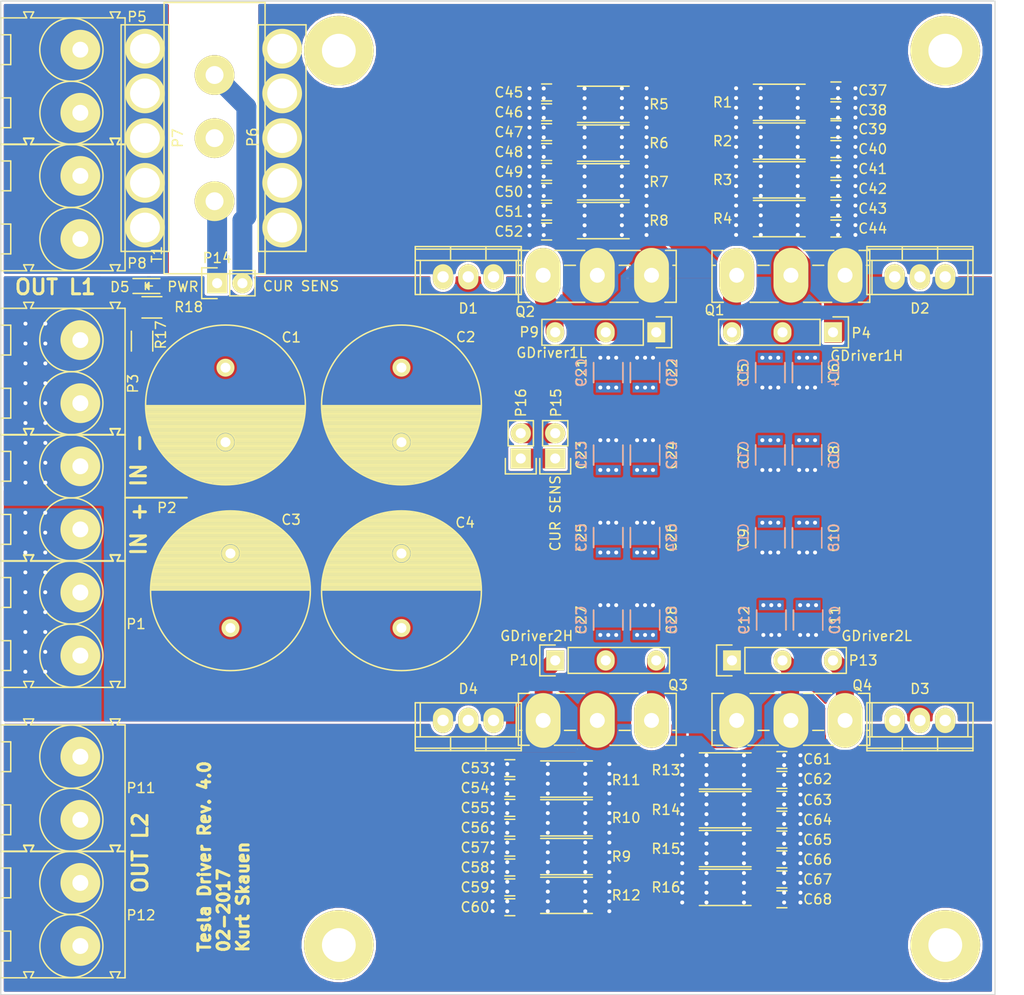
<source format=kicad_pcb>
(kicad_pcb (version 4) (host pcbnew 4.0.1-stable)
  (layers (0 F.Cu signal) (31 B.Cu signal) (34 B.Paste user) (35 F.Paste user) (36 B.SilkS user) (37 F.SilkS user) (38 B.Mask user) (39 F.Mask user) (44 Edge.Cuts user))
  (net 0 "")
  (net 1 +24V)
  (net 2 GNDPWR)
  (net 3 /OUTL2)
  (net 4 /OUTL1)
  (net 5 "Net-(P4-Pad3)")
  (net 6 /OUTL1S)
  (net 7 "Net-(P9-Pad3)")
  (net 8 "Net-(P10-Pad3)")
  (net 9 "Net-(P13-Pad3)")
  (net 10 "Net-(C37-Pad1)")
  (net 11 "Net-(C45-Pad2)")
  (net 12 "Net-(C53-Pad1)")
  (net 13 "Net-(C61-Pad2)")
  (net 14 /CUR_SENSA1)
  (net 15 /CUR_SENSA2)
  (net 16 /CUR_SENSB1)
  (net 17 /CUR_SENSB2)
  (net 18 "Net-(D5-Pad2)")
  (net 19 "Net-(R17-Pad2)")
  (module MyFootprints:TO-247 (layer F.Cu) (at 159.47 77.6)
    (fp_text reference Q1 (at -7.68 3.51) (layer F.SilkS))
    (fp_text value IRFP4310ZPbF hide)
    (pad 2 thru_hole oval (at 0 0 90) (size 5.50164 3.50012) (drill 1.50114) (layers *.Cu *.Mask F.SilkS) (net 1 +24V))
    (pad 1 thru_hole oval (at -5.45 0 90) (size 5.50164 3.50012) (drill 1.50114) (layers *.Cu *.Mask F.SilkS) (net 5 "Net-(P4-Pad3)"))
    (pad 3 thru_hole oval (at 5.45 0 90) (size 5.50164 3.50012) (drill 1.50114) (layers *.Cu *.Mask F.SilkS) (net 4 /OUTL1))
  )
  (module MyFootprints:TO-247 (layer F.Cu) (at 140 77.6)
    (fp_text reference Q2 (at -7.26 3.67) (layer F.SilkS))
    (fp_text value IRFP4310ZPbF hide)
    (pad 2 thru_hole oval (at 0 0 90) (size 5.50164 3.50012) (drill 1.50114) (layers *.Cu *.Mask F.SilkS) (net 4 /OUTL1))
    (pad 1 thru_hole oval (at -5.45 0 90) (size 5.50164 3.50012) (drill 1.50114) (layers *.Cu *.Mask F.SilkS) (net 7 "Net-(P9-Pad3)"))
    (pad 3 thru_hole oval (at 5.45 0 90) (size 5.50164 3.50012) (drill 1.50114) (layers *.Cu *.Mask F.SilkS) (net 2 GNDPWR))
  )
  (module MyFootprints:TO-247 (layer F.Cu) (at 140 122.4 180)
    (fp_text reference Q3 (at -8.12 3.56 180) (layer F.SilkS))
    (fp_text value IRFP4310ZPbF hide)
    (pad 2 thru_hole oval (at 0 0 270) (size 5.50164 3.50012) (drill 1.50114) (layers *.Cu *.Mask F.SilkS) (net 1 +24V))
    (pad 1 thru_hole oval (at -5.45 0 270) (size 5.50164 3.50012) (drill 1.50114) (layers *.Cu *.Mask F.SilkS) (net 8 "Net-(P10-Pad3)"))
    (pad 3 thru_hole oval (at 5.45 0 270) (size 5.50164 3.50012) (drill 1.50114) (layers *.Cu *.Mask F.SilkS) (net 3 /OUTL2))
  )
  (module MyFootprints:TO-247 (layer F.Cu) (at 159.47 122.4 180)
    (fp_text reference Q4 (at -7.18 3.53 180) (layer F.SilkS))
    (fp_text value IRFP4310ZPbF hide)
    (pad 2 thru_hole oval (at 0 0 270) (size 5.50164 3.50012) (drill 1.50114) (layers *.Cu *.Mask F.SilkS) (net 3 /OUTL2))
    (pad 1 thru_hole oval (at -5.45 0 270) (size 5.50164 3.50012) (drill 1.50114) (layers *.Cu *.Mask F.SilkS) (net 9 "Net-(P13-Pad3)"))
    (pad 3 thru_hole oval (at 5.45 0 270) (size 5.50164 3.50012) (drill 1.50114) (layers *.Cu *.Mask F.SilkS) (net 2 GNDPWR))
  )
  (module MyCapacitors:C_Radial_D16_L25_P7.5 (layer F.Cu) (at 120.3 86.9 270)
    (fp_text reference C2 (at -3.08 -6.46 360) (layer F.SilkS))
    (fp_text value 1000u/63V hide)
    (pad 1 thru_hole circle (at 0 0 270) (size 1.8 1.8) (drill 1) (layers *.Cu *.Mask F.SilkS) (net 1 +24V))
    (pad 2 thru_hole circle (at 7.5 0 270) (size 1.8 1.8) (drill 1) (layers *.Cu *.Mask F.SilkS) (net 2 GNDPWR))
  )
  (module MyMechanical:MH7x3 (layer F.Cu) (at 114 55)
    (fp_text reference M1 hide)
    (fp_text value MountingHole hide)
    (pad "" np_thru_hole circle (at 0 0) (size 7 7) (drill 3.4) (layers *.Cu *.Mask F.SilkS))
  )
  (module MyMechanical:MH7x3 (layer F.Cu) (at 114 145)
    (fp_text reference M2 hide)
    (fp_text value MountingHole hide)
    (pad "" np_thru_hole circle (at 0 0) (size 7 7) (drill 3.4) (layers *.Cu *.Mask F.SilkS))
  )
  (module MyMechanical:MH7x3 (layer F.Cu) (at 175 55)
    (fp_text reference M3 hide)
    (fp_text value MountingHole hide)
    (pad "" np_thru_hole circle (at 0 0) (size 7 7) (drill 3.4) (layers *.Cu *.Mask F.SilkS))
  )
  (module MyMechanical:MH7x3 (layer F.Cu) (at 175 145)
    (fp_text reference M4 hide)
    (fp_text value MountingHole hide)
    (pad "" np_thru_hole circle (at 0 0) (size 7 7) (drill 3.4) (layers *.Cu *.Mask F.SilkS))
  )
  (module MyCapacitors:C_Radial_D16_L25_P7.5 (layer F.Cu) (at 102.6 86.9 270)
    (fp_text reference C1 (at -3.05 -6.62 360) (layer F.SilkS))
    (fp_text value 1000u/63V hide)
    (pad 1 thru_hole circle (at 0 0 270) (size 1.8 1.8) (drill 1) (layers *.Cu *.Mask F.SilkS) (net 1 +24V))
    (pad 2 thru_hole circle (at 7.5 0 270) (size 1.8 1.8) (drill 1) (layers *.Cu *.Mask F.SilkS) (net 2 GNDPWR))
  )
  (module MyCapacitors:C_0805 (layer F.Cu) (at 131.2 127.2 180)
    (fp_text reference C53 (at 3.5 0 180) (layer F.SilkS))
    (fp_text value 3n9/250V hide)
    (pad 1 smd rect (at -1 0 180) (size 1 1.25) (layers F.Cu F.Paste F.Mask) (net 12 "Net-(C53-Pad1)"))
    (pad 2 smd rect (at 1 0 180) (size 1 1.25) (layers F.Cu F.Paste F.Mask) (net 3 /OUTL2))
  )
  (module MyCapacitors:C_0805 (layer F.Cu) (at 158.5644 126.38436 180)
    (fp_text reference C61 (at -3.6 0.08436 180) (layer F.SilkS))
    (fp_text value 3n9/250V hide)
    (pad 1 smd rect (at -1 0 180) (size 1 1.25) (layers F.Cu F.Paste F.Mask) (net 3 /OUTL2))
    (pad 2 smd rect (at 1 0 180) (size 1 1.25) (layers F.Cu F.Paste F.Mask) (net 13 "Net-(C61-Pad2)"))
  )
  (module MyCapacitors:C_0805 (layer F.Cu) (at 131.2 131.2 180)
    (fp_text reference C55 (at 3.5 0 180) (layer F.SilkS))
    (fp_text value 3n9/250V hide)
    (pad 1 smd rect (at -1 0 180) (size 1 1.25) (layers F.Cu F.Paste F.Mask) (net 12 "Net-(C53-Pad1)"))
    (pad 2 smd rect (at 1 0 180) (size 1 1.25) (layers F.Cu F.Paste F.Mask) (net 3 /OUTL2))
  )
  (module MyCapacitors:C_0805 (layer F.Cu) (at 158.5644 130.38436 180)
    (fp_text reference C63 (at -3.6 -0.01564 180) (layer F.SilkS))
    (fp_text value 3n9/250V hide)
    (pad 1 smd rect (at -1 0 180) (size 1 1.25) (layers F.Cu F.Paste F.Mask) (net 3 /OUTL2))
    (pad 2 smd rect (at 1 0 180) (size 1 1.25) (layers F.Cu F.Paste F.Mask) (net 13 "Net-(C61-Pad2)"))
  )
  (module MyCapacitors:C_0805 (layer F.Cu) (at 131.2 135.2 180)
    (fp_text reference C57 (at 3.5 0 180) (layer F.SilkS))
    (fp_text value 3n9/250V hide)
    (pad 1 smd rect (at -1 0 180) (size 1 1.25) (layers F.Cu F.Paste F.Mask) (net 12 "Net-(C53-Pad1)"))
    (pad 2 smd rect (at 1 0 180) (size 1 1.25) (layers F.Cu F.Paste F.Mask) (net 3 /OUTL2))
  )
  (module MyCapacitors:C_0805 (layer F.Cu) (at 158.5644 134.38436 180)
    (fp_text reference C65 (at -3.6 -0.01564 180) (layer F.SilkS))
    (fp_text value 3n9/250V hide)
    (pad 1 smd rect (at -1 0 180) (size 1 1.25) (layers F.Cu F.Paste F.Mask) (net 3 /OUTL2))
    (pad 2 smd rect (at 1 0 180) (size 1 1.25) (layers F.Cu F.Paste F.Mask) (net 13 "Net-(C61-Pad2)"))
  )
  (module MyResistors:R_2512 (layer F.Cu) (at 136.9 136.1)
    (fp_text reference R9 (at 5.523809 0) (layer F.SilkS))
    (fp_text value 1 hide)
    (pad 1 smd rect (at -3.1 0) (size 1 3.2) (layers F.Cu F.Paste F.Mask) (net 12 "Net-(C53-Pad1)"))
    (pad 2 smd rect (at 3.1 0) (size 1 3.2) (layers F.Cu F.Paste F.Mask) (net 1 +24V))
  )
  (module MyResistors:R_2512 (layer F.Cu) (at 152.8644 127.48436 180)
    (fp_text reference R13 (at 5.9644 0.08436 180) (layer F.SilkS))
    (fp_text value 1)
    (pad 1 smd rect (at -3.1 0 180) (size 1 3.2) (layers F.Cu F.Paste F.Mask) (net 13 "Net-(C61-Pad2)"))
    (pad 2 smd rect (at 3.1 0 180) (size 1 3.2) (layers F.Cu F.Paste F.Mask) (net 2 GNDPWR))
  )
  (module MyResistors:R_2512 (layer F.Cu) (at 136.9 132.2)
    (fp_text reference R10 (at 6 0) (layer F.SilkS))
    (fp_text value 1 hide)
    (pad 1 smd rect (at -3.1 0) (size 1 3.2) (layers F.Cu F.Paste F.Mask) (net 12 "Net-(C53-Pad1)"))
    (pad 2 smd rect (at 3.1 0) (size 1 3.2) (layers F.Cu F.Paste F.Mask) (net 1 +24V))
  )
  (module MyResistors:R_2512 (layer F.Cu) (at 152.8644 131.38436 180)
    (fp_text reference R14 (at 5.9644 -0.01564 180) (layer F.SilkS))
    (fp_text value 1 hide)
    (pad 1 smd rect (at -3.1 0 180) (size 1 3.2) (layers F.Cu F.Paste F.Mask) (net 13 "Net-(C61-Pad2)"))
    (pad 2 smd rect (at 3.1 0 180) (size 1 3.2) (layers F.Cu F.Paste F.Mask) (net 2 GNDPWR))
  )
  (module MyResistors:R_2512 (layer F.Cu) (at 136.9 128.3)
    (fp_text reference R11 (at 6 0.1) (layer F.SilkS))
    (fp_text value 1 hide)
    (pad 1 smd rect (at -3.1 0) (size 1 3.2) (layers F.Cu F.Paste F.Mask) (net 12 "Net-(C53-Pad1)"))
    (pad 2 smd rect (at 3.1 0) (size 1 3.2) (layers F.Cu F.Paste F.Mask) (net 1 +24V))
  )
  (module MyResistors:R_2512 (layer F.Cu) (at 152.8644 135.3 180)
    (fp_text reference R15 (at 5.9644 -0.01564 180) (layer F.SilkS))
    (fp_text value 1 hide)
    (pad 1 smd rect (at -3.1 0 180) (size 1 3.2) (layers F.Cu F.Paste F.Mask) (net 13 "Net-(C61-Pad2)"))
    (pad 2 smd rect (at 3.1 0 180) (size 1 3.2) (layers F.Cu F.Paste F.Mask) (net 2 GNDPWR))
  )
  (module MyCapacitors:C_0805 (layer F.Cu) (at 164 59)
    (fp_text reference C37 (at 3.7 0) (layer F.SilkS))
    (fp_text value 3n9/250V hide)
    (pad 1 smd rect (at -1 0) (size 1 1.25) (layers F.Cu F.Paste F.Mask) (net 10 "Net-(C37-Pad1)"))
    (pad 2 smd rect (at 1 0) (size 1 1.25) (layers F.Cu F.Paste F.Mask) (net 4 /OUTL1))
  )
  (module MyCapacitors:C_0805 (layer F.Cu) (at 164 61)
    (fp_text reference C38 (at 3.7 0) (layer F.SilkS))
    (fp_text value 3n9/250V hide)
    (pad 1 smd rect (at -1 0) (size 1 1.25) (layers F.Cu F.Paste F.Mask) (net 10 "Net-(C37-Pad1)"))
    (pad 2 smd rect (at 1 0) (size 1 1.25) (layers F.Cu F.Paste F.Mask) (net 4 /OUTL1))
  )
  (module MyCapacitors:C_0805 (layer F.Cu) (at 164 62.9)
    (fp_text reference C39 (at 3.7 0) (layer F.SilkS))
    (fp_text value 3n9/250V hide)
    (pad 1 smd rect (at -1 0) (size 1 1.25) (layers F.Cu F.Paste F.Mask) (net 10 "Net-(C37-Pad1)"))
    (pad 2 smd rect (at 1 0) (size 1 1.25) (layers F.Cu F.Paste F.Mask) (net 4 /OUTL1))
  )
  (module MyCapacitors:C_0805 (layer F.Cu) (at 164 64.9)
    (fp_text reference C40 (at 3.7 0) (layer F.SilkS))
    (fp_text value 3n9/250V hide)
    (pad 1 smd rect (at -1 0) (size 1 1.25) (layers F.Cu F.Paste F.Mask) (net 10 "Net-(C37-Pad1)"))
    (pad 2 smd rect (at 1 0) (size 1 1.25) (layers F.Cu F.Paste F.Mask) (net 4 /OUTL1))
  )
  (module MyCapacitors:C_0805 (layer F.Cu) (at 164 66.9)
    (fp_text reference C41 (at 3.7 0) (layer F.SilkS))
    (fp_text value 3n9/250V hide)
    (pad 1 smd rect (at -1 0) (size 1 1.25) (layers F.Cu F.Paste F.Mask) (net 10 "Net-(C37-Pad1)"))
    (pad 2 smd rect (at 1 0) (size 1 1.25) (layers F.Cu F.Paste F.Mask) (net 4 /OUTL1))
  )
  (module MyCapacitors:C_0805 (layer F.Cu) (at 164 68.9)
    (fp_text reference C42 (at 3.7 0) (layer F.SilkS))
    (fp_text value 3n9/250V hide)
    (pad 1 smd rect (at -1 0) (size 1 1.25) (layers F.Cu F.Paste F.Mask) (net 10 "Net-(C37-Pad1)"))
    (pad 2 smd rect (at 1 0) (size 1 1.25) (layers F.Cu F.Paste F.Mask) (net 4 /OUTL1))
  )
  (module MyCapacitors:C_0805 (layer F.Cu) (at 134.9 59.2)
    (fp_text reference C45 (at -3.8 0) (layer F.SilkS))
    (fp_text value 3n9/250V hide)
    (pad 1 smd rect (at -1 0) (size 1 1.25) (layers F.Cu F.Paste F.Mask) (net 4 /OUTL1))
    (pad 2 smd rect (at 1 0) (size 1 1.25) (layers F.Cu F.Paste F.Mask) (net 11 "Net-(C45-Pad2)"))
  )
  (module MyCapacitors:C_0805 (layer F.Cu) (at 134.9 61.2)
    (fp_text reference C46 (at -3.8 0) (layer F.SilkS))
    (fp_text value 3n9/250V hide)
    (pad 1 smd rect (at -1 0) (size 1 1.25) (layers F.Cu F.Paste F.Mask) (net 4 /OUTL1))
    (pad 2 smd rect (at 1 0) (size 1 1.25) (layers F.Cu F.Paste F.Mask) (net 11 "Net-(C45-Pad2)"))
  )
  (module MyCapacitors:C_0805 (layer F.Cu) (at 134.9 63.2)
    (fp_text reference C47 (at -3.8 0) (layer F.SilkS))
    (fp_text value 3n9/250V hide)
    (pad 1 smd rect (at -1 0) (size 1 1.25) (layers F.Cu F.Paste F.Mask) (net 4 /OUTL1))
    (pad 2 smd rect (at 1 0) (size 1 1.25) (layers F.Cu F.Paste F.Mask) (net 11 "Net-(C45-Pad2)"))
  )
  (module MyCapacitors:C_0805 (layer F.Cu) (at 134.9 65.2)
    (fp_text reference C48 (at -3.8 0) (layer F.SilkS))
    (fp_text value 3n9/250V hide)
    (pad 1 smd rect (at -1 0) (size 1 1.25) (layers F.Cu F.Paste F.Mask) (net 4 /OUTL1))
    (pad 2 smd rect (at 1 0) (size 1 1.25) (layers F.Cu F.Paste F.Mask) (net 11 "Net-(C45-Pad2)"))
  )
  (module MyCapacitors:C_0805 (layer F.Cu) (at 134.9 67.2)
    (fp_text reference C49 (at -3.8 0) (layer F.SilkS))
    (fp_text value 3n9/250V hide)
    (pad 1 smd rect (at -1 0) (size 1 1.25) (layers F.Cu F.Paste F.Mask) (net 4 /OUTL1))
    (pad 2 smd rect (at 1 0) (size 1 1.25) (layers F.Cu F.Paste F.Mask) (net 11 "Net-(C45-Pad2)"))
  )
  (module MyCapacitors:C_0805 (layer F.Cu) (at 134.9 69.2)
    (fp_text reference C50 (at -3.8 0) (layer F.SilkS))
    (fp_text value 3n9/250V hide)
    (pad 1 smd rect (at -1 0) (size 1 1.25) (layers F.Cu F.Paste F.Mask) (net 4 /OUTL1))
    (pad 2 smd rect (at 1 0) (size 1 1.25) (layers F.Cu F.Paste F.Mask) (net 11 "Net-(C45-Pad2)"))
  )
  (module MyCapacitors:C_0805 (layer F.Cu) (at 131.2 129.2 180)
    (fp_text reference C54 (at 3.5 0 360) (layer F.SilkS))
    (fp_text value 3n9/250V hide)
    (pad 1 smd rect (at -1 0 180) (size 1 1.25) (layers F.Cu F.Paste F.Mask) (net 12 "Net-(C53-Pad1)"))
    (pad 2 smd rect (at 1 0 180) (size 1 1.25) (layers F.Cu F.Paste F.Mask) (net 3 /OUTL2))
  )
  (module MyCapacitors:C_0805 (layer F.Cu) (at 131.2 133.2 180)
    (fp_text reference C56 (at 3.5 0 180) (layer F.SilkS))
    (fp_text value 3n9/250V hide)
    (pad 1 smd rect (at -1 0 180) (size 1 1.25) (layers F.Cu F.Paste F.Mask) (net 12 "Net-(C53-Pad1)"))
    (pad 2 smd rect (at 1 0 180) (size 1 1.25) (layers F.Cu F.Paste F.Mask) (net 3 /OUTL2))
  )
  (module MyCapacitors:C_0805 (layer F.Cu) (at 131.2 137.2 180)
    (fp_text reference C58 (at 3.5 0 180) (layer F.SilkS))
    (fp_text value 3n9/250V hide)
    (pad 1 smd rect (at -1 0 180) (size 1 1.25) (layers F.Cu F.Paste F.Mask) (net 12 "Net-(C53-Pad1)"))
    (pad 2 smd rect (at 1 0 180) (size 1 1.25) (layers F.Cu F.Paste F.Mask) (net 3 /OUTL2))
  )
  (module MyCapacitors:C_0805 (layer F.Cu) (at 158.5644 128.38436 180)
    (fp_text reference C62 (at -3.6 0.08436 180) (layer F.SilkS))
    (fp_text value 3n9/250V hide)
    (pad 1 smd rect (at -1 0 180) (size 1 1.25) (layers F.Cu F.Paste F.Mask) (net 3 /OUTL2))
    (pad 2 smd rect (at 1 0 180) (size 1 1.25) (layers F.Cu F.Paste F.Mask) (net 13 "Net-(C61-Pad2)"))
  )
  (module MyCapacitors:C_0805 (layer F.Cu) (at 158.5644 132.38436 180)
    (fp_text reference C64 (at -3.6 -0.01564 180) (layer F.SilkS))
    (fp_text value 3n9/250V hide)
    (pad 1 smd rect (at -1 0 180) (size 1 1.25) (layers F.Cu F.Paste F.Mask) (net 3 /OUTL2))
    (pad 2 smd rect (at 1 0 180) (size 1 1.25) (layers F.Cu F.Paste F.Mask) (net 13 "Net-(C61-Pad2)"))
  )
  (module MyCapacitors:C_0805 (layer F.Cu) (at 158.5644 136.38436 180)
    (fp_text reference C66 (at -3.6 -0.01564 180) (layer F.SilkS))
    (fp_text value 3n9/250V hide)
    (pad 1 smd rect (at -1 0 180) (size 1 1.25) (layers F.Cu F.Paste F.Mask) (net 3 /OUTL2))
    (pad 2 smd rect (at 1 0 180) (size 1 1.25) (layers F.Cu F.Paste F.Mask) (net 13 "Net-(C61-Pad2)"))
  )
  (module MyResistors:R_2512 (layer F.Cu) (at 158.3 60.2 180)
    (fp_text reference R1 (at 5.7 0 180) (layer F.SilkS))
    (fp_text value 1 hide)
    (pad 1 smd rect (at -3.1 0 180) (size 1 3.2) (layers F.Cu F.Paste F.Mask) (net 10 "Net-(C37-Pad1)"))
    (pad 2 smd rect (at 3.1 0 180) (size 1 3.2) (layers F.Cu F.Paste F.Mask) (net 1 +24V))
  )
  (module MyResistors:R_2512 (layer F.Cu) (at 158.3 64.1 180)
    (fp_text reference R2 (at 5.7 0 180) (layer F.SilkS))
    (fp_text value 1 hide)
    (pad 1 smd rect (at -3.1 0 180) (size 1 3.2) (layers F.Cu F.Paste F.Mask) (net 10 "Net-(C37-Pad1)"))
    (pad 2 smd rect (at 3.1 0 180) (size 1 3.2) (layers F.Cu F.Paste F.Mask) (net 1 +24V))
  )
  (module MyResistors:R_2512 (layer F.Cu) (at 158.3 68 180)
    (fp_text reference R3 (at 5.7 0 180) (layer F.SilkS))
    (fp_text value 1 hide)
    (pad 1 smd rect (at -3.1 0 180) (size 1 3.2) (layers F.Cu F.Paste F.Mask) (net 10 "Net-(C37-Pad1)"))
    (pad 2 smd rect (at 3.1 0 180) (size 1 3.2) (layers F.Cu F.Paste F.Mask) (net 1 +24V))
  )
  (module MyResistors:R_2512 (layer F.Cu) (at 140.6 60.4)
    (fp_text reference R5 (at 5.6 0) (layer F.SilkS))
    (fp_text value 1 hide)
    (pad 1 smd rect (at -3.1 0) (size 1 3.2) (layers F.Cu F.Paste F.Mask) (net 11 "Net-(C45-Pad2)"))
    (pad 2 smd rect (at 3.1 0) (size 1 3.2) (layers F.Cu F.Paste F.Mask) (net 2 GNDPWR))
  )
  (module MyResistors:R_2512 (layer F.Cu) (at 140.6 64.3)
    (fp_text reference R6 (at 5.6 0) (layer F.SilkS))
    (fp_text value 1 hide)
    (pad 1 smd rect (at -3.1 0) (size 1 3.2) (layers F.Cu F.Paste F.Mask) (net 11 "Net-(C45-Pad2)"))
    (pad 2 smd rect (at 3.1 0) (size 1 3.2) (layers F.Cu F.Paste F.Mask) (net 2 GNDPWR))
  )
  (module MyResistors:R_2512 (layer F.Cu) (at 140.6 68.2)
    (fp_text reference R7 (at 5.6 0) (layer F.SilkS))
    (fp_text value 1 hide)
    (pad 1 smd rect (at -3.1 0) (size 1 3.2) (layers F.Cu F.Paste F.Mask) (net 11 "Net-(C45-Pad2)"))
    (pad 2 smd rect (at 3.1 0) (size 1 3.2) (layers F.Cu F.Paste F.Mask) (net 2 GNDPWR))
  )
  (module MyCapacitors:C_1210 (layer F.Cu) (at 157.4 87.4 270)
    (fp_text reference C5 (at 0 2.71 270) (layer F.SilkS))
    (fp_text value 2.2u/100V hide)
    (pad 1 smd rect (at -1.5 0 270) (size 1 2.5) (layers F.Cu F.Paste F.Mask) (net 1 +24V))
    (pad 2 smd rect (at 1.5 0 270) (size 1 2.5) (layers F.Cu F.Paste F.Mask) (net 2 GNDPWR))
  )
  (module MyCapacitors:C_1210 (layer F.Cu) (at 161.1 87.4 270)
    (fp_text reference C6 (at 0 -2.7 270) (layer F.SilkS))
    (fp_text value 2.2u/100V hide)
    (pad 1 smd rect (at -1.5 0 270) (size 1 2.5) (layers F.Cu F.Paste F.Mask) (net 1 +24V))
    (pad 2 smd rect (at 1.5 0 270) (size 1 2.5) (layers F.Cu F.Paste F.Mask) (net 2 GNDPWR))
  )
  (module MyCapacitors:C_1210 (layer F.Cu) (at 157.4 95.666666 270)
    (fp_text reference C7 (at 0.003334 2.69 270) (layer F.SilkS))
    (fp_text value 2.2u/100V hide)
    (pad 1 smd rect (at -1.5 0 270) (size 1 2.5) (layers F.Cu F.Paste F.Mask) (net 1 +24V))
    (pad 2 smd rect (at 1.5 0 270) (size 1 2.5) (layers F.Cu F.Paste F.Mask) (net 2 GNDPWR))
  )
  (module MyCapacitors:C_1210 (layer F.Cu) (at 161.1 95.666666 270)
    (fp_text reference C8 (at 0 -2.7 270) (layer F.SilkS))
    (fp_text value 2.2u/100V hide)
    (pad 1 smd rect (at -1.5 0 270) (size 1 2.5) (layers F.Cu F.Paste F.Mask) (net 1 +24V))
    (pad 2 smd rect (at 1.5 0 270) (size 1 2.5) (layers F.Cu F.Paste F.Mask) (net 2 GNDPWR))
  )
  (module MyCapacitors:C_1210 (layer F.Cu) (at 157.4 104.033332 270)
    (fp_text reference C9 (at -0.003332 2.69 270) (layer F.SilkS))
    (fp_text value 2.2u/100V hide)
    (pad 1 smd rect (at -1.5 0 270) (size 1 2.5) (layers F.Cu F.Paste F.Mask) (net 1 +24V))
    (pad 2 smd rect (at 1.5 0 270) (size 1 2.5) (layers F.Cu F.Paste F.Mask) (net 2 GNDPWR))
  )
  (module MyCapacitors:C_1210 (layer F.Cu) (at 161.1 104.033332 270)
    (fp_text reference C10 (at 0 -2.7 270) (layer F.SilkS))
    (fp_text value 2.2u/100V hide)
    (pad 1 smd rect (at -1.5 0 270) (size 1 2.5) (layers F.Cu F.Paste F.Mask) (net 1 +24V))
    (pad 2 smd rect (at 1.5 0 270) (size 1 2.5) (layers F.Cu F.Paste F.Mask) (net 2 GNDPWR))
  )
  (module MyCapacitors:C_1210 (layer F.Cu) (at 161.2 112.299998 270)
    (fp_text reference C11 (at 0 -2.7 270) (layer F.SilkS))
    (fp_text value 2.2u/100V hide)
    (pad 1 smd rect (at -1.5 0 270) (size 1 2.5) (layers F.Cu F.Paste F.Mask) (net 1 +24V))
    (pad 2 smd rect (at 1.5 0 270) (size 1 2.5) (layers F.Cu F.Paste F.Mask) (net 2 GNDPWR))
  )
  (module MyCapacitors:C_1210 (layer F.Cu) (at 157.5 112.299998 270)
    (fp_text reference C12 (at 0.020002 2.73 270) (layer F.SilkS))
    (fp_text value 2.2u/100V hide)
    (pad 1 smd rect (at -1.5 0 270) (size 1 2.5) (layers F.Cu F.Paste F.Mask) (net 1 +24V))
    (pad 2 smd rect (at 1.5 0 270) (size 1 2.5) (layers F.Cu F.Paste F.Mask) (net 2 GNDPWR))
  )
  (module MyCapacitors:C_1210 (layer B.Cu) (at 157.4 87.4 270)
    (fp_text reference C13 (at 0 2.7 270) (layer B.SilkS) (effects (justify mirror)))
    (fp_text value 2.2u/100V hide)
    (pad 1 smd rect (at -1.5 0 270) (size 1 2.5) (layers B.Cu B.Paste B.Mask) (net 1 +24V))
    (pad 2 smd rect (at 1.5 0 270) (size 1 2.5) (layers B.Cu B.Paste B.Mask) (net 2 GNDPWR))
  )
  (module MyCapacitors:C_1210 (layer B.Cu) (at 161.1 87.4 270)
    (fp_text reference C14 (at 0 -2.7 270) (layer B.SilkS) (effects (justify mirror)))
    (fp_text value 2.2u/100V hide)
    (pad 1 smd rect (at -1.5 0 270) (size 1 2.5) (layers B.Cu B.Paste B.Mask) (net 1 +24V))
    (pad 2 smd rect (at 1.5 0 270) (size 1 2.5) (layers B.Cu B.Paste B.Mask) (net 2 GNDPWR))
  )
  (module MyCapacitors:C_1210 (layer B.Cu) (at 157.4 95.7 270)
    (fp_text reference C15 (at 0 2.7 270) (layer B.SilkS) (effects (justify mirror)))
    (fp_text value 2.2u/100V hide)
    (pad 1 smd rect (at -1.5 0 270) (size 1 2.5) (layers B.Cu B.Paste B.Mask) (net 1 +24V))
    (pad 2 smd rect (at 1.5 0 270) (size 1 2.5) (layers B.Cu B.Paste B.Mask) (net 2 GNDPWR))
  )
  (module MyCapacitors:C_1210 (layer B.Cu) (at 161.1 95.7 270)
    (fp_text reference C16 (at 0 -2.7 270) (layer B.SilkS) (effects (justify mirror)))
    (fp_text value 2.2u/100V hide)
    (pad 1 smd rect (at -1.5 0 270) (size 1 2.5) (layers B.Cu B.Paste B.Mask) (net 1 +24V))
    (pad 2 smd rect (at 1.5 0 270) (size 1 2.5) (layers B.Cu B.Paste B.Mask) (net 2 GNDPWR))
  )
  (module MyCapacitors:C_1210 (layer B.Cu) (at 157.4 104 270)
    (fp_text reference C17 (at 0 2.7 270) (layer B.SilkS) (effects (justify mirror)))
    (fp_text value 2.2u/100V hide)
    (pad 1 smd rect (at -1.5 0 270) (size 1 2.5) (layers B.Cu B.Paste B.Mask) (net 1 +24V))
    (pad 2 smd rect (at 1.5 0 270) (size 1 2.5) (layers B.Cu B.Paste B.Mask) (net 2 GNDPWR))
  )
  (module MyCapacitors:C_1210 (layer B.Cu) (at 161.1 104 270)
    (fp_text reference C18 (at 0 -2.7 270) (layer B.SilkS) (effects (justify mirror)))
    (fp_text value 2.2u/100V hide)
    (pad 1 smd rect (at -1.5 0 270) (size 1 2.5) (layers B.Cu B.Paste B.Mask) (net 1 +24V))
    (pad 2 smd rect (at 1.5 0 270) (size 1 2.5) (layers B.Cu B.Paste B.Mask) (net 2 GNDPWR))
  )
  (module MyCapacitors:C_1210 (layer B.Cu) (at 157.5 112.3 270)
    (fp_text reference C19 (at 0 2.7 270) (layer B.SilkS) (effects (justify mirror)))
    (fp_text value 2.2u/100V hide)
    (pad 1 smd rect (at -1.5 0 270) (size 1 2.5) (layers B.Cu B.Paste B.Mask) (net 1 +24V))
    (pad 2 smd rect (at 1.5 0 270) (size 1 2.5) (layers B.Cu B.Paste B.Mask) (net 2 GNDPWR))
  )
  (module MyCapacitors:C_1210 (layer B.Cu) (at 161.2 112.3 270)
    (fp_text reference C20 (at 0 -2.7 270) (layer B.SilkS) (effects (justify mirror)))
    (fp_text value 2.2u/100V hide)
    (pad 1 smd rect (at -1.5 0 270) (size 1 2.5) (layers B.Cu B.Paste B.Mask) (net 1 +24V))
    (pad 2 smd rect (at 1.5 0 270) (size 1 2.5) (layers B.Cu B.Paste B.Mask) (net 2 GNDPWR))
  )
  (module MyCapacitors:C_1210 (layer F.Cu) (at 141.1 87.4 90)
    (fp_text reference C21 (at 0 -2.7 90) (layer F.SilkS))
    (fp_text value 2.2u/100V hide)
    (pad 1 smd rect (at -1.5 0 90) (size 1 2.5) (layers F.Cu F.Paste F.Mask) (net 1 +24V))
    (pad 2 smd rect (at 1.5 0 90) (size 1 2.5) (layers F.Cu F.Paste F.Mask) (net 2 GNDPWR))
  )
  (module MyCapacitors:C_1210 (layer F.Cu) (at 144.8 87.4 90)
    (fp_text reference C22 (at -0.01 2.72 90) (layer F.SilkS))
    (fp_text value 2.2u/100V hide)
    (pad 1 smd rect (at -1.5 0 90) (size 1 2.5) (layers F.Cu F.Paste F.Mask) (net 1 +24V))
    (pad 2 smd rect (at 1.5 0 90) (size 1 2.5) (layers F.Cu F.Paste F.Mask) (net 2 GNDPWR))
  )
  (module MyCapacitors:C_1210 (layer F.Cu) (at 141.1 95.7 90)
    (fp_text reference C23 (at 0 -2.7 90) (layer F.SilkS))
    (fp_text value 2.2u/100V hide)
    (pad 1 smd rect (at -1.5 0 90) (size 1 2.5) (layers F.Cu F.Paste F.Mask) (net 1 +24V))
    (pad 2 smd rect (at 1.5 0 90) (size 1 2.5) (layers F.Cu F.Paste F.Mask) (net 2 GNDPWR))
  )
  (module MyCapacitors:C_1210 (layer F.Cu) (at 144.8 95.7 90)
    (fp_text reference C24 (at 0 2.69 90) (layer F.SilkS))
    (fp_text value 2.2u/100V hide)
    (pad 1 smd rect (at -1.5 0 90) (size 1 2.5) (layers F.Cu F.Paste F.Mask) (net 1 +24V))
    (pad 2 smd rect (at 1.5 0 90) (size 1 2.5) (layers F.Cu F.Paste F.Mask) (net 2 GNDPWR))
  )
  (module MyCapacitors:C_1210 (layer F.Cu) (at 141.1 104 90)
    (fp_text reference C25 (at 0 -2.7 90) (layer F.SilkS))
    (fp_text value 2.2u/100V hide)
    (pad 1 smd rect (at -1.5 0 90) (size 1 2.5) (layers F.Cu F.Paste F.Mask) (net 1 +24V))
    (pad 2 smd rect (at 1.5 0 90) (size 1 2.5) (layers F.Cu F.Paste F.Mask) (net 2 GNDPWR))
  )
  (module MyCapacitors:C_1210 (layer F.Cu) (at 144.8 104 90)
    (fp_text reference C26 (at 0 2.66 90) (layer F.SilkS))
    (fp_text value 2.2u/100V hide)
    (pad 1 smd rect (at -1.5 0 90) (size 1 2.5) (layers F.Cu F.Paste F.Mask) (net 1 +24V))
    (pad 2 smd rect (at 1.5 0 90) (size 1 2.5) (layers F.Cu F.Paste F.Mask) (net 2 GNDPWR))
  )
  (module MyCapacitors:C_1210 (layer F.Cu) (at 141.1 112.3 90)
    (fp_text reference C27 (at 0 -2.7 90) (layer F.SilkS))
    (fp_text value 2.2u/100V hide)
    (pad 1 smd rect (at -1.5 0 90) (size 1 2.5) (layers F.Cu F.Paste F.Mask) (net 1 +24V))
    (pad 2 smd rect (at 1.5 0 90) (size 1 2.5) (layers F.Cu F.Paste F.Mask) (net 2 GNDPWR))
  )
  (module MyCapacitors:C_1210 (layer F.Cu) (at 144.8 112.3 90)
    (fp_text reference C28 (at 0.01 2.67 90) (layer F.SilkS))
    (fp_text value 2.2u/100V hide)
    (pad 1 smd rect (at -1.5 0 90) (size 1 2.5) (layers F.Cu F.Paste F.Mask) (net 1 +24V))
    (pad 2 smd rect (at 1.5 0 90) (size 1 2.5) (layers F.Cu F.Paste F.Mask) (net 2 GNDPWR))
  )
  (module MyCapacitors:C_1210 (layer B.Cu) (at 141.1 87.4 90)
    (fp_text reference C29 (at 0 -2.7 90) (layer B.SilkS) (effects (justify mirror)))
    (fp_text value 2.2u/100V hide)
    (pad 1 smd rect (at -1.5 0 90) (size 1 2.5) (layers B.Cu B.Paste B.Mask) (net 1 +24V))
    (pad 2 smd rect (at 1.5 0 90) (size 1 2.5) (layers B.Cu B.Paste B.Mask) (net 2 GNDPWR))
  )
  (module MyCapacitors:C_1210 (layer B.Cu) (at 144.8 87.4 90)
    (fp_text reference C30 (at 0 2.7 90) (layer B.SilkS) (effects (justify mirror)))
    (fp_text value 2.2u/100V hide)
    (pad 1 smd rect (at -1.5 0 90) (size 1 2.5) (layers B.Cu B.Paste B.Mask) (net 1 +24V))
    (pad 2 smd rect (at 1.5 0 90) (size 1 2.5) (layers B.Cu B.Paste B.Mask) (net 2 GNDPWR))
  )
  (module MyCapacitors:C_1210 (layer B.Cu) (at 141.1 95.7 90)
    (fp_text reference C31 (at 0 -2.7 90) (layer B.SilkS) (effects (justify mirror)))
    (fp_text value 2.2u/100V hide)
    (pad 1 smd rect (at -1.5 0 90) (size 1 2.5) (layers B.Cu B.Paste B.Mask) (net 1 +24V))
    (pad 2 smd rect (at 1.5 0 90) (size 1 2.5) (layers B.Cu B.Paste B.Mask) (net 2 GNDPWR))
  )
  (module MyCapacitors:C_1210 (layer B.Cu) (at 144.8 95.7 90)
    (fp_text reference C32 (at 0 2.7 90) (layer B.SilkS) (effects (justify mirror)))
    (fp_text value 2.2u/100V hide)
    (pad 1 smd rect (at -1.5 0 90) (size 1 2.5) (layers B.Cu B.Paste B.Mask) (net 1 +24V))
    (pad 2 smd rect (at 1.5 0 90) (size 1 2.5) (layers B.Cu B.Paste B.Mask) (net 2 GNDPWR))
  )
  (module MyCapacitors:C_1210 (layer B.Cu) (at 141.1 104 90)
    (fp_text reference C33 (at 0 -2.7 90) (layer B.SilkS) (effects (justify mirror)))
    (fp_text value 2.2u/100V hide)
    (pad 1 smd rect (at -1.5 0 90) (size 1 2.5) (layers B.Cu B.Paste B.Mask) (net 1 +24V))
    (pad 2 smd rect (at 1.5 0 90) (size 1 2.5) (layers B.Cu B.Paste B.Mask) (net 2 GNDPWR))
  )
  (module MyCapacitors:C_1210 (layer B.Cu) (at 144.8 104 90)
    (fp_text reference C34 (at 0 2.7 90) (layer B.SilkS) (effects (justify mirror)))
    (fp_text value 2.2u/100V hide)
    (pad 1 smd rect (at -1.5 0 90) (size 1 2.5) (layers B.Cu B.Paste B.Mask) (net 1 +24V))
    (pad 2 smd rect (at 1.5 0 90) (size 1 2.5) (layers B.Cu B.Paste B.Mask) (net 2 GNDPWR))
  )
  (module MyCapacitors:C_1210 (layer B.Cu) (at 141.1 112.3 90)
    (fp_text reference C35 (at 0 -2.7 90) (layer B.SilkS) (effects (justify mirror)))
    (fp_text value 2.2u/100V hide)
    (pad 1 smd rect (at -1.5 0 90) (size 1 2.5) (layers B.Cu B.Paste B.Mask) (net 1 +24V))
    (pad 2 smd rect (at 1.5 0 90) (size 1 2.5) (layers B.Cu B.Paste B.Mask) (net 2 GNDPWR))
  )
  (module MyCapacitors:C_1210 (layer B.Cu) (at 144.8 112.3 90)
    (fp_text reference C36 (at 0 2.7 90) (layer B.SilkS) (effects (justify mirror)))
    (fp_text value 2.2u/100V hide)
    (pad 1 smd rect (at -1.5 0 90) (size 1 2.5) (layers B.Cu B.Paste B.Mask) (net 1 +24V))
    (pad 2 smd rect (at 1.5 0 90) (size 1 2.5) (layers B.Cu B.Paste B.Mask) (net 2 GNDPWR))
  )
  (module MyCapacitors:C_0805 (layer F.Cu) (at 164 70.9)
    (fp_text reference C43 (at 3.7 0) (layer F.SilkS))
    (fp_text value 3n9/250V hide)
    (pad 1 smd rect (at -1 0) (size 1 1.25) (layers F.Cu F.Paste F.Mask) (net 10 "Net-(C37-Pad1)"))
    (pad 2 smd rect (at 1 0) (size 1 1.25) (layers F.Cu F.Paste F.Mask) (net 4 /OUTL1))
  )
  (module MyCapacitors:C_0805 (layer F.Cu) (at 164 72.9)
    (fp_text reference C44 (at 3.7 0) (layer F.SilkS))
    (fp_text value 3n9/250V hide)
    (pad 1 smd rect (at -1 0) (size 1 1.25) (layers F.Cu F.Paste F.Mask) (net 10 "Net-(C37-Pad1)"))
    (pad 2 smd rect (at 1 0) (size 1 1.25) (layers F.Cu F.Paste F.Mask) (net 4 /OUTL1))
  )
  (module MyCapacitors:C_0805 (layer F.Cu) (at 134.9 71.2)
    (fp_text reference C51 (at -3.8 0) (layer F.SilkS))
    (fp_text value 3n9/250V hide)
    (pad 1 smd rect (at -1 0) (size 1 1.25) (layers F.Cu F.Paste F.Mask) (net 4 /OUTL1))
    (pad 2 smd rect (at 1 0) (size 1 1.25) (layers F.Cu F.Paste F.Mask) (net 11 "Net-(C45-Pad2)"))
  )
  (module MyCapacitors:C_0805 (layer F.Cu) (at 134.9 73.2)
    (fp_text reference C52 (at -3.8 0) (layer F.SilkS))
    (fp_text value 3n9/250V hide)
    (pad 1 smd rect (at -1 0) (size 1 1.25) (layers F.Cu F.Paste F.Mask) (net 4 /OUTL1))
    (pad 2 smd rect (at 1 0) (size 1 1.25) (layers F.Cu F.Paste F.Mask) (net 11 "Net-(C45-Pad2)"))
  )
  (module MyCapacitors:C_0805 (layer F.Cu) (at 131.2 139.2 180)
    (fp_text reference C59 (at 3.5 0 180) (layer F.SilkS))
    (fp_text value 3n9/250V hide)
    (pad 1 smd rect (at -1 0 180) (size 1 1.25) (layers F.Cu F.Paste F.Mask) (net 12 "Net-(C53-Pad1)"))
    (pad 2 smd rect (at 1 0 180) (size 1 1.25) (layers F.Cu F.Paste F.Mask) (net 3 /OUTL2))
  )
  (module MyCapacitors:C_0805 (layer F.Cu) (at 131.2 141.2 180)
    (fp_text reference C60 (at 3.5 0 180) (layer F.SilkS))
    (fp_text value 3n9/250V hide)
    (pad 1 smd rect (at -1 0 180) (size 1 1.25) (layers F.Cu F.Paste F.Mask) (net 12 "Net-(C53-Pad1)"))
    (pad 2 smd rect (at 1 0 180) (size 1 1.25) (layers F.Cu F.Paste F.Mask) (net 3 /OUTL2))
  )
  (module MyCapacitors:C_0805 (layer F.Cu) (at 158.5644 138.4 180)
    (fp_text reference C67 (at -3.6 0 180) (layer F.SilkS))
    (fp_text value 3n9/250V hide)
    (pad 1 smd rect (at -1 0 180) (size 1 1.25) (layers F.Cu F.Paste F.Mask) (net 3 /OUTL2))
    (pad 2 smd rect (at 1 0 180) (size 1 1.25) (layers F.Cu F.Paste F.Mask) (net 13 "Net-(C61-Pad2)"))
  )
  (module MyCapacitors:C_0805 (layer F.Cu) (at 158.5644 140.4 180)
    (fp_text reference C68 (at -3.6 0 180) (layer F.SilkS))
    (fp_text value 3n9/250V hide)
    (pad 1 smd rect (at -1 0 180) (size 1 1.25) (layers F.Cu F.Paste F.Mask) (net 3 /OUTL2))
    (pad 2 smd rect (at 1 0 180) (size 1 1.25) (layers F.Cu F.Paste F.Mask) (net 13 "Net-(C61-Pad2)"))
  )
  (module MyFootprints:TO-220 (layer F.Cu) (at 127.02 77.76)
    (fp_text reference D1 (at 0 3.175) (layer F.SilkS))
    (fp_text value STPS30SM120S hide)
    (pad 2 thru_hole oval (at 0 0) (size 2.032 2.54) (drill 1.143) (layers *.Cu *.Mask F.SilkS) (net 1 +24V))
    (pad 3 thru_hole oval (at 2.54 0) (size 2.032 2.54) (drill 1.143) (layers *.Cu *.Mask F.SilkS) (net 4 /OUTL1))
    (pad 1 thru_hole oval (at -2.54 0) (size 2.032 2.54) (drill 1.143) (layers *.Cu *.Mask F.SilkS) (net 4 /OUTL1))
  )
  (module MyFootprints:TO-220 (layer F.Cu) (at 172.45 77.76)
    (fp_text reference D2 (at 0 3.175) (layer F.SilkS))
    (fp_text value STPS30SM120S hide)
    (pad 2 thru_hole oval (at 0 0) (size 2.032 2.54) (drill 1.143) (layers *.Cu *.Mask F.SilkS) (net 4 /OUTL1))
    (pad 3 thru_hole oval (at 2.54 0) (size 2.032 2.54) (drill 1.143) (layers *.Cu *.Mask F.SilkS) (net 2 GNDPWR))
    (pad 1 thru_hole oval (at -2.54 0) (size 2.032 2.54) (drill 1.143) (layers *.Cu *.Mask F.SilkS) (net 2 GNDPWR))
  )
  (module MyFootprints:TO-220 (layer F.Cu) (at 172.45 122.4 180)
    (fp_text reference D3 (at 0 3.175 180) (layer F.SilkS))
    (fp_text value STPS30SM120S hide)
    (pad 2 thru_hole oval (at 0 0 180) (size 2.032 2.54) (drill 1.143) (layers *.Cu *.Mask F.SilkS) (net 1 +24V))
    (pad 3 thru_hole oval (at 2.54 0 180) (size 2.032 2.54) (drill 1.143) (layers *.Cu *.Mask F.SilkS) (net 3 /OUTL2))
    (pad 1 thru_hole oval (at -2.54 0 180) (size 2.032 2.54) (drill 1.143) (layers *.Cu *.Mask F.SilkS) (net 3 /OUTL2))
  )
  (module MyFootprints:TO-220 (layer F.Cu) (at 127.02 122.4 180)
    (fp_text reference D4 (at 0 3.175 180) (layer F.SilkS))
    (fp_text value STPS30SM120S hide)
    (pad 2 thru_hole oval (at 0 0 180) (size 2.032 2.54) (drill 1.143) (layers *.Cu *.Mask F.SilkS) (net 3 /OUTL2))
    (pad 3 thru_hole oval (at 2.54 0 180) (size 2.032 2.54) (drill 1.143) (layers *.Cu *.Mask F.SilkS) (net 2 GNDPWR))
    (pad 1 thru_hole oval (at -2.54 0 180) (size 2.032 2.54) (drill 1.143) (layers *.Cu *.Mask F.SilkS) (net 2 GNDPWR))
  )
  (module MyResistors:R_2512 (layer F.Cu) (at 158.3 71.9 180)
    (fp_text reference R4 (at 5.7 0 180) (layer F.SilkS))
    (fp_text value 1 hide)
    (pad 1 smd rect (at -3.1 0 180) (size 1 3.2) (layers F.Cu F.Paste F.Mask) (net 10 "Net-(C37-Pad1)"))
    (pad 2 smd rect (at 3.1 0 180) (size 1 3.2) (layers F.Cu F.Paste F.Mask) (net 1 +24V))
  )
  (module MyResistors:R_2512 (layer F.Cu) (at 140.6 72.1)
    (fp_text reference R8 (at 5.6 0) (layer F.SilkS))
    (fp_text value 1)
    (pad 1 smd rect (at -3.1 0) (size 1 3.2) (layers F.Cu F.Paste F.Mask) (net 11 "Net-(C45-Pad2)"))
    (pad 2 smd rect (at 3.1 0) (size 1 3.2) (layers F.Cu F.Paste F.Mask) (net 2 GNDPWR))
  )
  (module MyResistors:R_2512 (layer F.Cu) (at 136.9 140)
    (fp_text reference R12 (at 6 0) (layer F.SilkS))
    (fp_text value 1 hide)
    (pad 1 smd rect (at -3.1 0) (size 1 3.2) (layers F.Cu F.Paste F.Mask) (net 12 "Net-(C53-Pad1)"))
    (pad 2 smd rect (at 3.1 0) (size 1 3.2) (layers F.Cu F.Paste F.Mask) (net 1 +24V))
  )
  (module MyResistors:R_2512 (layer F.Cu) (at 152.8644 139.2 180)
    (fp_text reference R16 (at 5.9644 0 180) (layer F.SilkS))
    (fp_text value 1 hide)
    (pad 1 smd rect (at -3.1 0 180) (size 1 3.2) (layers F.Cu F.Paste F.Mask) (net 13 "Net-(C61-Pad2)"))
    (pad 2 smd rect (at 3.1 0 180) (size 1 3.2) (layers F.Cu F.Paste F.Mask) (net 2 GNDPWR))
  )
  (module MyConnectors:TermBlock6.35mm2P (layer F.Cu) (at 88 115.875 90)
    (fp_text reference P1 (at 3.175 5.6 180) (layer F.SilkS))
    (fp_text value PWR_IN+ hide)
    (pad 2 thru_hole circle (at 6.35 0 270) (size 4 4) (drill 1.6) (layers *.Cu *.Mask F.SilkS) (net 1 +24V))
    (pad 1 thru_hole circle (at 0 0 270) (size 4 4) (drill 1.6) (layers *.Cu *.Mask F.SilkS) (net 1 +24V))
  )
  (module MyConnectors:TermBlock6.35mm2P (layer F.Cu) (at 88 103.175 90)
    (fp_text reference P2 (at 2.175 8.7 180) (layer F.SilkS))
    (fp_text value PWR_S hide)
    (pad 2 thru_hole circle (at 6.35 0 270) (size 4 4) (drill 1.6) (layers *.Cu *.Mask F.SilkS) (net 2 GNDPWR))
    (pad 1 thru_hole circle (at 0 0 270) (size 4 4) (drill 1.6) (layers *.Cu *.Mask F.SilkS) (net 1 +24V))
  )
  (module MyConnectors:TermBlock6.35mm2P (layer F.Cu) (at 88 90.475 90)
    (fp_text reference P3 (at 1.975 5.3 90) (layer F.SilkS))
    (fp_text value PWR_GND hide)
    (pad 2 thru_hole circle (at 6.35 0 270) (size 4 4) (drill 1.6) (layers *.Cu *.Mask F.SilkS) (net 2 GNDPWR))
    (pad 1 thru_hole circle (at 0 0 270) (size 4 4) (drill 1.6) (layers *.Cu *.Mask F.SilkS) (net 2 GNDPWR))
  )
  (module MyConnectors:TermBlock6.35mm2P (layer F.Cu) (at 88 61.25 90)
    (fp_text reference P5 (at 9.65 5.7 180) (layer F.SilkS))
    (fp_text value PWR_OUT_L1_A hide)
    (pad 2 thru_hole circle (at 6.35 0 270) (size 4 4) (drill 1.6) (layers *.Cu *.Mask F.SilkS) (net 6 /OUTL1S))
    (pad 1 thru_hole circle (at 0 0 270) (size 4 4) (drill 1.6) (layers *.Cu *.Mask F.SilkS) (net 6 /OUTL1S))
  )
  (module MyConnectors:TermBlock6.35mm2P (layer F.Cu) (at 88 73.95 90)
    (fp_text reference P8 (at -2.45 5.7 180) (layer F.SilkS))
    (fp_text value PWR_OUT_L1_B hide)
    (pad 2 thru_hole circle (at 6.35 0 270) (size 4 4) (drill 1.6) (layers *.Cu *.Mask F.SilkS) (net 6 /OUTL1S))
    (pad 1 thru_hole circle (at 0 0 270) (size 4 4) (drill 1.6) (layers *.Cu *.Mask F.SilkS) (net 6 /OUTL1S))
  )
  (module MyConnectors:TermBlock6.35mm2P (layer F.Cu) (at 88 132.4 90)
    (fp_text reference P11 (at 3.2 6.1 180) (layer F.SilkS))
    (fp_text value PWR_OUT_L2_A hide)
    (pad 2 thru_hole circle (at 6.35 0 270) (size 4 4) (drill 1.6) (layers *.Cu *.Mask F.SilkS) (net 3 /OUTL2))
    (pad 1 thru_hole circle (at 0 0 270) (size 4 4) (drill 1.6) (layers *.Cu *.Mask F.SilkS) (net 3 /OUTL2))
  )
  (module MyConnectors:TermBlock6.35mm2P (layer F.Cu) (at 88 145.1 90)
    (fp_text reference P12 (at 3.1 6.1 180) (layer F.SilkS))
    (fp_text value PWR_OUT_L2_A hide)
    (pad 2 thru_hole circle (at 6.35 0 270) (size 4 4) (drill 1.6) (layers *.Cu *.Mask F.SilkS) (net 3 /OUTL2))
    (pad 1 thru_hole circle (at 0 0 270) (size 4 4) (drill 1.6) (layers *.Cu *.Mask F.SilkS) (net 3 /OUTL2))
  )
  (module MyConnectors:CurrentSensConnector (layer F.Cu) (at 108.3 72.8 90)
    (fp_text reference P6 (at 9.1 -3 90) (layer F.SilkS))
    (fp_text value OUTL_CTIN hide)
    (pad 1 thru_hole circle (at 0 0 90) (size 4 4) (drill 3) (layers *.Cu *.Mask F.SilkS) (net 4 /OUTL1))
    (pad 2 thru_hole circle (at 4.5 0 90) (size 4 4) (drill 3) (layers *.Cu *.Mask F.SilkS) (net 4 /OUTL1))
    (pad 3 thru_hole circle (at 9 0 90) (size 4 4) (drill 3) (layers *.Cu *.Mask F.SilkS) (net 4 /OUTL1))
    (pad 4 thru_hole circle (at 13.5 0 90) (size 4 4) (drill 3) (layers *.Cu *.Mask F.SilkS) (net 4 /OUTL1))
    (pad 5 thru_hole circle (at 18 0 90) (size 4 4) (drill 3) (layers *.Cu *.Mask F.SilkS) (net 4 /OUTL1))
  )
  (module MyConnectors:CurrentSensConnector (layer F.Cu) (at 94.5 54.8 270)
    (fp_text reference P7 (at 9 -3.3 270) (layer F.SilkS))
    (fp_text value OUTL_CTOUT hide)
    (pad 1 thru_hole circle (at 0 0 270) (size 4 4) (drill 3) (layers *.Cu *.Mask F.SilkS) (net 6 /OUTL1S))
    (pad 2 thru_hole circle (at 4.5 0 270) (size 4 4) (drill 3) (layers *.Cu *.Mask F.SilkS) (net 6 /OUTL1S))
    (pad 3 thru_hole circle (at 9 0 270) (size 4 4) (drill 3) (layers *.Cu *.Mask F.SilkS) (net 6 /OUTL1S))
    (pad 4 thru_hole circle (at 13.5 0 270) (size 4 4) (drill 3) (layers *.Cu *.Mask F.SilkS) (net 6 /OUTL1S))
    (pad 5 thru_hole circle (at 18 0 270) (size 4 4) (drill 3) (layers *.Cu *.Mask F.SilkS) (net 6 /OUTL1S))
  )
  (module MyCapacitors:C_Radial_D16_L25_P7.5 (layer F.Cu) (at 103.1 113.1 90)
    (fp_text reference C3 (at 10.9 6.1 180) (layer F.SilkS))
    (fp_text value 1000u/63V hide)
    (pad 1 thru_hole circle (at 0 0 90) (size 1.8 1.8) (drill 1) (layers *.Cu *.Mask F.SilkS) (net 1 +24V))
    (pad 2 thru_hole circle (at 7.5 0 90) (size 1.8 1.8) (drill 1) (layers *.Cu *.Mask F.SilkS) (net 2 GNDPWR))
  )
  (module MyCapacitors:C_Radial_D16_L25_P7.5 (layer F.Cu) (at 120.3 113.1 90)
    (fp_text reference C4 (at 10.6 6.4 180) (layer F.SilkS))
    (fp_text value 1000u/63V hide)
    (pad 1 thru_hole circle (at 0 0 90) (size 1.8 1.8) (drill 1) (layers *.Cu *.Mask F.SilkS) (net 1 +24V))
    (pad 2 thru_hole circle (at 7.5 0 90) (size 1.8 1.8) (drill 1) (layers *.Cu *.Mask F.SilkS) (net 2 GNDPWR))
  )
  (module MyConnectors:SimpleGateDriver (layer F.Cu) (at 158.625 116.36)
    (fp_text reference P13 (at 8.115 0.01) (layer F.SilkS))
    (fp_text value GDriver2L (at 9.475 -2.46) (layer F.SilkS))
    (pad 1 thru_hole rect (at -5.08 0) (size 1.8 2.032) (drill 1.016) (layers *.Cu *.Mask F.SilkS) (net 2 GNDPWR))
    (pad 2 thru_hole oval (at 0 0) (size 1.8 2.032) (drill 1.016) (layers *.Cu *.Mask F.SilkS) (net 3 /OUTL2))
    (pad 3 thru_hole oval (at 5.08 0) (size 1.8 2.032) (drill 1.016) (layers *.Cu *.Mask F.SilkS) (net 9 "Net-(P13-Pad3)"))
  )
  (module MyConnectors:SimpleGateDriver (layer F.Cu) (at 140.845 116.36)
    (fp_text reference P10 (at -8.235 -0.02) (layer F.SilkS))
    (fp_text value GDriver2H (at -6.945 -2.46) (layer F.SilkS))
    (pad 1 thru_hole rect (at -5.08 0) (size 1.8 2.032) (drill 1.016) (layers *.Cu *.Mask F.SilkS) (net 3 /OUTL2))
    (pad 2 thru_hole oval (at 0 0) (size 1.8 2.032) (drill 1.016) (layers *.Cu *.Mask F.SilkS) (net 1 +24V))
    (pad 3 thru_hole oval (at 5.08 0) (size 1.8 2.032) (drill 1.016) (layers *.Cu *.Mask F.SilkS) (net 8 "Net-(P10-Pad3)"))
  )
  (module MyConnectors:SimpleGateDriver (layer F.Cu) (at 140.845 83.34 180)
    (fp_text reference P9 (at 7.695 0.01 180) (layer F.SilkS))
    (fp_text value GDriver1L (at 5.445 -2.06 180) (layer F.SilkS))
    (pad 1 thru_hole rect (at -5.08 0 180) (size 1.8 2.032) (drill 1.016) (layers *.Cu *.Mask F.SilkS) (net 2 GNDPWR))
    (pad 2 thru_hole oval (at 0 0 180) (size 1.8 2.032) (drill 1.016) (layers *.Cu *.Mask F.SilkS) (net 4 /OUTL1))
    (pad 3 thru_hole oval (at 5.08 0 180) (size 1.8 2.032) (drill 1.016) (layers *.Cu *.Mask F.SilkS) (net 7 "Net-(P9-Pad3)"))
  )
  (module MyConnectors:SimpleGateDriver (layer F.Cu) (at 158.625 83.34 180)
    (fp_text reference P4 (at -7.915 -0.08 180) (layer F.SilkS))
    (fp_text value GDriver1H (at -8.475 -2.36 180) (layer F.SilkS))
    (pad 1 thru_hole rect (at -5.08 0 180) (size 1.8 2.032) (drill 1.016) (layers *.Cu *.Mask F.SilkS) (net 4 /OUTL1))
    (pad 2 thru_hole oval (at 0 0 180) (size 1.8 2.032) (drill 1.016) (layers *.Cu *.Mask F.SilkS) (net 1 +24V))
    (pad 3 thru_hole oval (at 5.08 0 180) (size 1.8 2.032) (drill 1.016) (layers *.Cu *.Mask F.SilkS) (net 5 "Net-(P4-Pad3)"))
  )
  (module MyMagnetics:CurrentTrans3P27x10 (layer F.Cu) (at 101.5 63.8 90)
    (fp_text reference T1 (at -11.7 -5.8 90) (layer F.SilkS))
    (fp_text value CurrentTrans3P hide)
    (pad 1 thru_hole circle (at -6.35 0 270) (size 4 4) (drill 1.8) (layers *.Cu *.Mask F.SilkS) (net 14 /CUR_SENSA1))
    (pad 2 thru_hole circle (at 0 0 270) (size 4 4) (drill 1.8) (layers *.Cu *.Mask F.SilkS))
    (pad 3 thru_hole circle (at 6.35 0 270) (size 4 4) (drill 1.8) (layers *.Cu *.Mask F.SilkS) (net 15 /CUR_SENSA2))
  )
  (module MyConnectors:PinHeader_1x02 (layer F.Cu) (at 135.765 96.04 90)
    (fp_text reference P15 (at 5.61 0.085 90) (layer F.SilkS))
    (fp_text value "CUR SENS" (at -5.51 0.015 90) (layer F.SilkS))
    (pad 1 thru_hole rect (at 0 0 90) (size 2.032 2.032) (drill 1.016) (layers *.Cu *.Mask F.SilkS) (net 16 /CUR_SENSB1))
    (pad 2 thru_hole oval (at 2.54 0 90) (size 2.032 2.032) (drill 1.016) (layers *.Cu *.Mask F.SilkS) (net 17 /CUR_SENSB2))
  )
  (module MyConnectors:PinHeader_1x02 (layer F.Cu) (at 132.3 96.04 90)
    (fp_text reference P16 (at 5.61 0.02 90) (layer F.SilkS))
    (fp_text value CUR_SENSE hide)
    (pad 1 thru_hole rect (at 0 0 90) (size 2.032 2.032) (drill 1.016) (layers *.Cu *.Mask F.SilkS) (net 16 /CUR_SENSB1))
    (pad 2 thru_hole oval (at 2.54 0 90) (size 2.032 2.032) (drill 1.016) (layers *.Cu *.Mask F.SilkS) (net 17 /CUR_SENSB2))
  )
  (module MyConnectors:PinHeader_1x02 (layer F.Cu) (at 101.76 78.4)
    (fp_text reference P14 (at 0 -2.54) (layer F.SilkS))
    (fp_text value "CUR SENS" (at 8.44 0.3) (layer F.SilkS))
    (pad 1 thru_hole rect (at 0 0) (size 2.032 2.032) (drill 1.016) (layers *.Cu *.Mask F.SilkS) (net 14 /CUR_SENSA1))
    (pad 2 thru_hole oval (at 2.54 0) (size 2.032 2.032) (drill 1.016) (layers *.Cu *.Mask F.SilkS) (net 15 /CUR_SENSA2))
  )
  (module MyDiodes:LED_0805 (layer F.Cu) (at 94.9 78.68)
    (fp_text reference D5 (at -2.93 0.11) (layer F.SilkS))
    (fp_text value PWR (at 3.42 0.08) (layer F.SilkS))
    (pad 2 smd rect (at 1.04902 0 180) (size 1.19888 1.19888) (layers F.Cu F.Paste F.Mask) (net 18 "Net-(D5-Pad2)"))
    (pad 1 smd rect (at -1.04902 0 180) (size 1.19888 1.19888) (layers F.Cu F.Paste F.Mask) (net 2 GNDPWR))
  )
  (module MyResistors:R_1206 (layer F.Cu) (at 94.21 84.23 90)
    (fp_text reference R17 (at 0.63 1.89 90) (layer F.SilkS))
    (fp_text value 4k7 hide)
    (pad 1 smd rect (at -1.45 0 90) (size 0.9 1.7) (layers F.Cu F.Paste F.Mask) (net 1 +24V))
    (pad 2 smd rect (at 1.45 0 90) (size 0.9 1.7) (layers F.Cu F.Paste F.Mask) (net 19 "Net-(R17-Pad2)"))
  )
  (module MyResistors:R_1206 (layer F.Cu) (at 95.2 80.83)
    (fp_text reference R18 (at 3.7 -0.03) (layer F.SilkS))
    (fp_text value 4k7 hide)
    (pad 1 smd rect (at -1.45 0) (size 0.9 1.7) (layers F.Cu F.Paste F.Mask) (net 19 "Net-(R17-Pad2)"))
    (pad 2 smd rect (at 1.45 0) (size 0.9 1.7) (layers F.Cu F.Paste F.Mask) (net 18 "Net-(D5-Pad2)"))
  )
  (module MyMechanical:Heatsink12Fin73x60x25 (layer F.Cu) (at 182.69 124.9 180)
    (fp_text reference HS2 hide)
    (fp_text value HEATSINK hide)
  )
  (module MyMechanical:Heatsink12Fin73x60x25 (layer F.Cu) (at 110.3 75.1)
    (fp_text reference HS1 hide)
    (fp_text value HEATSINK hide)
  )
  (gr_line (start 92.52 99.98) (end 98.71 99.98) (layer F.SilkS) (width 0.2))
  (gr_text "OUT L2" (at 94.02 135.71 90) (layer F.SilkS) (effects (font (size 1.5 1.5) (thickness 0.3))))
  (gr_text "OUT L1" (at 85.48 78.79) (layer F.SilkS) (effects (font (size 1.5 1.5) (thickness 0.3))))
  (gr_text "IN +" (at 93.87 103.12 90) (layer F.SilkS) (effects (font (size 1.5 1.5) (thickness 0.3))))
  (gr_text "IN -" (at 93.87 96.21 90) (layer F.SilkS) (effects (font (size 1.5 1.5) (thickness 0.3))))
  (gr_text "Tesla Driver Rev. 4.0\n02-2017\nKurt Skauen" (at 102.41 145.87 90) (layer F.SilkS) (effects (font (size 1.2 1.2) (thickness 0.3)) (justify left)))
  (gr_line (start 80 150) (end 80 50) (angle 90) (layer Edge.Cuts) (width 0.1))
  (gr_line (start 180 150) (end 80 150) (angle 90) (layer Edge.Cuts) (width 0.1))
  (gr_line (start 180 50) (end 180 150) (angle 90) (layer Edge.Cuts) (width 0.1))
  (gr_line (start 80 50) (end 180 50) (angle 90) (layer Edge.Cuts) (width 0.1))
  (segment (start 158.7 77.6) (end 155.2 74.1) (width 1) (layer F.Cu) (net 1))
  (segment (start 155.2 74.1) (end 155.2 71.9) (width 1) (layer F.Cu) (net 1))
  (segment (start 159.47 77.6) (end 158.7 77.6) (width 1) (layer F.Cu) (net 1))
  (segment (start 84.47 115.5) (end 84.47 117.5) (width 0.3) (layer F.Cu) (net 1))
  (segment (start 84.47 113.5) (end 84.47 115.5) (width 0.3) (layer F.Cu) (net 1))
  (segment (start 84.47 111.5) (end 84.47 113.5) (width 0.3) (layer F.Cu) (net 1))
  (segment (start 84.47 109.5) (end 84.47 111.5) (width 0.3) (layer F.Cu) (net 1))
  (segment (start 84.47 107.5) (end 84.47 109.5) (width 0.3) (layer F.Cu) (net 1))
  (segment (start 84.47 105.5) (end 84.47 107.5) (width 0.3) (layer F.Cu) (net 1))
  (segment (start 84.47 103.5) (end 84.47 105.5) (width 0.3) (layer F.Cu) (net 1))
  (segment (start 84.47 101.5) (end 84.47 103.5) (width 0.3) (layer F.Cu) (net 1))
  (segment (start 82.47 101.5) (end 84.47 101.5) (width 0.3) (layer F.Cu) (net 1))
  (segment (start 82.47 115.5) (end 82.47 117.5) (width 0.3) (layer F.Cu) (net 1))
  (segment (start 82.47 113.5) (end 82.47 115.5) (width 0.3) (layer F.Cu) (net 1))
  (segment (start 82.47 111.5) (end 82.47 113.5) (width 0.3) (layer F.Cu) (net 1))
  (segment (start 82.47 109.5) (end 82.47 111.5) (width 0.3) (layer F.Cu) (net 1))
  (segment (start 82.47 107.5) (end 82.47 109.5) (width 0.3) (layer F.Cu) (net 1))
  (segment (start 82.47 105.5) (end 82.47 107.5) (width 0.3) (layer F.Cu) (net 1))
  (segment (start 82.47 103.5) (end 82.47 105.5) (width 0.3) (layer F.Cu) (net 1))
  (segment (start 82.47 101.5) (end 82.47 103.5) (width 0.3) (layer F.Cu) (net 1))
  (via (at 84.47 117.5) (size 0.9) (drill 0.4) (layers F.Cu B.Cu) (net 1))
  (via (at 82.47 117.5) (size 0.9) (drill 0.4) (layers F.Cu B.Cu) (net 1))
  (via (at 84.47 115.5) (size 0.9) (drill 0.4) (layers F.Cu B.Cu) (net 1))
  (via (at 82.47 115.5) (size 0.9) (drill 0.4) (layers F.Cu B.Cu) (net 1))
  (via (at 84.47 113.5) (size 0.9) (drill 0.4) (layers F.Cu B.Cu) (net 1))
  (via (at 82.47 113.5) (size 0.9) (drill 0.4) (layers F.Cu B.Cu) (net 1))
  (via (at 84.47 111.5) (size 0.9) (drill 0.4) (layers F.Cu B.Cu) (net 1))
  (via (at 82.47 111.5) (size 0.9) (drill 0.4) (layers F.Cu B.Cu) (net 1))
  (via (at 84.47 109.5) (size 0.9) (drill 0.4) (layers F.Cu B.Cu) (net 1))
  (via (at 82.47 109.5) (size 0.9) (drill 0.4) (layers F.Cu B.Cu) (net 1))
  (via (at 84.47 107.5) (size 0.9) (drill 0.4) (layers F.Cu B.Cu) (net 1))
  (via (at 82.47 107.5) (size 0.9) (drill 0.4) (layers F.Cu B.Cu) (net 1))
  (via (at 84.47 105.5) (size 0.9) (drill 0.4) (layers F.Cu B.Cu) (net 1))
  (via (at 82.47 105.5) (size 0.9) (drill 0.4) (layers F.Cu B.Cu) (net 1))
  (via (at 84.47 103.5) (size 0.9) (drill 0.4) (layers F.Cu B.Cu) (net 1))
  (via (at 82.47 103.5) (size 0.9) (drill 0.4) (layers F.Cu B.Cu) (net 1))
  (via (at 84.47 101.5) (size 0.9) (drill 0.4) (layers F.Cu B.Cu) (net 1))
  (segment (start 84.145 103.175) (end 82.919999 101.949999) (width 0.3) (layer B.Cu) (net 1))
  (segment (start 88 103.175) (end 84.145 103.175) (width 0.3) (layer B.Cu) (net 1))
  (segment (start 82.919999 101.949999) (end 82.47 101.5) (width 0.3) (layer B.Cu) (net 1))
  (via (at 82.47 101.5) (size 0.9) (drill 0.4) (layers F.Cu B.Cu) (net 1))
  (segment (start 94.21 85.68) (end 101.38 85.68) (width 0.3) (layer F.Cu) (net 1))
  (segment (start 101.38 85.68) (end 102.6 86.9) (width 0.3) (layer F.Cu) (net 1))
  (segment (start 103.1 113.1) (end 88.1 113.1) (width 0.3) (layer F.Cu) (net 1))
  (segment (start 88.1 113.1) (end 88 113.2) (width 0.3) (layer F.Cu) (net 1))
  (segment (start 88 113.2) (end 88 112.6) (width 0.3) (layer F.Cu) (net 1))
  (segment (start 88 112.353427) (end 88 112.6) (width 0.3) (layer F.Cu) (net 1))
  (segment (start 88 112.6) (end 88 115.875) (width 0.3) (layer F.Cu) (net 1))
  (segment (start 140 128.3) (end 140 126.4) (width 1) (layer F.Cu) (net 1))
  (segment (start 140 126.4) (end 140 122.4) (width 1) (layer F.Cu) (net 1))
  (segment (start 140 136.1) (end 140 138) (width 1) (layer F.Cu) (net 1))
  (segment (start 140 138) (end 140 140) (width 1) (layer F.Cu) (net 1))
  (segment (start 140 132.2) (end 140 136.1) (width 1) (layer F.Cu) (net 1))
  (segment (start 140 128.3) (end 140 132.2) (width 1) (layer F.Cu) (net 1))
  (segment (start 88 109.525) (end 88 112.353427) (width 0.3) (layer F.Cu) (net 1))
  (segment (start 88 103.175) (end 88 106.003427) (width 0.3) (layer F.Cu) (net 1))
  (segment (start 88 106.003427) (end 88 109.525) (width 0.3) (layer F.Cu) (net 1))
  (segment (start 159.47 77.27) (end 159.47 77.6) (width 0.3) (layer F.Cu) (net 1))
  (segment (start 155.2 68) (end 155.2 71.9) (width 1) (layer F.Cu) (net 1))
  (segment (start 155.2 64.1) (end 155.2 66) (width 1) (layer F.Cu) (net 1))
  (segment (start 155.2 66) (end 155.2 68) (width 1) (layer F.Cu) (net 1))
  (segment (start 155.2 60.2) (end 155.2 62.1) (width 1) (layer F.Cu) (net 1))
  (segment (start 155.2 62.1) (end 155.2 64.1) (width 1) (layer F.Cu) (net 1))
  (segment (start 120.3 113.1) (end 119.027208 113.1) (width 0.3) (layer F.Cu) (net 1))
  (segment (start 119.027208 113.1) (end 103.1 113.1) (width 0.3) (layer F.Cu) (net 1))
  (segment (start 120.3 113.1) (end 138.85 113.1) (width 0.3) (layer F.Cu) (net 1))
  (segment (start 138.85 113.1) (end 139.499999 113.749999) (width 0.3) (layer F.Cu) (net 1))
  (segment (start 161.2 110.799998) (end 161.95 110.799998) (width 0.3) (layer F.Cu) (net 1))
  (segment (start 161.95 110.799998) (end 170.6 119.449998) (width 0.3) (layer F.Cu) (net 1))
  (segment (start 170.6 119.449998) (end 170.6 119.5) (width 0.3) (layer F.Cu) (net 1))
  (segment (start 170.6 119.5) (end 172.45 121.35) (width 0.3) (layer F.Cu) (net 1))
  (segment (start 172.45 121.35) (end 172.45 122.4) (width 0.3) (layer F.Cu) (net 1))
  (segment (start 156.6 94.199996) (end 155.699998 93.299994) (width 0.3) (layer F.Cu) (net 1))
  (segment (start 155.699998 93.299994) (end 155.699998 90.866664) (width 0.3) (layer F.Cu) (net 1))
  (segment (start 155.699998 90.866664) (end 155.699998 88.6) (width 0.3) (layer F.Cu) (net 1))
  (segment (start 156.599996 102.5) (end 156.599996 101.863604) (width 0.3) (layer F.Cu) (net 1))
  (segment (start 156.599996 101.863604) (end 155.699999 100.963607) (width 0.3) (layer F.Cu) (net 1))
  (segment (start 155.699999 95.116667) (end 156.65 94.166666) (width 0.3) (layer F.Cu) (net 1))
  (segment (start 155.699999 100.963607) (end 155.699999 95.116667) (width 0.3) (layer F.Cu) (net 1))
  (segment (start 156.65 94.166666) (end 157.4 94.166666) (width 0.3) (layer F.Cu) (net 1))
  (segment (start 156.699992 110.8) (end 155.799999 109.900007) (width 0.3) (layer F.Cu) (net 1))
  (segment (start 155.799999 109.900007) (end 155.799999 103.299997) (width 0.3) (layer F.Cu) (net 1))
  (segment (start 155.799999 103.299997) (end 156.149997 102.949999) (width 0.3) (layer F.Cu) (net 1))
  (segment (start 156.149997 102.949999) (end 156.599996 102.5) (width 0.3) (layer F.Cu) (net 1))
  (segment (start 140.3 97.2) (end 139.499999 96.399999) (width 0.3) (layer F.Cu) (net 1))
  (segment (start 139.499999 96.399999) (end 139.499999 89.699987) (width 0.3) (layer F.Cu) (net 1))
  (segment (start 139.499999 89.699987) (end 139.850001 89.349985) (width 0.3) (layer F.Cu) (net 1))
  (segment (start 139.850001 89.349985) (end 140.3 88.899986) (width 0.3) (layer F.Cu) (net 1))
  (segment (start 140.3 105.5) (end 139.499999 104.699999) (width 0.3) (layer F.Cu) (net 1))
  (segment (start 139.499999 104.699999) (end 139.499999 98.000001) (width 0.3) (layer F.Cu) (net 1))
  (segment (start 139.499999 98.000001) (end 139.850001 97.649999) (width 0.3) (layer F.Cu) (net 1))
  (segment (start 139.850001 97.649999) (end 140.3 97.2) (width 0.3) (layer F.Cu) (net 1))
  (segment (start 141.1 113.8) (end 139.55 113.8) (width 0.3) (layer F.Cu) (net 1))
  (segment (start 139.55 113.8) (end 139.499999 113.749999) (width 0.3) (layer F.Cu) (net 1))
  (segment (start 139.499999 106.300001) (end 139.850001 105.949999) (width 0.3) (layer F.Cu) (net 1))
  (segment (start 139.499999 113.749999) (end 139.499999 106.300001) (width 0.3) (layer F.Cu) (net 1))
  (segment (start 139.850001 105.949999) (end 140.3 105.5) (width 0.3) (layer F.Cu) (net 1))
  (segment (start 158.199994 85.9) (end 158.199994 83.665006) (width 0.3) (layer F.Cu) (net 1))
  (segment (start 158.199994 83.765006) (end 158.625 83.34) (width 0.3) (layer F.Cu) (net 1))
  (segment (start 155.699998 88.6) (end 155.699998 86.850002) (width 0.3) (layer F.Cu) (net 1))
  (segment (start 144.8 88.8) (end 155.499998 88.8) (width 0.3) (layer F.Cu) (net 1))
  (segment (start 155.499998 88.8) (end 155.699998 88.6) (width 0.3) (layer F.Cu) (net 1))
  (segment (start 144.8 113.8) (end 145.6 113.8) (width 0.3) (layer F.Cu) (net 1))
  (via (at 145.6 113.8) (size 0.9) (drill 0.4) (layers F.Cu B.Cu) (net 1))
  (segment (start 144.8 113.8) (end 144 113.8) (width 0.3) (layer B.Cu) (net 1))
  (via (at 144 113.8) (size 0.9) (drill 0.4) (layers F.Cu B.Cu) (net 1))
  (via (at 144.8 113.8) (size 0.9) (drill 0.4) (layers F.Cu B.Cu) (net 1))
  (segment (start 141.1 113.8) (end 141.9 113.8) (width 0.3) (layer F.Cu) (net 1))
  (via (at 141.9 113.8) (size 0.9) (drill 0.4) (layers F.Cu B.Cu) (net 1))
  (segment (start 141.1 113.8) (end 140.3 113.8) (width 0.3) (layer B.Cu) (net 1))
  (via (at 140.3 113.8) (size 0.9) (drill 0.4) (layers F.Cu B.Cu) (net 1))
  (via (at 141.1 113.8) (size 0.9) (drill 0.4) (layers F.Cu B.Cu) (net 1))
  (segment (start 144.963604 105.500002) (end 145.6 105.500002) (width 0.3) (layer F.Cu) (net 1))
  (segment (start 144.800002 105.500002) (end 144.963604 105.500002) (width 0.3) (layer F.Cu) (net 1))
  (segment (start 144.8 105.5) (end 144.800002 105.500002) (width 0.3) (layer F.Cu) (net 1))
  (via (at 145.6 105.500002) (size 0.9) (drill 0.4) (layers F.Cu B.Cu) (net 1))
  (segment (start 144.8 105.5) (end 144 105.5) (width 0.3) (layer B.Cu) (net 1))
  (via (at 144 105.5) (size 0.9) (drill 0.4) (layers F.Cu B.Cu) (net 1))
  (via (at 144.8 105.5) (size 0.9) (drill 0.4) (layers F.Cu B.Cu) (net 1))
  (segment (start 141.1 105.5) (end 141.9 105.5) (width 0.3) (layer F.Cu) (net 1))
  (via (at 141.9 105.5) (size 0.9) (drill 0.4) (layers F.Cu B.Cu) (net 1))
  (segment (start 141.1 105.5) (end 140.3 105.5) (width 0.3) (layer B.Cu) (net 1))
  (via (at 140.3 105.5) (size 0.9) (drill 0.4) (layers F.Cu B.Cu) (net 1))
  (via (at 141.1 105.5) (size 0.9) (drill 0.4) (layers F.Cu B.Cu) (net 1))
  (segment (start 144.8 97.2) (end 145.6 97.2) (width 0.3) (layer F.Cu) (net 1))
  (via (at 145.6 97.2) (size 0.9) (drill 0.4) (layers F.Cu B.Cu) (net 1))
  (segment (start 144.8 97.2) (end 144 97.2) (width 0.3) (layer B.Cu) (net 1))
  (via (at 144 97.2) (size 0.9) (drill 0.4) (layers F.Cu B.Cu) (net 1))
  (via (at 144.8 97.2) (size 0.9) (drill 0.4) (layers F.Cu B.Cu) (net 1))
  (segment (start 141.1 97.2) (end 141.9 97.2) (width 0.3) (layer B.Cu) (net 1))
  (via (at 141.9 97.2) (size 0.9) (drill 0.4) (layers F.Cu B.Cu) (net 1))
  (segment (start 141.1 97.2) (end 140.3 97.2) (width 0.3) (layer F.Cu) (net 1))
  (via (at 140.3 97.2) (size 0.9) (drill 0.4) (layers F.Cu B.Cu) (net 1))
  (via (at 141.1 97.2) (size 0.9) (drill 0.4) (layers F.Cu B.Cu) (net 1))
  (segment (start 144.8 88.9) (end 145.599974 88.9) (width 0.3) (layer B.Cu) (net 1))
  (via (at 145.599974 88.9) (size 0.9) (drill 0.4) (layers F.Cu B.Cu) (net 1))
  (segment (start 144.8 88.9) (end 144 88.9) (width 0.3) (layer F.Cu) (net 1))
  (via (at 144 88.9) (size 0.9) (drill 0.4) (layers F.Cu B.Cu) (net 1))
  (via (at 144.8 88.9) (size 0.9) (drill 0.4) (layers F.Cu B.Cu) (net 1))
  (segment (start 141.1 88.9) (end 141.9 88.9) (width 0.3) (layer B.Cu) (net 1))
  (via (at 141.9 88.9) (size 0.9) (drill 0.4) (layers F.Cu B.Cu) (net 1))
  (segment (start 140.936396 88.899986) (end 140.3 88.899986) (width 0.3) (layer F.Cu) (net 1))
  (segment (start 141.099986 88.899986) (end 140.936396 88.899986) (width 0.3) (layer F.Cu) (net 1))
  (segment (start 141.1 88.9) (end 141.099986 88.899986) (width 0.3) (layer F.Cu) (net 1))
  (via (at 140.3 88.899986) (size 0.9) (drill 0.4) (layers F.Cu B.Cu) (net 1))
  (via (at 141.1 88.9) (size 0.9) (drill 0.4) (layers F.Cu B.Cu) (net 1))
  (segment (start 161.2 110.8) (end 162 110.8) (width 0.3) (layer B.Cu) (net 1))
  (via (at 162 110.8) (size 0.9) (drill 0.4) (layers F.Cu B.Cu) (net 1))
  (segment (start 161.2 110.8) (end 160.40001 110.8) (width 0.3) (layer F.Cu) (net 1))
  (via (at 160.40001 110.8) (size 0.9) (drill 0.4) (layers F.Cu B.Cu) (net 1))
  (via (at 161.2 110.8) (size 0.9) (drill 0.4) (layers F.Cu B.Cu) (net 1))
  (segment (start 157.5 110.8) (end 158.300008 110.8) (width 0.3) (layer B.Cu) (net 1))
  (via (at 158.300008 110.8) (size 0.9) (drill 0.4) (layers F.Cu B.Cu) (net 1))
  (segment (start 157.5 110.8) (end 156.699992 110.8) (width 0.3) (layer F.Cu) (net 1))
  (via (at 156.699992 110.8) (size 0.9) (drill 0.4) (layers F.Cu B.Cu) (net 1))
  (via (at 157.5 110.8) (size 0.9) (drill 0.4) (layers F.Cu B.Cu) (net 1))
  (segment (start 161.1 102.533332) (end 161.85 102.533332) (width 0.3) (layer F.Cu) (net 1))
  (segment (start 161.1 102.5) (end 161.9 102.5) (width 0.3) (layer B.Cu) (net 1))
  (via (at 161.9 102.5) (size 0.9) (drill 0.4) (layers F.Cu B.Cu) (net 1))
  (segment (start 161.1 102.5) (end 160.299998 102.5) (width 0.3) (layer F.Cu) (net 1))
  (via (at 160.299998 102.5) (size 0.9) (drill 0.4) (layers F.Cu B.Cu) (net 1))
  (via (at 161.1 102.5) (size 0.9) (drill 0.4) (layers F.Cu B.Cu) (net 1))
  (segment (start 157.4 102.5) (end 158.2 102.5) (width 0.3) (layer B.Cu) (net 1))
  (via (at 158.2 102.5) (size 0.9) (drill 0.4) (layers F.Cu B.Cu) (net 1))
  (segment (start 157.4 102.5) (end 156.599996 102.5) (width 0.3) (layer F.Cu) (net 1))
  (via (at 156.599996 102.5) (size 0.9) (drill 0.4) (layers F.Cu B.Cu) (net 1))
  (via (at 157.4 102.5) (size 0.9) (drill 0.4) (layers F.Cu B.Cu) (net 1))
  (segment (start 161.263604 94.199994) (end 161.9 94.199994) (width 0.3) (layer B.Cu) (net 1))
  (segment (start 161.100006 94.199994) (end 161.263604 94.199994) (width 0.3) (layer B.Cu) (net 1))
  (segment (start 161.1 94.2) (end 161.100006 94.199994) (width 0.3) (layer B.Cu) (net 1))
  (via (at 161.9 94.199994) (size 0.9) (drill 0.4) (layers F.Cu B.Cu) (net 1))
  (segment (start 161.1 94.2) (end 160.3 94.2) (width 0.3) (layer F.Cu) (net 1))
  (via (at 160.3 94.2) (size 0.9) (drill 0.4) (layers F.Cu B.Cu) (net 1))
  (via (at 161.1 94.2) (size 0.9) (drill 0.4) (layers F.Cu B.Cu) (net 1))
  (segment (start 157.4 94.2) (end 158.199996 94.2) (width 0.3) (layer B.Cu) (net 1))
  (via (at 158.199996 94.2) (size 0.9) (drill 0.4) (layers F.Cu B.Cu) (net 1))
  (segment (start 157.236396 94.199996) (end 156.6 94.199996) (width 0.3) (layer F.Cu) (net 1))
  (segment (start 157.399996 94.199996) (end 157.236396 94.199996) (width 0.3) (layer F.Cu) (net 1))
  (segment (start 157.4 94.2) (end 157.399996 94.199996) (width 0.3) (layer F.Cu) (net 1))
  (via (at 156.6 94.199996) (size 0.9) (drill 0.4) (layers F.Cu B.Cu) (net 1))
  (via (at 157.4 94.2) (size 0.9) (drill 0.4) (layers F.Cu B.Cu) (net 1))
  (segment (start 161.263604 85.899996) (end 161.9 85.899996) (width 0.3) (layer B.Cu) (net 1))
  (segment (start 161.100004 85.899996) (end 161.263604 85.899996) (width 0.3) (layer B.Cu) (net 1))
  (segment (start 161.1 85.9) (end 161.100004 85.899996) (width 0.3) (layer B.Cu) (net 1))
  (via (at 161.9 85.899996) (size 0.9) (drill 0.4) (layers F.Cu B.Cu) (net 1))
  (segment (start 160.936396 85.900006) (end 160.3 85.900006) (width 0.3) (layer F.Cu) (net 1))
  (segment (start 161.099994 85.900006) (end 160.936396 85.900006) (width 0.3) (layer F.Cu) (net 1))
  (segment (start 161.1 85.9) (end 161.099994 85.900006) (width 0.3) (layer F.Cu) (net 1))
  (via (at 160.3 85.900006) (size 0.9) (drill 0.4) (layers F.Cu B.Cu) (net 1))
  (via (at 161.1 85.9) (size 0.9) (drill 0.4) (layers F.Cu B.Cu) (net 1))
  (segment (start 157.4 85.9) (end 158.199994 85.9) (width 0.3) (layer B.Cu) (net 1))
  (via (at 158.199994 85.9) (size 0.9) (drill 0.4) (layers F.Cu B.Cu) (net 1))
  (segment (start 157.4 85.9) (end 156.600002 85.9) (width 0.3) (layer F.Cu) (net 1))
  (via (at 156.600002 85.9) (size 0.9) (drill 0.4) (layers F.Cu B.Cu) (net 1))
  (via (at 157.4 85.9) (size 0.9) (drill 0.4) (layers F.Cu B.Cu) (net 1))
  (segment (start 156.65 85.9) (end 157.4 85.9) (width 0.3) (layer F.Cu) (net 1))
  (segment (start 155.699998 86.850002) (end 156.65 85.9) (width 0.3) (layer F.Cu) (net 1))
  (segment (start 140.845 116.36) (end 140.845 114.055) (width 0.3) (layer F.Cu) (net 1))
  (segment (start 140.845 114.055) (end 141.1 113.8) (width 0.3) (layer F.Cu) (net 1))
  (segment (start 140.845 116.36) (end 140.845 121.555) (width 0.3) (layer F.Cu) (net 1))
  (segment (start 140.845 121.555) (end 140 122.4) (width 0.3) (layer F.Cu) (net 1))
  (segment (start 141.6 97.2) (end 143.15 97.2) (width 0.3) (layer F.Cu) (net 1))
  (segment (start 143.15 97.2) (end 144.8 97.2) (width 0.3) (layer F.Cu) (net 1))
  (segment (start 144.8 105.5) (end 143.25 105.5) (width 0.3) (layer F.Cu) (net 1))
  (segment (start 143.25 105.5) (end 141.6 105.5) (width 0.3) (layer F.Cu) (net 1))
  (segment (start 144.8 113.8) (end 143.25 113.8) (width 0.3) (layer F.Cu) (net 1))
  (segment (start 143.25 113.8) (end 141.6 113.8) (width 0.3) (layer F.Cu) (net 1))
  (segment (start 157.5 110.799998) (end 159.05 110.799998) (width 0.3) (layer F.Cu) (net 1))
  (segment (start 159.05 110.799998) (end 160.7 110.799998) (width 0.3) (layer F.Cu) (net 1))
  (segment (start 157.4 102.533332) (end 158.95 102.533332) (width 0.3) (layer F.Cu) (net 1))
  (segment (start 158.95 102.533332) (end 160.6 102.533332) (width 0.3) (layer F.Cu) (net 1))
  (segment (start 160.6 94.166666) (end 159.05 94.166666) (width 0.3) (layer F.Cu) (net 1))
  (segment (start 159.05 94.166666) (end 157.4 94.166666) (width 0.3) (layer F.Cu) (net 1))
  (segment (start 157.4 85.9) (end 160.6 85.9) (width 0.3) (layer F.Cu) (net 1))
  (segment (start 158.625 83.456) (end 158.625 83.34) (width 0.3) (layer F.Cu) (net 1))
  (segment (start 141.6 88.9) (end 143.15 88.9) (width 0.3) (layer F.Cu) (net 1))
  (segment (start 143.15 88.9) (end 144.8 88.9) (width 0.3) (layer F.Cu) (net 1))
  (segment (start 141.1 88.9) (end 139.441219 88.9) (width 0.3) (layer F.Cu) (net 1))
  (segment (start 139.441219 88.9) (end 137.441219 86.9) (width 0.3) (layer F.Cu) (net 1))
  (segment (start 137.441219 86.9) (end 121.572792 86.9) (width 0.3) (layer F.Cu) (net 1))
  (segment (start 121.572792 86.9) (end 120.3 86.9) (width 0.3) (layer F.Cu) (net 1))
  (segment (start 120.3 86.9) (end 127.02 80.18) (width 0.3) (layer F.Cu) (net 1))
  (segment (start 127.02 80.18) (end 127.02 77.76) (width 0.3) (layer F.Cu) (net 1))
  (segment (start 102.6 86.9) (end 103.872792 86.9) (width 0.3) (layer F.Cu) (net 1))
  (segment (start 103.872792 86.9) (end 120.3 86.9) (width 0.3) (layer F.Cu) (net 1))
  (segment (start 159.47 77.6) (end 159.47 82.495) (width 0.5) (layer F.Cu) (net 1))
  (segment (start 159.47 82.495) (end 158.625 83.34) (width 0.5) (layer F.Cu) (net 1))
  (segment (start 142.7 77.5) (end 143.7 77.5) (width 0.3) (layer B.Cu) (net 2))
  (segment (start 145.45 77.6) (end 151.7 77.6) (width 0.3) (layer B.Cu) (net 2))
  (segment (start 145.45 77.6) (end 145.9 78.05) (width 1.8) (layer F.Cu) (net 2))
  (segment (start 145.9 78.05) (end 145.9 83.315) (width 1.8) (layer F.Cu) (net 2))
  (segment (start 145.9 83.315) (end 145.925 83.34) (width 1.8) (layer F.Cu) (net 2))
  (segment (start 145.45 77.6) (end 145.35 77.7) (width 0.3) (layer B.Cu) (net 2))
  (segment (start 145.35 77.7) (end 142.5 77.7) (width 0.3) (layer B.Cu) (net 2))
  (segment (start 142.5 77.7) (end 142.5 78.8) (width 0.3) (layer B.Cu) (net 2))
  (segment (start 142.5 78.8) (end 142.6 78.9) (width 0.3) (layer B.Cu) (net 2))
  (segment (start 145.925 83.34) (end 148.26 83.34) (width 0.3) (layer B.Cu) (net 2))
  (segment (start 148.26 83.34) (end 151.9 79.7) (width 0.3) (layer B.Cu) (net 2))
  (segment (start 151.9 79.7) (end 151.9 76.5) (width 0.3) (layer B.Cu) (net 2))
  (segment (start 149.7644 127.48436) (end 149.7644 125.4356) (width 1) (layer F.Cu) (net 2))
  (segment (start 149.7644 125.4356) (end 152.8 122.4) (width 1) (layer F.Cu) (net 2))
  (segment (start 152.8 122.4) (end 154.02 122.4) (width 1) (layer F.Cu) (net 2))
  (segment (start 153.545 116.36) (end 153.545 121.925) (width 1.8) (layer F.Cu) (net 2))
  (segment (start 153.545 121.925) (end 154.02 122.4) (width 1.8) (layer F.Cu) (net 2))
  (segment (start 84.48 84.47) (end 87.655 84.47) (width 0.3) (layer F.Cu) (net 2))
  (segment (start 87.655 84.47) (end 88 84.125) (width 0.3) (layer F.Cu) (net 2))
  (segment (start 84.48 90.47) (end 87.995 90.47) (width 0.3) (layer F.Cu) (net 2))
  (segment (start 87.995 90.47) (end 88 90.475) (width 0.3) (layer F.Cu) (net 2))
  (segment (start 82.48 96.47) (end 82.48 98.47) (width 0.3) (layer F.Cu) (net 2))
  (segment (start 82.48 94.47) (end 82.48 96.47) (width 0.3) (layer F.Cu) (net 2))
  (segment (start 82.48 92.47) (end 82.48 94.47) (width 0.3) (layer F.Cu) (net 2))
  (segment (start 84.48 96.47) (end 84.48 98.47) (width 0.3) (layer F.Cu) (net 2))
  (segment (start 84.48 94.47) (end 84.48 96.47) (width 0.3) (layer F.Cu) (net 2))
  (segment (start 84.48 92.47) (end 84.48 94.47) (width 0.3) (layer F.Cu) (net 2))
  (segment (start 84.48 90.47) (end 84.48 92.47) (width 0.3) (layer F.Cu) (net 2))
  (segment (start 84.48 88.47) (end 84.48 90.47) (width 0.3) (layer F.Cu) (net 2))
  (segment (start 84.48 86.47) (end 84.48 88.47) (width 0.3) (layer F.Cu) (net 2))
  (segment (start 84.48 84.47) (end 84.48 86.47) (width 0.3) (layer F.Cu) (net 2))
  (segment (start 84.48 82.47) (end 84.48 84.47) (width 0.3) (layer F.Cu) (net 2))
  (segment (start 82.48 82.47) (end 84.48 82.47) (width 0.3) (layer F.Cu) (net 2))
  (segment (start 82.48 84.47) (end 82.48 82.47) (width 0.3) (layer F.Cu) (net 2))
  (segment (start 82.48 86.47) (end 82.48 84.47) (width 0.3) (layer F.Cu) (net 2))
  (segment (start 82.48 88.47) (end 82.48 86.47) (width 0.3) (layer F.Cu) (net 2))
  (segment (start 82.48 90.47) (end 82.48 88.47) (width 0.3) (layer F.Cu) (net 2))
  (segment (start 82.48 92.47) (end 82.48 90.47) (width 0.3) (layer F.Cu) (net 2))
  (via (at 84.48 82.47) (size 0.9) (drill 0.4) (layers F.Cu B.Cu) (net 2))
  (via (at 82.48 82.47) (size 0.9) (drill 0.4) (layers F.Cu B.Cu) (net 2))
  (via (at 84.48 84.47) (size 0.9) (drill 0.4) (layers F.Cu B.Cu) (net 2))
  (via (at 82.48 84.47) (size 0.9) (drill 0.4) (layers F.Cu B.Cu) (net 2))
  (via (at 84.48 86.47) (size 0.9) (drill 0.4) (layers F.Cu B.Cu) (net 2))
  (via (at 82.48 86.47) (size 0.9) (drill 0.4) (layers F.Cu B.Cu) (net 2))
  (via (at 84.48 88.47) (size 0.9) (drill 0.4) (layers F.Cu B.Cu) (net 2))
  (via (at 82.48 88.47) (size 0.9) (drill 0.4) (layers F.Cu B.Cu) (net 2))
  (via (at 84.48 90.47) (size 0.9) (drill 0.4) (layers F.Cu B.Cu) (net 2))
  (via (at 82.48 90.47) (size 0.9) (drill 0.4) (layers F.Cu B.Cu) (net 2))
  (via (at 84.48 92.47) (size 0.9) (drill 0.4) (layers F.Cu B.Cu) (net 2))
  (via (at 82.48 92.47) (size 0.9) (drill 0.4) (layers F.Cu B.Cu) (net 2))
  (via (at 84.48 94.47) (size 0.9) (drill 0.4) (layers F.Cu B.Cu) (net 2))
  (via (at 82.48 94.47) (size 0.9) (drill 0.4) (layers F.Cu B.Cu) (net 2))
  (via (at 84.48 96.47) (size 0.9) (drill 0.4) (layers F.Cu B.Cu) (net 2))
  (via (at 82.48 96.47) (size 0.9) (drill 0.4) (layers F.Cu B.Cu) (net 2))
  (via (at 84.48 98.47) (size 0.9) (drill 0.4) (layers F.Cu B.Cu) (net 2))
  (segment (start 88 96.825) (end 84.125 96.825) (width 0.3) (layer F.Cu) (net 2))
  (segment (start 84.125 96.825) (end 82.48 98.47) (width 0.3) (layer F.Cu) (net 2))
  (via (at 82.48 98.47) (size 0.9) (drill 0.4) (layers F.Cu B.Cu) (net 2))
  (segment (start 93.85098 78.68) (end 88.78 78.68) (width 0.3) (layer F.Cu) (net 2))
  (segment (start 88 79.46) (end 88 84.125) (width 0.3) (layer F.Cu) (net 2))
  (segment (start 88.78 78.68) (end 88 79.46) (width 0.3) (layer F.Cu) (net 2))
  (segment (start 169.91 77.76) (end 169.91 78.014) (width 0.3) (layer B.Cu) (net 2))
  (segment (start 173.62399 79.38001) (end 174.99 78.014) (width 0.3) (layer B.Cu) (net 2))
  (segment (start 169.91 78.014) (end 171.27601 79.38001) (width 0.3) (layer B.Cu) (net 2))
  (segment (start 174.99 78.014) (end 174.99 77.76) (width 0.3) (layer B.Cu) (net 2))
  (segment (start 171.27601 79.38001) (end 173.62399 79.38001) (width 0.3) (layer B.Cu) (net 2))
  (segment (start 124.48 111.052792) (end 124.48 117) (width 0.3) (layer B.Cu) (net 2))
  (segment (start 124.48 117) (end 124.48 120.83) (width 0.3) (layer B.Cu) (net 2))
  (segment (start 129.56 122.4) (end 129.56 120.83) (width 0.3) (layer B.Cu) (net 2))
  (segment (start 129.56 120.83) (end 125.73 117) (width 0.3) (layer B.Cu) (net 2))
  (segment (start 125.73 117) (end 124.48 117) (width 0.3) (layer B.Cu) (net 2))
  (segment (start 141.1 102.5) (end 144.8 102.5) (width 0.3) (layer B.Cu) (net 2))
  (segment (start 145.6 94.2) (end 147 95.6) (width 0.3) (layer B.Cu) (net 2))
  (segment (start 147 95.6) (end 147 101.099992) (width 0.3) (layer B.Cu) (net 2))
  (segment (start 147 101.099992) (end 146.049991 102.050001) (width 0.3) (layer B.Cu) (net 2))
  (segment (start 146.049991 102.050001) (end 145.599992 102.5) (width 0.3) (layer B.Cu) (net 2))
  (segment (start 145.6 85.9) (end 146.9 87.2) (width 0.3) (layer B.Cu) (net 2))
  (segment (start 146.9 92.9) (end 146.049999 93.750001) (width 0.3) (layer B.Cu) (net 2))
  (segment (start 146.9 87.2) (end 146.9 92.9) (width 0.3) (layer B.Cu) (net 2))
  (segment (start 146.049999 93.750001) (end 145.6 94.2) (width 0.3) (layer B.Cu) (net 2))
  (segment (start 145.6 85.9) (end 145.6 83.665) (width 0.3) (layer B.Cu) (net 2))
  (segment (start 145.6 83.665) (end 145.925 83.34) (width 0.3) (layer B.Cu) (net 2))
  (segment (start 153.74876 122.4) (end 154.02 122.4) (width 0.3) (layer F.Cu) (net 2))
  (segment (start 149.7644 131.38436) (end 149.7644 129.48436) (width 1) (layer F.Cu) (net 2))
  (segment (start 149.7644 129.48436) (end 149.7644 127.48436) (width 1) (layer F.Cu) (net 2))
  (segment (start 149.7644 135.3) (end 149.7644 133.4) (width 1) (layer F.Cu) (net 2))
  (segment (start 149.7644 133.4) (end 149.7644 131.38436) (width 1) (layer F.Cu) (net 2))
  (segment (start 149.7644 139.2) (end 149.7644 137.3) (width 1) (layer F.Cu) (net 2))
  (segment (start 149.7644 137.3) (end 149.7644 135.3) (width 1) (layer F.Cu) (net 2))
  (segment (start 153.545 121.925) (end 154.02 122.4) (width 0.3) (layer B.Cu) (net 2))
  (segment (start 120.3 104.327208) (end 120.3 102.6) (width 0.3) (layer B.Cu) (net 2))
  (segment (start 120.4 102.5) (end 120.3 102.6) (width 0.3) (layer B.Cu) (net 2))
  (segment (start 120.3 102.6) (end 120.3 94.4) (width 0.3) (layer B.Cu) (net 2))
  (segment (start 141.1 102.5) (end 120.4 102.5) (width 0.3) (layer B.Cu) (net 2))
  (segment (start 120.3 105.6) (end 120.3 106.872792) (width 0.3) (layer B.Cu) (net 2))
  (segment (start 120.3 106.872792) (end 124.48 111.052792) (width 0.3) (layer B.Cu) (net 2))
  (segment (start 124.48 120.83) (end 124.48 122.4) (width 0.3) (layer B.Cu) (net 2))
  (segment (start 120.3 105.6) (end 120.3 104.327208) (width 0.3) (layer B.Cu) (net 2))
  (segment (start 103.1 105.6) (end 104.372792 105.6) (width 0.3) (layer B.Cu) (net 2))
  (segment (start 104.372792 105.6) (end 120.3 105.6) (width 0.3) (layer B.Cu) (net 2))
  (segment (start 102.6 94.4) (end 102.6 105.1) (width 0.3) (layer B.Cu) (net 2))
  (segment (start 102.6 105.1) (end 103.1 105.6) (width 0.3) (layer B.Cu) (net 2))
  (segment (start 88 96.825) (end 100.175 96.825) (width 0.3) (layer B.Cu) (net 2))
  (segment (start 100.175 96.825) (end 102.6 94.4) (width 0.3) (layer B.Cu) (net 2))
  (segment (start 143.7 72.1) (end 143.7 75.85) (width 1) (layer F.Cu) (net 2))
  (segment (start 143.7 75.85) (end 145.45 77.6) (width 1) (layer F.Cu) (net 2))
  (segment (start 143.7 68.2) (end 143.7 72.1) (width 1) (layer F.Cu) (net 2))
  (segment (start 143.7 64.3) (end 143.7 68.2) (width 1) (layer F.Cu) (net 2))
  (segment (start 143.7 60.4) (end 143.7 64.3) (width 1) (layer F.Cu) (net 2))
  (segment (start 161.9 88.899996) (end 169.91 80.889996) (width 0.3) (layer B.Cu) (net 2))
  (segment (start 169.91 80.889996) (end 169.91 77.76) (width 0.3) (layer B.Cu) (net 2))
  (segment (start 145.6 110.799996) (end 148.100996 110.799996) (width 0.3) (layer B.Cu) (net 2))
  (segment (start 148.100996 110.799996) (end 153.545 116.244) (width 0.3) (layer B.Cu) (net 2))
  (segment (start 153.545 116.244) (end 153.545 116.36) (width 0.3) (layer B.Cu) (net 2))
  (segment (start 156.7 113.8) (end 154.14 116.36) (width 0.3) (layer B.Cu) (net 2))
  (segment (start 154.14 116.36) (end 153.545 116.36) (width 0.3) (layer B.Cu) (net 2))
  (segment (start 161.900014 105.5) (end 162.800001 106.399987) (width 0.3) (layer B.Cu) (net 2))
  (segment (start 162.800001 106.399987) (end 162.800001 112.999999) (width 0.3) (layer B.Cu) (net 2))
  (segment (start 162.800001 112.999999) (end 162.449999 113.350001) (width 0.3) (layer B.Cu) (net 2))
  (segment (start 162.449999 113.350001) (end 162 113.8) (width 0.3) (layer B.Cu) (net 2))
  (segment (start 161.9 97.20001) (end 161.9 97.836406) (width 0.3) (layer B.Cu) (net 2))
  (segment (start 161.9 97.836406) (end 162.700001 98.636407) (width 0.3) (layer B.Cu) (net 2))
  (segment (start 162.700001 98.636407) (end 162.700001 104.700013) (width 0.3) (layer B.Cu) (net 2))
  (segment (start 162.700001 104.700013) (end 162.350013 105.050001) (width 0.3) (layer B.Cu) (net 2))
  (segment (start 162.350013 105.050001) (end 161.900014 105.5) (width 0.3) (layer B.Cu) (net 2))
  (segment (start 161.9 88.899996) (end 162.700001 89.699997) (width 0.3) (layer B.Cu) (net 2))
  (segment (start 162.700001 89.699997) (end 162.700001 96.400009) (width 0.3) (layer B.Cu) (net 2))
  (segment (start 162.700001 96.400009) (end 162.349999 96.750011) (width 0.3) (layer B.Cu) (net 2))
  (segment (start 162.349999 96.750011) (end 161.9 97.20001) (width 0.3) (layer B.Cu) (net 2))
  (segment (start 157.5 113.8) (end 161.2 113.8) (width 0.3) (layer B.Cu) (net 2))
  (segment (start 157.4 105.5) (end 161.1 105.5) (width 0.3) (layer B.Cu) (net 2))
  (segment (start 145.599992 102.5) (end 146.400001 103.300009) (width 0.3) (layer B.Cu) (net 2))
  (segment (start 146.400001 103.300009) (end 146.400001 109.999995) (width 0.3) (layer B.Cu) (net 2))
  (segment (start 146.400001 109.999995) (end 146.049999 110.349997) (width 0.3) (layer B.Cu) (net 2))
  (segment (start 146.049999 110.349997) (end 145.6 110.799996) (width 0.3) (layer B.Cu) (net 2))
  (segment (start 141.1 110.8) (end 144.8 110.8) (width 0.3) (layer B.Cu) (net 2))
  (segment (start 141.1 94.2) (end 144.8 94.2) (width 0.3) (layer B.Cu) (net 2))
  (segment (start 141.1 85.9) (end 144.8 85.9) (width 0.3) (layer B.Cu) (net 2))
  (segment (start 144.963604 110.799996) (end 145.6 110.799996) (width 0.3) (layer F.Cu) (net 2))
  (segment (start 144.800004 110.799996) (end 144.963604 110.799996) (width 0.3) (layer F.Cu) (net 2))
  (segment (start 144.8 110.8) (end 144.800004 110.799996) (width 0.3) (layer F.Cu) (net 2))
  (via (at 145.6 110.799996) (size 0.9) (drill 0.4) (layers F.Cu B.Cu) (net 2))
  (segment (start 144.8 110.8) (end 144 110.8) (width 0.3) (layer B.Cu) (net 2))
  (via (at 144 110.8) (size 0.9) (drill 0.4) (layers F.Cu B.Cu) (net 2))
  (via (at 144.8 110.8) (size 0.9) (drill 0.4) (layers F.Cu B.Cu) (net 2))
  (segment (start 141.1 110.8) (end 141.900008 110.8) (width 0.3) (layer F.Cu) (net 2))
  (via (at 141.900008 110.8) (size 0.9) (drill 0.4) (layers F.Cu B.Cu) (net 2))
  (segment (start 141.1 110.8) (end 140.3 110.8) (width 0.3) (layer B.Cu) (net 2))
  (via (at 140.3 110.8) (size 0.9) (drill 0.4) (layers F.Cu B.Cu) (net 2))
  (via (at 141.1 110.8) (size 0.9) (drill 0.4) (layers F.Cu B.Cu) (net 2))
  (segment (start 144.8 102.5) (end 145.599992 102.5) (width 0.3) (layer F.Cu) (net 2))
  (via (at 145.599992 102.5) (size 0.9) (drill 0.4) (layers F.Cu B.Cu) (net 2))
  (segment (start 144.8 102.5) (end 144 102.5) (width 0.3) (layer B.Cu) (net 2))
  (via (at 144 102.5) (size 0.9) (drill 0.4) (layers F.Cu B.Cu) (net 2))
  (via (at 144.8 102.5) (size 0.9) (drill 0.4) (layers F.Cu B.Cu) (net 2))
  (segment (start 141.1 102.5) (end 141.9 102.5) (width 0.3) (layer F.Cu) (net 2))
  (via (at 141.9 102.5) (size 0.9) (drill 0.4) (layers F.Cu B.Cu) (net 2))
  (segment (start 140.936396 102.500014) (end 140.3 102.500014) (width 0.3) (layer B.Cu) (net 2))
  (segment (start 141.099986 102.500014) (end 140.936396 102.500014) (width 0.3) (layer B.Cu) (net 2))
  (segment (start 141.1 102.5) (end 141.099986 102.500014) (width 0.3) (layer B.Cu) (net 2))
  (via (at 140.3 102.500014) (size 0.9) (drill 0.4) (layers F.Cu B.Cu) (net 2))
  (via (at 141.1 102.5) (size 0.9) (drill 0.4) (layers F.Cu B.Cu) (net 2))
  (segment (start 144.8 94.2) (end 145.6 94.2) (width 0.3) (layer B.Cu) (net 2))
  (via (at 145.6 94.2) (size 0.9) (drill 0.4) (layers F.Cu B.Cu) (net 2))
  (segment (start 144.8 94.2) (end 144.000012 94.2) (width 0.3) (layer F.Cu) (net 2))
  (via (at 144.000012 94.2) (size 0.9) (drill 0.4) (layers F.Cu B.Cu) (net 2))
  (via (at 144.8 94.2) (size 0.9) (drill 0.4) (layers F.Cu B.Cu) (net 2))
  (segment (start 141.1 94.2) (end 141.9 94.2) (width 0.3) (layer B.Cu) (net 2))
  (via (at 141.9 94.2) (size 0.9) (drill 0.4) (layers F.Cu B.Cu) (net 2))
  (segment (start 141.1 94.2) (end 140.3 94.2) (width 0.3) (layer F.Cu) (net 2))
  (via (at 140.3 94.2) (size 0.9) (drill 0.4) (layers F.Cu B.Cu) (net 2))
  (via (at 141.1 94.2) (size 0.9) (drill 0.4) (layers F.Cu B.Cu) (net 2))
  (segment (start 144.8 85.9) (end 145.6 85.9) (width 0.3) (layer B.Cu) (net 2))
  (via (at 145.6 85.9) (size 0.9) (drill 0.4) (layers F.Cu B.Cu) (net 2))
  (segment (start 144.8 85.9) (end 144 85.9) (width 0.3) (layer F.Cu) (net 2))
  (via (at 144 85.9) (size 0.9) (drill 0.4) (layers F.Cu B.Cu) (net 2))
  (via (at 144.8 85.9) (size 0.9) (drill 0.4) (layers F.Cu B.Cu) (net 2))
  (segment (start 141.1 85.9) (end 141.9 85.9) (width 0.3) (layer B.Cu) (net 2))
  (via (at 141.9 85.9) (size 0.9) (drill 0.4) (layers F.Cu B.Cu) (net 2))
  (segment (start 141.1 85.9) (end 140.3 85.9) (width 0.3) (layer F.Cu) (net 2))
  (via (at 140.3 85.9) (size 0.9) (drill 0.4) (layers F.Cu B.Cu) (net 2))
  (via (at 141.1 85.9) (size 0.9) (drill 0.4) (layers F.Cu B.Cu) (net 2))
  (segment (start 161.2 113.8) (end 162 113.8) (width 0.3) (layer B.Cu) (net 2))
  (via (at 162 113.8) (size 0.9) (drill 0.4) (layers F.Cu B.Cu) (net 2))
  (segment (start 161.2 113.8) (end 160.4 113.8) (width 0.3) (layer F.Cu) (net 2))
  (via (at 160.4 113.8) (size 0.9) (drill 0.4) (layers F.Cu B.Cu) (net 2))
  (via (at 161.2 113.8) (size 0.9) (drill 0.4) (layers F.Cu B.Cu) (net 2))
  (segment (start 157.5 113.8) (end 158.299996 113.8) (width 0.3) (layer B.Cu) (net 2))
  (via (at 158.299996 113.8) (size 0.9) (drill 0.4) (layers F.Cu B.Cu) (net 2))
  (segment (start 157.5 113.8) (end 156.7 113.8) (width 0.3) (layer F.Cu) (net 2))
  (via (at 156.7 113.8) (size 0.9) (drill 0.4) (layers F.Cu B.Cu) (net 2))
  (via (at 157.5 113.8) (size 0.9) (drill 0.4) (layers F.Cu B.Cu) (net 2))
  (segment (start 161.1 105.5) (end 161.900014 105.5) (width 0.3) (layer B.Cu) (net 2))
  (via (at 161.900014 105.5) (size 0.9) (drill 0.4) (layers F.Cu B.Cu) (net 2))
  (segment (start 161.1 105.5) (end 160.30001 105.5) (width 0.3) (layer F.Cu) (net 2))
  (via (at 160.30001 105.5) (size 0.9) (drill 0.4) (layers F.Cu B.Cu) (net 2))
  (via (at 161.1 105.5) (size 0.9) (drill 0.4) (layers F.Cu B.Cu) (net 2))
  (segment (start 157.4 105.5) (end 158.2 105.5) (width 0.3) (layer B.Cu) (net 2))
  (via (at 158.2 105.5) (size 0.9) (drill 0.4) (layers F.Cu B.Cu) (net 2))
  (segment (start 157.4 105.5) (end 156.600004 105.5) (width 0.3) (layer F.Cu) (net 2))
  (via (at 156.600004 105.5) (size 0.9) (drill 0.4) (layers F.Cu B.Cu) (net 2))
  (via (at 157.4 105.5) (size 0.9) (drill 0.4) (layers F.Cu B.Cu) (net 2))
  (segment (start 158.2 97.2) (end 159.799982 97.2) (width 0.3) (layer B.Cu) (net 2))
  (segment (start 161.736396 97.20002) (end 161.1 97.20002) (width 0.3) (layer F.Cu) (net 2))
  (segment (start 161.816646 97.20002) (end 161.736396 97.20002) (width 0.3) (layer F.Cu) (net 2))
  (segment (start 161.85 97.166666) (end 161.816646 97.20002) (width 0.3) (layer F.Cu) (net 2))
  (segment (start 161.10001 97.20001) (end 161.1 97.20002) (width 0.3) (layer F.Cu) (net 2))
  (segment (start 161.9 97.20001) (end 161.10001 97.20001) (width 0.3) (layer F.Cu) (net 2))
  (segment (start 161.1 97.2) (end 161.1 97.20002) (width 0.3) (layer B.Cu) (net 2))
  (via (at 161.1 97.20002) (size 0.9) (drill 0.4) (layers F.Cu B.Cu) (net 2))
  (via (at 161.9 97.20001) (size 0.9) (drill 0.4) (layers F.Cu B.Cu) (net 2))
  (segment (start 161.1 97.2) (end 160.299982 97.2) (width 0.3) (layer B.Cu) (net 2))
  (via (at 160.299982 97.2) (size 0.9) (drill 0.4) (layers F.Cu B.Cu) (net 2))
  (segment (start 158.199994 97.200006) (end 158.2 97.2) (width 0.3) (layer F.Cu) (net 2))
  (segment (start 157.4 97.200006) (end 158.199994 97.200006) (width 0.3) (layer F.Cu) (net 2))
  (via (at 158.2 97.2) (size 0.9) (drill 0.4) (layers F.Cu B.Cu) (net 2))
  (segment (start 157.399994 97.2) (end 157.4 97.200006) (width 0.3) (layer B.Cu) (net 2))
  (segment (start 156.599994 97.2) (end 157.399994 97.2) (width 0.3) (layer B.Cu) (net 2))
  (via (at 157.4 97.200006) (size 0.9) (drill 0.4) (layers F.Cu B.Cu) (net 2))
  (via (at 156.599994 97.2) (size 0.9) (drill 0.4) (layers F.Cu B.Cu) (net 2))
  (segment (start 161.1 88.9) (end 160.3 88.9) (width 0.3) (layer B.Cu) (net 2))
  (via (at 160.3 88.9) (size 0.9) (drill 0.4) (layers F.Cu B.Cu) (net 2))
  (segment (start 161.263604 88.899996) (end 161.9 88.899996) (width 0.3) (layer F.Cu) (net 2))
  (segment (start 161.1 88.9) (end 161.100004 88.899996) (width 0.3) (layer F.Cu) (net 2))
  (segment (start 161.100004 88.899996) (end 161.263604 88.899996) (width 0.3) (layer F.Cu) (net 2))
  (via (at 161.9 88.899996) (size 0.9) (drill 0.4) (layers F.Cu B.Cu) (net 2))
  (via (at 161.1 88.9) (size 0.9) (drill 0.4) (layers F.Cu B.Cu) (net 2))
  (segment (start 158.2 88.900006) (end 160.599994 88.900006) (width 0.3) (layer B.Cu) (net 2))
  (segment (start 161.099994 88.900006) (end 161.1 88.9) (width 0.3) (layer B.Cu) (net 2))
  (segment (start 157.563604 88.900006) (end 158.2 88.900006) (width 0.3) (layer B.Cu) (net 2))
  (segment (start 157.400006 88.900006) (end 157.563604 88.900006) (width 0.3) (layer B.Cu) (net 2))
  (segment (start 157.4 88.9) (end 157.400006 88.900006) (width 0.3) (layer B.Cu) (net 2))
  (via (at 158.2 88.900006) (size 0.9) (drill 0.4) (layers F.Cu B.Cu) (net 2))
  (segment (start 157.4 88.9) (end 156.600016 88.9) (width 0.3) (layer F.Cu) (net 2))
  (via (at 156.600016 88.9) (size 0.9) (drill 0.4) (layers F.Cu B.Cu) (net 2))
  (via (at 157.4 88.9) (size 0.9) (drill 0.4) (layers F.Cu B.Cu) (net 2))
  (segment (start 157.5 113.799998) (end 156.75 113.799998) (width 0.3) (layer F.Cu) (net 2))
  (segment (start 153.545 116.244) (end 153.545 116.36) (width 0.3) (layer F.Cu) (net 2))
  (segment (start 145.099998 111.099998) (end 144.8 110.8) (width 0.3) (layer F.Cu) (net 2))
  (segment (start 161.95 113.799998) (end 161.2 113.799998) (width 0.3) (layer F.Cu) (net 2))
  (segment (start 162.8 125.2) (end 162.8 125.1) (width 0.3) (layer B.Cu) (net 3))
  (segment (start 159.47 125.2) (end 162.8 125.2) (width 0.3) (layer B.Cu) (net 3))
  (segment (start 156.9 125.2) (end 156.7 125) (width 0.3) (layer B.Cu) (net 3))
  (segment (start 159.47 125.2) (end 159.47 125.45082) (width 0.3) (layer B.Cu) (net 3))
  (segment (start 159.47 122.4) (end 159.47 125.2) (width 0.3) (layer B.Cu) (net 3))
  (segment (start 159.47 125.2) (end 156.9 125.2) (width 0.3) (layer B.Cu) (net 3))
  (segment (start 156.1 125.2) (end 163.1 125.2) (width 0.3) (layer F.Cu) (net 3))
  (segment (start 155.7 124.8) (end 156.1 125.2) (width 0.3) (layer F.Cu) (net 3))
  (segment (start 155.6 124.8) (end 158 122.4) (width 0.3) (layer F.Cu) (net 3))
  (segment (start 154.75 125.65) (end 155.6 124.8) (width 0.3) (layer F.Cu) (net 3))
  (segment (start 155.6 124.8) (end 155.7 124.8) (width 0.3) (layer F.Cu) (net 3))
  (segment (start 154.75 125.91) (end 154.75 125.65) (width 0.3) (layer F.Cu) (net 3))
  (segment (start 158 122.4) (end 159.47 122.4) (width 0.3) (layer F.Cu) (net 3))
  (segment (start 134.55 122.4) (end 133.6 122.4) (width 0.3) (layer F.Cu) (net 3))
  (segment (start 133.6 122.4) (end 130.2 125.8) (width 0.3) (layer F.Cu) (net 3))
  (segment (start 130.2 125.8) (end 130.2 126.9) (width 0.3) (layer F.Cu) (net 3))
  (segment (start 130.2 126.9) (end 130.2 127.2) (width 0.3) (layer F.Cu) (net 3))
  (segment (start 134.55 122.4) (end 134.55 122.45) (width 0.3) (layer F.Cu) (net 3))
  (segment (start 134.55 122.45) (end 138.79 126.69) (width 0.3) (layer F.Cu) (net 3))
  (segment (start 138.79 126.69) (end 138.79 126.79) (width 0.3) (layer F.Cu) (net 3))
  (segment (start 127.02 122.4) (end 127.02 123.97) (width 0.3) (layer B.Cu) (net 3))
  (segment (start 127.02 123.97) (end 129.75 126.7) (width 0.3) (layer B.Cu) (net 3))
  (segment (start 130.9 126.7) (end 134.19924 123.40076) (width 0.3) (layer B.Cu) (net 3))
  (segment (start 129.75 126.7) (end 130.9 126.7) (width 0.3) (layer B.Cu) (net 3))
  (segment (start 134.19924 123.40076) (end 134.55 123.40076) (width 0.3) (layer B.Cu) (net 3))
  (segment (start 135.80076 123.40076) (end 134.55 123.40076) (width 0.3) (layer B.Cu) (net 3))
  (segment (start 159.47 125.45082) (end 158.62082 126.3) (width 0.3) (layer B.Cu) (net 3))
  (segment (start 158.62082 126.3) (end 138.7 126.3) (width 0.3) (layer B.Cu) (net 3))
  (segment (start 138.7 126.3) (end 135.80076 123.40076) (width 0.3) (layer B.Cu) (net 3))
  (segment (start 158.625 116.36) (end 159.4 117.135) (width 1.8) (layer F.Cu) (net 3))
  (segment (start 159.4 117.135) (end 159.4 122.33) (width 1.8) (layer F.Cu) (net 3))
  (segment (start 159.4 122.33) (end 159.47 122.4) (width 1.8) (layer F.Cu) (net 3))
  (segment (start 135.765 116.36) (end 134.6 117.525) (width 1.8) (layer F.Cu) (net 3))
  (segment (start 134.6 117.525) (end 134.6 122.35) (width 1.8) (layer F.Cu) (net 3))
  (segment (start 134.6 122.35) (end 134.55 122.4) (width 1.8) (layer F.Cu) (net 3))
  (segment (start 135.02 141.599995) (end 135.02 142.46) (width 0.3) (layer F.Cu) (net 3))
  (segment (start 134.26 143.23) (end 135.02 142.47) (width 0.3) (layer F.Cu) (net 3))
  (segment (start 131.59 143.23) (end 134.26 143.23) (width 0.3) (layer F.Cu) (net 3))
  (segment (start 130.94 142.58) (end 131.59 143.23) (width 0.3) (layer F.Cu) (net 3))
  (segment (start 130.94 141.599995) (end 130.94 142.58) (width 0.3) (layer F.Cu) (net 3))
  (segment (start 160.43 126.897333) (end 160.43 125.91) (width 0.3) (layer F.Cu) (net 3))
  (segment (start 160.43 127.884666) (end 160.43 126.897333) (width 0.3) (layer F.Cu) (net 3))
  (segment (start 160.43 128.871999) (end 160.43 127.884666) (width 0.3) (layer F.Cu) (net 3))
  (segment (start 160.43 129.859332) (end 160.43 128.871999) (width 0.3) (layer F.Cu) (net 3))
  (segment (start 160.43 130.846665) (end 160.43 129.859332) (width 0.3) (layer F.Cu) (net 3))
  (segment (start 160.43 131.833998) (end 160.43 130.846665) (width 0.3) (layer F.Cu) (net 3))
  (segment (start 160.43 132.821331) (end 160.43 131.833998) (width 0.3) (layer F.Cu) (net 3))
  (segment (start 160.43 133.808664) (end 160.43 132.821331) (width 0.3) (layer F.Cu) (net 3))
  (segment (start 160.43 134.795997) (end 160.43 133.808664) (width 0.3) (layer F.Cu) (net 3))
  (segment (start 160.43 135.78333) (end 160.43 134.795997) (width 0.3) (layer F.Cu) (net 3))
  (segment (start 160.43 136.770663) (end 160.43 135.78333) (width 0.3) (layer F.Cu) (net 3))
  (segment (start 160.43 137.757996) (end 160.43 136.770663) (width 0.3) (layer F.Cu) (net 3))
  (segment (start 160.43 138.745329) (end 160.43 137.757996) (width 0.3) (layer F.Cu) (net 3))
  (segment (start 160.43 139.732662) (end 160.43 138.745329) (width 0.3) (layer F.Cu) (net 3))
  (segment (start 160.43 140.719995) (end 160.43 139.732662) (width 0.3) (layer F.Cu) (net 3))
  (segment (start 160.13 141.45) (end 160.43 141.15) (width 0.3) (layer F.Cu) (net 3))
  (segment (start 160.43 141.15) (end 160.43 140.719995) (width 0.3) (layer F.Cu) (net 3))
  (segment (start 158.79 141.45) (end 160.13 141.45) (width 0.3) (layer F.Cu) (net 3))
  (segment (start 158.79 126.897333) (end 158.79 125.91) (width 0.3) (layer F.Cu) (net 3))
  (segment (start 158.79 127.884666) (end 158.79 126.897333) (width 0.3) (layer F.Cu) (net 3))
  (segment (start 158.79 128.871999) (end 158.79 127.884666) (width 0.3) (layer F.Cu) (net 3))
  (segment (start 158.79 129.859332) (end 158.79 128.871999) (width 0.3) (layer F.Cu) (net 3))
  (segment (start 158.79 130.846665) (end 158.79 129.859332) (width 0.3) (layer F.Cu) (net 3))
  (segment (start 158.79 131.833998) (end 158.79 130.846665) (width 0.3) (layer F.Cu) (net 3))
  (segment (start 158.79 132.821331) (end 158.79 131.833998) (width 0.3) (layer F.Cu) (net 3))
  (segment (start 158.79 133.808664) (end 158.79 132.821331) (width 0.3) (layer F.Cu) (net 3))
  (segment (start 158.79 134.795997) (end 158.79 133.808664) (width 0.3) (layer F.Cu) (net 3))
  (segment (start 158.79 135.78333) (end 158.79 134.795997) (width 0.3) (layer F.Cu) (net 3))
  (segment (start 158.79 136.770663) (end 158.79 135.78333) (width 0.3) (layer F.Cu) (net 3))
  (segment (start 158.79 137.757996) (end 158.79 136.770663) (width 0.3) (layer F.Cu) (net 3))
  (segment (start 158.79 138.745329) (end 158.79 137.757996) (width 0.3) (layer F.Cu) (net 3))
  (segment (start 158.79 139.732662) (end 158.79 138.745329) (width 0.3) (layer F.Cu) (net 3))
  (segment (start 158.79 140.719995) (end 158.79 139.732662) (width 0.3) (layer F.Cu) (net 3))
  (segment (start 158.24 142) (end 158.79 141.45) (width 0.3) (layer F.Cu) (net 3))
  (segment (start 158.79 141.45) (end 158.79 140.719995) (width 0.3) (layer F.Cu) (net 3))
  (segment (start 155.64 142) (end 158.24 142) (width 0.3) (layer F.Cu) (net 3))
  (segment (start 154.75 141.11) (end 155.64 142) (width 0.3) (layer F.Cu) (net 3))
  (segment (start 154.75 140.719995) (end 154.75 141.11) (width 0.3) (layer F.Cu) (net 3))
  (segment (start 154.75 139.732662) (end 154.75 140.719995) (width 0.3) (layer F.Cu) (net 3))
  (segment (start 154.75 138.745329) (end 154.75 139.732662) (width 0.3) (layer F.Cu) (net 3))
  (segment (start 154.75 137.757996) (end 154.75 138.745329) (width 0.3) (layer F.Cu) (net 3))
  (segment (start 154.75 136.770663) (end 154.75 137.757996) (width 0.3) (layer F.Cu) (net 3))
  (segment (start 154.75 135.78333) (end 154.75 136.770663) (width 0.3) (layer F.Cu) (net 3))
  (segment (start 154.75 134.795997) (end 154.75 135.78333) (width 0.3) (layer F.Cu) (net 3))
  (segment (start 154.75 133.808664) (end 154.75 134.795997) (width 0.3) (layer F.Cu) (net 3))
  (segment (start 154.75 132.821331) (end 154.75 133.808664) (width 0.3) (layer F.Cu) (net 3))
  (segment (start 154.75 131.833998) (end 154.75 132.821331) (width 0.3) (layer F.Cu) (net 3))
  (segment (start 154.75 130.846665) (end 154.75 131.833998) (width 0.3) (layer F.Cu) (net 3))
  (segment (start 154.75 129.859332) (end 154.75 130.846665) (width 0.3) (layer F.Cu) (net 3))
  (segment (start 154.75 128.871999) (end 154.75 129.859332) (width 0.3) (layer F.Cu) (net 3))
  (segment (start 154.75 127.884666) (end 154.75 128.871999) (width 0.3) (layer F.Cu) (net 3))
  (segment (start 154.75 126.897333) (end 154.75 127.884666) (width 0.3) (layer F.Cu) (net 3))
  (segment (start 154.75 125.91) (end 154.75 126.897333) (width 0.3) (layer F.Cu) (net 3))
  (segment (start 150.98 125.91) (end 154.75 125.91) (width 0.3) (layer F.Cu) (net 3))
  (segment (start 150.98 140.719995) (end 150.98 141.45) (width 0.3) (layer F.Cu) (net 3))
  (segment (start 149.12 142.01) (end 148.54 141.43) (width 0.3) (layer F.Cu) (net 3))
  (segment (start 150.98 141.45) (end 150.42 142.01) (width 0.3) (layer F.Cu) (net 3))
  (segment (start 150.42 142.01) (end 149.12 142.01) (width 0.3) (layer F.Cu) (net 3))
  (segment (start 148.54 141.43) (end 148.54 140.719995) (width 0.3) (layer F.Cu) (net 3))
  (segment (start 150.98 139.732662) (end 150.98 140.719995) (width 0.3) (layer F.Cu) (net 3))
  (segment (start 150.98 138.745329) (end 150.98 139.732662) (width 0.3) (layer F.Cu) (net 3))
  (segment (start 150.98 137.757996) (end 150.98 138.745329) (width 0.3) (layer F.Cu) (net 3))
  (segment (start 150.98 136.770663) (end 150.98 137.757996) (width 0.3) (layer F.Cu) (net 3))
  (segment (start 150.98 135.78333) (end 150.98 136.770663) (width 0.3) (layer F.Cu) (net 3))
  (segment (start 150.98 134.795997) (end 150.98 135.78333) (width 0.3) (layer F.Cu) (net 3))
  (segment (start 150.98 133.808664) (end 150.98 134.795997) (width 0.3) (layer F.Cu) (net 3))
  (segment (start 150.98 132.821331) (end 150.98 133.808664) (width 0.3) (layer F.Cu) (net 3))
  (segment (start 150.98 131.833998) (end 150.98 132.821331) (width 0.3) (layer F.Cu) (net 3))
  (segment (start 150.98 130.846665) (end 150.98 131.833998) (width 0.3) (layer F.Cu) (net 3))
  (segment (start 150.98 129.859332) (end 150.98 130.846665) (width 0.3) (layer F.Cu) (net 3))
  (segment (start 150.98 128.871999) (end 150.98 129.859332) (width 0.3) (layer F.Cu) (net 3))
  (segment (start 150.98 127.884666) (end 150.98 128.871999) (width 0.3) (layer F.Cu) (net 3))
  (segment (start 150.98 126.897333) (end 150.98 127.884666) (width 0.3) (layer F.Cu) (net 3))
  (segment (start 150.98 125.91) (end 150.98 126.897333) (width 0.3) (layer F.Cu) (net 3))
  (segment (start 148.54 125.91) (end 148.54 126.897333) (width 0.3) (layer F.Cu) (net 3))
  (segment (start 148.54 139.625329) (end 148.54 140.612662) (width 0.3) (layer F.Cu) (net 3))
  (segment (start 148.54 138.637996) (end 148.54 139.625329) (width 0.3) (layer F.Cu) (net 3))
  (segment (start 148.54 137.650663) (end 148.54 138.637996) (width 0.3) (layer F.Cu) (net 3))
  (segment (start 148.54 136.66333) (end 148.54 137.650663) (width 0.3) (layer F.Cu) (net 3))
  (segment (start 148.54 135.675997) (end 148.54 136.66333) (width 0.3) (layer F.Cu) (net 3))
  (segment (start 148.54 134.688664) (end 148.54 135.675997) (width 0.3) (layer F.Cu) (net 3))
  (segment (start 148.54 133.701331) (end 148.54 134.688664) (width 0.3) (layer F.Cu) (net 3))
  (segment (start 148.54 132.713998) (end 148.54 133.701331) (width 0.3) (layer F.Cu) (net 3))
  (segment (start 148.54 131.726665) (end 148.54 132.713998) (width 0.3) (layer F.Cu) (net 3))
  (segment (start 148.54 130.739332) (end 148.54 131.726665) (width 0.3) (layer F.Cu) (net 3))
  (segment (start 148.54 129.751999) (end 148.54 130.739332) (width 0.3) (layer F.Cu) (net 3))
  (segment (start 148.54 128.764666) (end 148.54 129.751999) (width 0.3) (layer F.Cu) (net 3))
  (segment (start 148.54 127.777333) (end 148.54 128.764666) (width 0.3) (layer F.Cu) (net 3))
  (segment (start 148.54 126.79) (end 148.54 127.777333) (width 0.3) (layer F.Cu) (net 3))
  (segment (start 141.21 126.79) (end 148.54 126.79) (width 0.3) (layer F.Cu) (net 3))
  (segment (start 141.21 128.764666) (end 141.21 127.777333) (width 0.3) (layer F.Cu) (net 3))
  (segment (start 141.21 129.751999) (end 141.21 128.764666) (width 0.3) (layer F.Cu) (net 3))
  (segment (start 141.21 130.739332) (end 141.21 129.751999) (width 0.3) (layer F.Cu) (net 3))
  (segment (start 141.21 131.726665) (end 141.21 130.739332) (width 0.3) (layer F.Cu) (net 3))
  (segment (start 141.21 132.713998) (end 141.21 131.726665) (width 0.3) (layer F.Cu) (net 3))
  (segment (start 141.21 133.701331) (end 141.21 132.713998) (width 0.3) (layer F.Cu) (net 3))
  (segment (start 141.21 134.688664) (end 141.21 133.701331) (width 0.3) (layer F.Cu) (net 3))
  (segment (start 141.21 135.675997) (end 141.21 134.688664) (width 0.3) (layer F.Cu) (net 3))
  (segment (start 141.21 136.66333) (end 141.21 135.675997) (width 0.3) (layer F.Cu) (net 3))
  (segment (start 141.21 137.650663) (end 141.21 136.66333) (width 0.3) (layer F.Cu) (net 3))
  (segment (start 141.21 138.637996) (end 141.21 137.650663) (width 0.3) (layer F.Cu) (net 3))
  (segment (start 141.21 139.625329) (end 141.21 138.637996) (width 0.3) (layer F.Cu) (net 3))
  (segment (start 141.21 140.612662) (end 141.21 139.625329) (width 0.3) (layer F.Cu) (net 3))
  (segment (start 141.21 141.599995) (end 141.21 140.612662) (width 0.3) (layer F.Cu) (net 3))
  (segment (start 139.21 142.57) (end 140.239995 142.57) (width 0.3) (layer F.Cu) (net 3))
  (segment (start 140.239995 142.57) (end 141.21 141.599995) (width 0.3) (layer F.Cu) (net 3))
  (segment (start 138.79 142.15) (end 139.21 142.57) (width 0.3) (layer F.Cu) (net 3))
  (segment (start 138.79 141.599995) (end 138.79 142.15) (width 0.3) (layer F.Cu) (net 3))
  (segment (start 141.21 126.79) (end 141.21 127.777333) (width 0.3) (layer F.Cu) (net 3))
  (segment (start 138.79 140.612662) (end 138.79 141.599995) (width 0.3) (layer F.Cu) (net 3))
  (segment (start 138.79 139.625329) (end 138.79 140.612662) (width 0.3) (layer F.Cu) (net 3))
  (segment (start 138.79 138.637996) (end 138.79 139.625329) (width 0.3) (layer F.Cu) (net 3))
  (segment (start 138.79 137.650663) (end 138.79 138.637996) (width 0.3) (layer F.Cu) (net 3))
  (segment (start 138.79 136.66333) (end 138.79 137.650663) (width 0.3) (layer F.Cu) (net 3))
  (segment (start 138.79 135.675997) (end 138.79 136.66333) (width 0.3) (layer F.Cu) (net 3))
  (segment (start 138.79 134.688664) (end 138.79 135.675997) (width 0.3) (layer F.Cu) (net 3))
  (segment (start 138.79 133.701331) (end 138.79 134.688664) (width 0.3) (layer F.Cu) (net 3))
  (segment (start 138.79 132.713998) (end 138.79 133.701331) (width 0.3) (layer F.Cu) (net 3))
  (segment (start 138.79 131.726665) (end 138.79 132.713998) (width 0.3) (layer F.Cu) (net 3))
  (segment (start 138.79 130.739332) (end 138.79 131.726665) (width 0.3) (layer F.Cu) (net 3))
  (segment (start 138.79 129.751999) (end 138.79 130.739332) (width 0.3) (layer F.Cu) (net 3))
  (segment (start 138.79 128.764666) (end 138.79 129.751999) (width 0.3) (layer F.Cu) (net 3))
  (segment (start 138.79 127.777333) (end 138.79 128.764666) (width 0.3) (layer F.Cu) (net 3))
  (segment (start 138.79 126.79) (end 138.79 127.777333) (width 0.3) (layer F.Cu) (net 3))
  (segment (start 135.02 126.79) (end 138.79 126.79) (width 0.3) (layer F.Cu) (net 3))
  (segment (start 135.02 127.777333) (end 135.02 126.79) (width 0.3) (layer F.Cu) (net 3))
  (segment (start 135.02 128.764666) (end 135.02 127.777333) (width 0.3) (layer F.Cu) (net 3))
  (segment (start 135.02 129.751999) (end 135.02 128.764666) (width 0.3) (layer F.Cu) (net 3))
  (segment (start 135.02 130.739332) (end 135.02 129.751999) (width 0.3) (layer F.Cu) (net 3))
  (segment (start 135.02 131.726665) (end 135.02 130.739332) (width 0.3) (layer F.Cu) (net 3))
  (segment (start 135.02 132.713998) (end 135.02 131.726665) (width 0.3) (layer F.Cu) (net 3))
  (segment (start 135.02 133.701331) (end 135.02 132.713998) (width 0.3) (layer F.Cu) (net 3))
  (segment (start 135.02 134.688664) (end 135.02 133.701331) (width 0.3) (layer F.Cu) (net 3))
  (segment (start 135.02 135.675997) (end 135.02 134.688664) (width 0.3) (layer F.Cu) (net 3))
  (segment (start 135.02 136.66333) (end 135.02 135.675997) (width 0.3) (layer F.Cu) (net 3))
  (segment (start 135.02 137.650663) (end 135.02 136.66333) (width 0.3) (layer F.Cu) (net 3))
  (segment (start 135.02 138.637996) (end 135.02 137.650663) (width 0.3) (layer F.Cu) (net 3))
  (segment (start 135.02 139.625329) (end 135.02 138.637996) (width 0.3) (layer F.Cu) (net 3))
  (segment (start 135.02 140.612662) (end 135.02 139.625329) (width 0.3) (layer F.Cu) (net 3))
  (segment (start 135.02 141.599995) (end 135.02 140.612662) (width 0.3) (layer F.Cu) (net 3))
  (via (at 160.43 140.719995) (size 0.9) (drill 0.4) (layers F.Cu B.Cu) (net 3))
  (via (at 160.43 139.732662) (size 0.9) (drill 0.4) (layers F.Cu B.Cu) (net 3))
  (via (at 160.43 138.745329) (size 0.9) (drill 0.4) (layers F.Cu B.Cu) (net 3))
  (via (at 160.43 137.757996) (size 0.9) (drill 0.4) (layers F.Cu B.Cu) (net 3))
  (via (at 160.43 136.770663) (size 0.9) (drill 0.4) (layers F.Cu B.Cu) (net 3))
  (via (at 160.43 135.78333) (size 0.9) (drill 0.4) (layers F.Cu B.Cu) (net 3))
  (via (at 160.43 134.795997) (size 0.9) (drill 0.4) (layers F.Cu B.Cu) (net 3))
  (via (at 160.43 133.808664) (size 0.9) (drill 0.4) (layers F.Cu B.Cu) (net 3))
  (via (at 160.43 132.821331) (size 0.9) (drill 0.4) (layers F.Cu B.Cu) (net 3))
  (via (at 160.43 131.833998) (size 0.9) (drill 0.4) (layers F.Cu B.Cu) (net 3))
  (via (at 160.43 130.846665) (size 0.9) (drill 0.4) (layers F.Cu B.Cu) (net 3))
  (via (at 160.43 129.859332) (size 0.9) (drill 0.4) (layers F.Cu B.Cu) (net 3))
  (via (at 160.43 128.871999) (size 0.9) (drill 0.4) (layers F.Cu B.Cu) (net 3))
  (via (at 160.43 127.884666) (size 0.9) (drill 0.4) (layers F.Cu B.Cu) (net 3))
  (via (at 160.43 126.897333) (size 0.9) (drill 0.4) (layers F.Cu B.Cu) (net 3))
  (via (at 160.43 125.91) (size 0.9) (drill 0.4) (layers F.Cu B.Cu) (net 3))
  (via (at 158.79 140.719995) (size 0.9) (drill 0.4) (layers F.Cu B.Cu) (net 3))
  (via (at 158.79 139.732662) (size 0.9) (drill 0.4) (layers F.Cu B.Cu) (net 3))
  (via (at 158.79 138.745329) (size 0.9) (drill 0.4) (layers F.Cu B.Cu) (net 3))
  (via (at 158.79 137.757996) (size 0.9) (drill 0.4) (layers F.Cu B.Cu) (net 3))
  (via (at 158.79 136.770663) (size 0.9) (drill 0.4) (layers F.Cu B.Cu) (net 3))
  (via (at 158.79 135.78333) (size 0.9) (drill 0.4) (layers F.Cu B.Cu) (net 3))
  (via (at 158.79 134.795997) (size 0.9) (drill 0.4) (layers F.Cu B.Cu) (net 3))
  (via (at 158.79 133.808664) (size 0.9) (drill 0.4) (layers F.Cu B.Cu) (net 3))
  (via (at 158.79 132.821331) (size 0.9) (drill 0.4) (layers F.Cu B.Cu) (net 3))
  (via (at 158.79 131.833998) (size 0.9) (drill 0.4) (layers F.Cu B.Cu) (net 3))
  (via (at 158.79 130.846665) (size 0.9) (drill 0.4) (layers F.Cu B.Cu) (net 3))
  (via (at 158.79 129.859332) (size 0.9) (drill 0.4) (layers F.Cu B.Cu) (net 3))
  (via (at 158.79 128.871999) (size 0.9) (drill 0.4) (layers F.Cu B.Cu) (net 3))
  (via (at 158.79 127.884666) (size 0.9) (drill 0.4) (layers F.Cu B.Cu) (net 3))
  (via (at 158.79 126.897333) (size 0.9) (drill 0.4) (layers F.Cu B.Cu) (net 3))
  (via (at 158.79 125.91) (size 0.9) (drill 0.4) (layers F.Cu B.Cu) (net 3))
  (via (at 154.75 140.719995) (size 0.9) (drill 0.4) (layers F.Cu B.Cu) (net 3))
  (via (at 154.75 139.732662) (size 0.9) (drill 0.4) (layers F.Cu B.Cu) (net 3))
  (via (at 154.75 138.745329) (size 0.9) (drill 0.4) (layers F.Cu B.Cu) (net 3))
  (via (at 154.75 137.757996) (size 0.9) (drill 0.4) (layers F.Cu B.Cu) (net 3))
  (via (at 154.75 136.770663) (size 0.9) (drill 0.4) (layers F.Cu B.Cu) (net 3))
  (via (at 154.75 135.78333) (size 0.9) (drill 0.4) (layers F.Cu B.Cu) (net 3))
  (via (at 154.75 134.795997) (size 0.9) (drill 0.4) (layers F.Cu B.Cu) (net 3))
  (via (at 154.75 133.808664) (size 0.9) (drill 0.4) (layers F.Cu B.Cu) (net 3))
  (via (at 154.75 132.821331) (size 0.9) (drill 0.4) (layers F.Cu B.Cu) (net 3))
  (via (at 154.75 131.833998) (size 0.9) (drill 0.4) (layers F.Cu B.Cu) (net 3))
  (via (at 154.75 130.846665) (size 0.9) (drill 0.4) (layers F.Cu B.Cu) (net 3))
  (via (at 154.75 129.859332) (size 0.9) (drill 0.4) (layers F.Cu B.Cu) (net 3))
  (via (at 154.75 128.871999) (size 0.9) (drill 0.4) (layers F.Cu B.Cu) (net 3))
  (via (at 154.75 127.884666) (size 0.9) (drill 0.4) (layers F.Cu B.Cu) (net 3))
  (via (at 154.75 126.897333) (size 0.9) (drill 0.4) (layers F.Cu B.Cu) (net 3))
  (via (at 154.75 125.91) (size 0.9) (drill 0.4) (layers F.Cu B.Cu) (net 3))
  (via (at 150.98 140.719995) (size 0.9) (drill 0.4) (layers F.Cu B.Cu) (net 3))
  (via (at 150.98 139.732662) (size 0.9) (drill 0.4) (layers F.Cu B.Cu) (net 3))
  (via (at 150.98 138.745329) (size 0.9) (drill 0.4) (layers F.Cu B.Cu) (net 3))
  (via (at 150.98 137.757996) (size 0.9) (drill 0.4) (layers F.Cu B.Cu) (net 3))
  (via (at 150.98 136.770663) (size 0.9) (drill 0.4) (layers F.Cu B.Cu) (net 3))
  (via (at 150.98 135.78333) (size 0.9) (drill 0.4) (layers F.Cu B.Cu) (net 3))
  (via (at 150.98 134.795997) (size 0.9) (drill 0.4) (layers F.Cu B.Cu) (net 3))
  (via (at 150.98 133.808664) (size 0.9) (drill 0.4) (layers F.Cu B.Cu) (net 3))
  (via (at 150.98 132.821331) (size 0.9) (drill 0.4) (layers F.Cu B.Cu) (net 3))
  (via (at 150.98 131.833998) (size 0.9) (drill 0.4) (layers F.Cu B.Cu) (net 3))
  (via (at 150.98 130.846665) (size 0.9) (drill 0.4) (layers F.Cu B.Cu) (net 3))
  (via (at 150.98 129.859332) (size 0.9) (drill 0.4) (layers F.Cu B.Cu) (net 3))
  (via (at 150.98 128.871999) (size 0.9) (drill 0.4) (layers F.Cu B.Cu) (net 3))
  (via (at 150.98 127.884666) (size 0.9) (drill 0.4) (layers F.Cu B.Cu) (net 3))
  (via (at 150.98 126.897333) (size 0.9) (drill 0.4) (layers F.Cu B.Cu) (net 3))
  (via (at 150.98 125.91) (size 0.9) (drill 0.4) (layers F.Cu B.Cu) (net 3))
  (via (at 148.54 140.719995) (size 0.9) (drill 0.4) (layers F.Cu B.Cu) (net 3))
  (via (at 148.54 139.732662) (size 0.9) (drill 0.4) (layers F.Cu B.Cu) (net 3))
  (via (at 148.54 138.745329) (size 0.9) (drill 0.4) (layers F.Cu B.Cu) (net 3))
  (via (at 148.54 137.757996) (size 0.9) (drill 0.4) (layers F.Cu B.Cu) (net 3))
  (via (at 148.54 136.770663) (size 0.9) (drill 0.4) (layers F.Cu B.Cu) (net 3))
  (via (at 148.54 135.78333) (size 0.9) (drill 0.4) (layers F.Cu B.Cu) (net 3))
  (via (at 148.54 134.795997) (size 0.9) (drill 0.4) (layers F.Cu B.Cu) (net 3))
  (via (at 148.54 133.808664) (size 0.9) (drill 0.4) (layers F.Cu B.Cu) (net 3))
  (via (at 148.54 132.821331) (size 0.9) (drill 0.4) (layers F.Cu B.Cu) (net 3))
  (via (at 148.54 131.833998) (size 0.9) (drill 0.4) (layers F.Cu B.Cu) (net 3))
  (via (at 148.54 130.846665) (size 0.9) (drill 0.4) (layers F.Cu B.Cu) (net 3))
  (via (at 148.54 129.859332) (size 0.9) (drill 0.4) (layers F.Cu B.Cu) (net 3))
  (via (at 148.54 128.871999) (size 0.9) (drill 0.4) (layers F.Cu B.Cu) (net 3))
  (via (at 148.54 127.884666) (size 0.9) (drill 0.4) (layers F.Cu B.Cu) (net 3))
  (via (at 148.54 126.897333) (size 0.9) (drill 0.4) (layers F.Cu B.Cu) (net 3))
  (via (at 148.54 125.91) (size 0.9) (drill 0.4) (layers F.Cu B.Cu) (net 3))
  (via (at 141.21 141.599995) (size 0.9) (drill 0.4) (layers F.Cu B.Cu) (net 3))
  (via (at 141.21 140.612662) (size 0.9) (drill 0.4) (layers F.Cu B.Cu) (net 3))
  (via (at 141.21 139.625329) (size 0.9) (drill 0.4) (layers F.Cu B.Cu) (net 3))
  (via (at 141.21 138.637996) (size 0.9) (drill 0.4) (layers F.Cu B.Cu) (net 3))
  (via (at 141.21 137.650663) (size 0.9) (drill 0.4) (layers F.Cu B.Cu) (net 3))
  (via (at 141.21 136.66333) (size 0.9) (drill 0.4) (layers F.Cu B.Cu) (net 3))
  (via (at 141.21 135.675997) (size 0.9) (drill 0.4) (layers F.Cu B.Cu) (net 3))
  (via (at 141.21 134.688664) (size 0.9) (drill 0.4) (layers F.Cu B.Cu) (net 3))
  (via (at 141.21 133.701331) (size 0.9) (drill 0.4) (layers F.Cu B.Cu) (net 3))
  (via (at 141.21 132.713998) (size 0.9) (drill 0.4) (layers F.Cu B.Cu) (net 3))
  (via (at 141.21 131.726665) (size 0.9) (drill 0.4) (layers F.Cu B.Cu) (net 3))
  (via (at 141.21 130.739332) (size 0.9) (drill 0.4) (layers F.Cu B.Cu) (net 3))
  (via (at 141.21 129.751999) (size 0.9) (drill 0.4) (layers F.Cu B.Cu) (net 3))
  (via (at 141.21 128.764666) (size 0.9) (drill 0.4) (layers F.Cu B.Cu) (net 3))
  (via (at 141.21 127.777333) (size 0.9) (drill 0.4) (layers F.Cu B.Cu) (net 3))
  (via (at 141.21 126.79) (size 0.9) (drill 0.4) (layers F.Cu B.Cu) (net 3))
  (via (at 138.79 141.599995) (size 0.9) (drill 0.4) (layers F.Cu B.Cu) (net 3))
  (via (at 138.79 140.612662) (size 0.9) (drill 0.4) (layers F.Cu B.Cu) (net 3))
  (via (at 138.79 139.625329) (size 0.9) (drill 0.4) (layers F.Cu B.Cu) (net 3))
  (via (at 138.79 138.637996) (size 0.9) (drill 0.4) (layers F.Cu B.Cu) (net 3))
  (via (at 138.79 137.650663) (size 0.9) (drill 0.4) (layers F.Cu B.Cu) (net 3))
  (via (at 138.79 136.66333) (size 0.9) (drill 0.4) (layers F.Cu B.Cu) (net 3))
  (via (at 138.79 135.675997) (size 0.9) (drill 0.4) (layers F.Cu B.Cu) (net 3))
  (via (at 138.79 134.688664) (size 0.9) (drill 0.4) (layers F.Cu B.Cu) (net 3))
  (via (at 138.79 133.701331) (size 0.9) (drill 0.4) (layers F.Cu B.Cu) (net 3))
  (via (at 138.79 132.713998) (size 0.9) (drill 0.4) (layers F.Cu B.Cu) (net 3))
  (via (at 138.79 131.726665) (size 0.9) (drill 0.4) (layers F.Cu B.Cu) (net 3))
  (via (at 138.79 130.739332) (size 0.9) (drill 0.4) (layers F.Cu B.Cu) (net 3))
  (via (at 138.79 129.751999) (size 0.9) (drill 0.4) (layers F.Cu B.Cu) (net 3))
  (via (at 138.79 128.764666) (size 0.9) (drill 0.4) (layers F.Cu B.Cu) (net 3))
  (via (at 138.79 127.777333) (size 0.9) (drill 0.4) (layers F.Cu B.Cu) (net 3))
  (via (at 138.79 126.79) (size 0.9) (drill 0.4) (layers F.Cu B.Cu) (net 3))
  (via (at 135.02 141.599995) (size 0.9) (drill 0.4) (layers F.Cu B.Cu) (net 3))
  (via (at 135.02 140.612662) (size 0.9) (drill 0.4) (layers F.Cu B.Cu) (net 3))
  (via (at 135.02 139.625329) (size 0.9) (drill 0.4) (layers F.Cu B.Cu) (net 3))
  (via (at 135.02 138.637996) (size 0.9) (drill 0.4) (layers F.Cu B.Cu) (net 3))
  (via (at 135.02 137.650663) (size 0.9) (drill 0.4) (layers F.Cu B.Cu) (net 3))
  (via (at 135.02 136.66333) (size 0.9) (drill 0.4) (layers F.Cu B.Cu) (net 3))
  (via (at 135.02 135.675997) (size 0.9) (drill 0.4) (layers F.Cu B.Cu) (net 3))
  (via (at 135.02 134.688664) (size 0.9) (drill 0.4) (layers F.Cu B.Cu) (net 3))
  (via (at 135.02 133.701331) (size 0.9) (drill 0.4) (layers F.Cu B.Cu) (net 3))
  (via (at 135.02 132.713998) (size 0.9) (drill 0.4) (layers F.Cu B.Cu) (net 3))
  (via (at 135.02 131.726665) (size 0.9) (drill 0.4) (layers F.Cu B.Cu) (net 3))
  (via (at 135.02 130.739332) (size 0.9) (drill 0.4) (layers F.Cu B.Cu) (net 3))
  (via (at 135.02 129.751999) (size 0.9) (drill 0.4) (layers F.Cu B.Cu) (net 3))
  (via (at 135.02 128.764666) (size 0.9) (drill 0.4) (layers F.Cu B.Cu) (net 3))
  (via (at 135.02 127.777333) (size 0.9) (drill 0.4) (layers F.Cu B.Cu) (net 3))
  (via (at 135.02 126.79) (size 0.9) (drill 0.4) (layers F.Cu B.Cu) (net 3))
  (segment (start 130.94 127.777333) (end 130.94 126.79) (width 0.3) (layer F.Cu) (net 3))
  (segment (start 130.94 128.764666) (end 130.94 127.777333) (width 0.3) (layer F.Cu) (net 3))
  (segment (start 130.94 129.751999) (end 130.94 128.764666) (width 0.3) (layer F.Cu) (net 3))
  (segment (start 130.94 130.739332) (end 130.94 129.751999) (width 0.3) (layer F.Cu) (net 3))
  (segment (start 130.94 131.726665) (end 130.94 130.739332) (width 0.3) (layer F.Cu) (net 3))
  (segment (start 130.94 132.713998) (end 130.94 131.726665) (width 0.3) (layer F.Cu) (net 3))
  (segment (start 130.94 133.701331) (end 130.94 132.713998) (width 0.3) (layer F.Cu) (net 3))
  (segment (start 130.94 134.688664) (end 130.94 133.701331) (width 0.3) (layer F.Cu) (net 3))
  (segment (start 130.94 135.675997) (end 130.94 134.688664) (width 0.3) (layer F.Cu) (net 3))
  (segment (start 130.94 136.66333) (end 130.94 135.675997) (width 0.3) (layer F.Cu) (net 3))
  (segment (start 130.94 137.650663) (end 130.94 136.66333) (width 0.3) (layer F.Cu) (net 3))
  (segment (start 130.94 138.637996) (end 130.94 137.650663) (width 0.3) (layer F.Cu) (net 3))
  (segment (start 130.94 139.625329) (end 130.94 138.637996) (width 0.3) (layer F.Cu) (net 3))
  (segment (start 130.94 140.612662) (end 130.94 139.625329) (width 0.3) (layer F.Cu) (net 3))
  (segment (start 130.94 141.599995) (end 130.94 140.612662) (width 0.3) (layer F.Cu) (net 3))
  (via (at 130.94 141.599995) (size 0.9) (drill 0.4) (layers F.Cu B.Cu) (net 3))
  (via (at 130.94 140.612662) (size 0.9) (drill 0.4) (layers F.Cu B.Cu) (net 3))
  (via (at 130.94 139.625329) (size 0.9) (drill 0.4) (layers F.Cu B.Cu) (net 3))
  (via (at 130.94 138.637996) (size 0.9) (drill 0.4) (layers F.Cu B.Cu) (net 3))
  (via (at 130.94 137.650663) (size 0.9) (drill 0.4) (layers F.Cu B.Cu) (net 3))
  (via (at 130.94 136.66333) (size 0.9) (drill 0.4) (layers F.Cu B.Cu) (net 3))
  (via (at 130.94 135.675997) (size 0.9) (drill 0.4) (layers F.Cu B.Cu) (net 3))
  (via (at 130.94 134.688664) (size 0.9) (drill 0.4) (layers F.Cu B.Cu) (net 3))
  (via (at 130.94 133.701331) (size 0.9) (drill 0.4) (layers F.Cu B.Cu) (net 3))
  (via (at 130.94 132.713998) (size 0.9) (drill 0.4) (layers F.Cu B.Cu) (net 3))
  (via (at 130.94 131.726665) (size 0.9) (drill 0.4) (layers F.Cu B.Cu) (net 3))
  (via (at 130.94 130.739332) (size 0.9) (drill 0.4) (layers F.Cu B.Cu) (net 3))
  (via (at 130.94 129.751999) (size 0.9) (drill 0.4) (layers F.Cu B.Cu) (net 3))
  (via (at 130.94 128.764666) (size 0.9) (drill 0.4) (layers F.Cu B.Cu) (net 3))
  (via (at 130.94 127.777333) (size 0.9) (drill 0.4) (layers F.Cu B.Cu) (net 3))
  (segment (start 129.46 140.612662) (end 129.46 141.599995) (width 0.3) (layer F.Cu) (net 3))
  (segment (start 129.46 139.625329) (end 129.46 140.612662) (width 0.3) (layer F.Cu) (net 3))
  (segment (start 129.46 138.637996) (end 129.46 139.625329) (width 0.3) (layer F.Cu) (net 3))
  (segment (start 129.46 137.650663) (end 129.46 138.637996) (width 0.3) (layer F.Cu) (net 3))
  (segment (start 129.46 136.66333) (end 129.46 137.650663) (width 0.3) (layer F.Cu) (net 3))
  (segment (start 129.46 135.675997) (end 129.46 136.66333) (width 0.3) (layer F.Cu) (net 3))
  (segment (start 129.46 134.688664) (end 129.46 135.675997) (width 0.3) (layer F.Cu) (net 3))
  (segment (start 129.46 133.701331) (end 129.46 134.688664) (width 0.3) (layer F.Cu) (net 3))
  (segment (start 129.46 132.713998) (end 129.46 133.701331) (width 0.3) (layer F.Cu) (net 3))
  (segment (start 129.46 131.726665) (end 129.46 132.713998) (width 0.3) (layer F.Cu) (net 3))
  (segment (start 129.46 130.739332) (end 129.46 131.726665) (width 0.3) (layer F.Cu) (net 3))
  (segment (start 129.46 129.751999) (end 129.46 130.739332) (width 0.3) (layer F.Cu) (net 3))
  (segment (start 129.46 128.764666) (end 129.46 129.751999) (width 0.3) (layer F.Cu) (net 3))
  (segment (start 129.46 127.777333) (end 129.46 128.764666) (width 0.3) (layer F.Cu) (net 3))
  (segment (start 129.46 126.79) (end 129.46 127.777333) (width 0.3) (layer F.Cu) (net 3))
  (via (at 130.94 126.79) (size 0.9) (drill 0.4) (layers F.Cu B.Cu) (net 3))
  (segment (start 129.909999 127.239999) (end 129.46 126.79) (width 0.3) (layer F.Cu) (net 3))
  (segment (start 130.160001 127.239999) (end 129.909999 127.239999) (width 0.3) (layer F.Cu) (net 3))
  (segment (start 130.2 127.2) (end 130.160001 127.239999) (width 0.3) (layer F.Cu) (net 3))
  (via (at 129.46 126.79) (size 0.9) (drill 0.4) (layers F.Cu B.Cu) (net 3))
  (via (at 129.46 128.764666) (size 0.9) (drill 0.4) (layers F.Cu B.Cu) (net 3))
  (via (at 129.46 129.751999) (size 0.9) (drill 0.4) (layers F.Cu B.Cu) (net 3))
  (via (at 129.46 130.739332) (size 0.9) (drill 0.4) (layers F.Cu B.Cu) (net 3))
  (via (at 129.46 131.726665) (size 0.9) (drill 0.4) (layers F.Cu B.Cu) (net 3))
  (via (at 129.46 132.713998) (size 0.9) (drill 0.4) (layers F.Cu B.Cu) (net 3))
  (via (at 129.46 133.701331) (size 0.9) (drill 0.4) (layers F.Cu B.Cu) (net 3))
  (via (at 129.46 134.688664) (size 0.9) (drill 0.4) (layers F.Cu B.Cu) (net 3))
  (via (at 129.46 135.675997) (size 0.9) (drill 0.4) (layers F.Cu B.Cu) (net 3))
  (via (at 129.46 136.66333) (size 0.9) (drill 0.4) (layers F.Cu B.Cu) (net 3))
  (via (at 129.46 137.650663) (size 0.9) (drill 0.4) (layers F.Cu B.Cu) (net 3))
  (via (at 129.46 138.637996) (size 0.9) (drill 0.4) (layers F.Cu B.Cu) (net 3))
  (via (at 129.46 139.625329) (size 0.9) (drill 0.4) (layers F.Cu B.Cu) (net 3))
  (via (at 129.46 140.612662) (size 0.9) (drill 0.4) (layers F.Cu B.Cu) (net 3))
  (via (at 129.46 141.599995) (size 0.9) (drill 0.4) (layers F.Cu B.Cu) (net 3))
  (via (at 129.46 127.777333) (size 0.9) (drill 0.4) (layers F.Cu B.Cu) (net 3))
  (segment (start 159.47 122.4) (end 159.47 123.40076) (width 0.3) (layer B.Cu) (net 3))
  (segment (start 159.47 123.40076) (end 161.57007 125.50083) (width 0.3) (layer B.Cu) (net 3))
  (segment (start 161.57007 125.50083) (end 167.06317 125.50083) (width 0.3) (layer B.Cu) (net 3))
  (segment (start 169.91 122.654) (end 169.91 122.4) (width 0.3) (layer B.Cu) (net 3))
  (segment (start 167.06317 125.50083) (end 169.91 122.654) (width 0.3) (layer B.Cu) (net 3))
  (segment (start 174.99 122.4) (end 174.99 123.97) (width 0.3) (layer B.Cu) (net 3))
  (segment (start 174.99 123.97) (end 174.93999 124.02001) (width 0.3) (layer B.Cu) (net 3))
  (segment (start 174.93999 124.02001) (end 171.27601 124.02001) (width 0.3) (layer B.Cu) (net 3))
  (segment (start 171.27601 124.02001) (end 169.91 122.654) (width 0.3) (layer B.Cu) (net 3))
  (segment (start 88 126.05) (end 89.999999 128.049999) (width 0.3) (layer F.Cu) (net 3))
  (segment (start 89.999999 128.049999) (end 121.624001 128.049999) (width 0.3) (layer F.Cu) (net 3))
  (segment (start 121.624001 128.049999) (end 127.02 122.654) (width 0.3) (layer F.Cu) (net 3))
  (segment (start 127.02 122.654) (end 127.02 122.4) (width 0.3) (layer F.Cu) (net 3))
  (segment (start 88 132.4) (end 88 129.571573) (width 0.3) (layer F.Cu) (net 3))
  (segment (start 88 129.571573) (end 88 126.05) (width 0.3) (layer F.Cu) (net 3))
  (segment (start 88 138.75) (end 88 135.921573) (width 0.3) (layer F.Cu) (net 3))
  (segment (start 88 135.921573) (end 88 132.4) (width 0.3) (layer F.Cu) (net 3))
  (segment (start 88 145.1) (end 88 142.271573) (width 0.3) (layer F.Cu) (net 3))
  (segment (start 88 142.271573) (end 88 138.75) (width 0.3) (layer F.Cu) (net 3))
  (segment (start 159.5644 126.38436) (end 159.5644 122.4944) (width 0.3) (layer F.Cu) (net 3))
  (segment (start 159.5644 122.4944) (end 159.47 122.4) (width 0.3) (layer F.Cu) (net 3))
  (segment (start 159.5644 128.38436) (end 159.5644 126.38436) (width 0.3) (layer F.Cu) (net 3))
  (segment (start 159.5644 130.38436) (end 159.5644 128.38436) (width 0.3) (layer F.Cu) (net 3))
  (segment (start 159.5644 132.38436) (end 159.5644 130.38436) (width 0.3) (layer F.Cu) (net 3))
  (segment (start 159.5644 134.38436) (end 159.5644 132.38436) (width 0.3) (layer F.Cu) (net 3))
  (segment (start 159.5644 136.38436) (end 159.5644 134.38436) (width 0.3) (layer F.Cu) (net 3))
  (segment (start 159.5644 138.4) (end 159.5644 136.38436) (width 0.3) (layer F.Cu) (net 3))
  (segment (start 159.5644 140.4) (end 159.5644 138.4) (width 0.3) (layer F.Cu) (net 3))
  (segment (start 130.2 139.2) (end 130.2 141.2) (width 0.3) (layer F.Cu) (net 3))
  (segment (start 130.2 137.2) (end 130.2 139.2) (width 0.3) (layer F.Cu) (net 3))
  (segment (start 130.2 135.2) (end 130.2 137.2) (width 0.3) (layer F.Cu) (net 3))
  (segment (start 130.2 133.2) (end 130.2 135.2) (width 0.3) (layer F.Cu) (net 3))
  (segment (start 130.2 131.2) (end 130.2 133.2) (width 0.3) (layer F.Cu) (net 3))
  (segment (start 130.2 129.2) (end 130.2 131.2) (width 0.3) (layer F.Cu) (net 3))
  (segment (start 130.2 127.2) (end 130.2 129.2) (width 0.3) (layer F.Cu) (net 3))
  (segment (start 134.55 123.40076) (end 134.55 122.4) (width 0.3) (layer B.Cu) (net 3))
  (segment (start 164.92 74.2) (end 161.4 74.2) (width 0.3) (layer F.Cu) (net 4))
  (segment (start 164.92 74.2) (end 164.92 72.98) (width 0.3) (layer F.Cu) (net 4))
  (segment (start 164.92 77.6) (end 164.92 74.2) (width 0.3) (layer F.Cu) (net 4))
  (segment (start 164.92 74.2) (end 168.9 74.2) (width 0.3) (layer F.Cu) (net 4))
  (segment (start 140.1 77.6) (end 142.8 74.9) (width 0.2) (layer F.Cu) (net 4))
  (segment (start 142.8 74.9) (end 142.8 78.3) (width 0.2) (layer F.Cu) (net 4))
  (segment (start 142.8 78.3) (end 142.1 79) (width 0.2) (layer F.Cu) (net 4))
  (segment (start 140 77.6) (end 140.1 77.6) (width 0.3) (layer F.Cu) (net 4))
  (segment (start 136.5 74.175001) (end 136.7 74.375001) (width 0.3) (layer F.Cu) (net 4))
  (segment (start 136.7 74.375001) (end 136.7 78.5) (width 0.3) (layer F.Cu) (net 4))
  (segment (start 136.7 78.5) (end 137.5 79.3) (width 0.3) (layer F.Cu) (net 4))
  (segment (start 136.5 74.175001) (end 137.575761 74.175001) (width 0.3) (layer F.Cu) (net 4))
  (segment (start 134.750001 74.175001) (end 136.5 74.175001) (width 0.3) (layer F.Cu) (net 4))
  (segment (start 140 77.6) (end 136.7 77.6) (width 0.3) (layer B.Cu) (net 4))
  (segment (start 136.7 77.6) (end 136.7 78.70014) (width 0.3) (layer B.Cu) (net 4))
  (segment (start 140.845 83.34) (end 140 82.495) (width 1.8) (layer F.Cu) (net 4))
  (segment (start 140 82.495) (end 140 77.6) (width 1.8) (layer F.Cu) (net 4))
  (segment (start 163.705 83.34) (end 164.9 82.145) (width 1.8) (layer F.Cu) (net 4))
  (segment (start 164.9 82.145) (end 164.9 77.62) (width 1.8) (layer F.Cu) (net 4))
  (segment (start 164.9 77.62) (end 164.92 77.6) (width 1.8) (layer F.Cu) (net 4))
  (segment (start 163.705 83.34) (end 164.1 82.945) (width 1) (layer F.Cu) (net 4))
  (segment (start 165.96 72.556) (end 165.96 73.54) (width 0.3) (layer F.Cu) (net 4))
  (segment (start 165.96 71.572) (end 165.96 72.556) (width 0.3) (layer F.Cu) (net 4))
  (segment (start 165.96 70.588) (end 165.96 71.572) (width 0.3) (layer F.Cu) (net 4))
  (segment (start 165.96 69.604) (end 165.96 70.588) (width 0.3) (layer F.Cu) (net 4))
  (segment (start 165.96 68.62) (end 165.96 69.604) (width 0.3) (layer F.Cu) (net 4))
  (segment (start 165.96 67.636) (end 165.96 68.62) (width 0.3) (layer F.Cu) (net 4))
  (segment (start 165.96 66.652) (end 165.96 67.636) (width 0.3) (layer F.Cu) (net 4))
  (segment (start 165.96 65.668) (end 165.96 66.652) (width 0.3) (layer F.Cu) (net 4))
  (segment (start 165.96 64.684) (end 165.96 65.668) (width 0.3) (layer F.Cu) (net 4))
  (segment (start 165.96 63.7) (end 165.96 64.684) (width 0.3) (layer F.Cu) (net 4))
  (segment (start 165.96 62.716) (end 165.96 63.7) (width 0.3) (layer F.Cu) (net 4))
  (segment (start 165.96 61.732) (end 165.96 62.716) (width 0.3) (layer F.Cu) (net 4))
  (segment (start 165.96 60.748) (end 165.96 61.732) (width 0.3) (layer F.Cu) (net 4))
  (segment (start 165.96 59.764) (end 165.96 60.748) (width 0.3) (layer F.Cu) (net 4))
  (segment (start 165.96 58.78) (end 165.96 59.764) (width 0.3) (layer F.Cu) (net 4))
  (segment (start 165.59 57.44) (end 165.96 57.81) (width 0.3) (layer F.Cu) (net 4))
  (segment (start 165.96 57.81) (end 165.96 58.78) (width 0.3) (layer F.Cu) (net 4))
  (segment (start 164.85 57.44) (end 165.59 57.44) (width 0.3) (layer F.Cu) (net 4))
  (segment (start 164.21 58.08) (end 164.85 57.44) (width 0.3) (layer F.Cu) (net 4))
  (segment (start 164.21 58.78) (end 164.21 58.08) (width 0.3) (layer F.Cu) (net 4))
  (segment (start 164.21 72.556) (end 164.21 73.54) (width 0.3) (layer F.Cu) (net 4))
  (segment (start 164.21 71.572) (end 164.21 72.556) (width 0.3) (layer F.Cu) (net 4))
  (segment (start 164.21 70.588) (end 164.21 71.572) (width 0.3) (layer F.Cu) (net 4))
  (segment (start 164.21 69.604) (end 164.21 70.588) (width 0.3) (layer F.Cu) (net 4))
  (segment (start 164.21 68.62) (end 164.21 69.604) (width 0.3) (layer F.Cu) (net 4))
  (segment (start 164.21 67.636) (end 164.21 68.62) (width 0.3) (layer F.Cu) (net 4))
  (segment (start 164.21 66.652) (end 164.21 67.636) (width 0.3) (layer F.Cu) (net 4))
  (segment (start 164.21 65.668) (end 164.21 66.652) (width 0.3) (layer F.Cu) (net 4))
  (segment (start 164.21 64.684) (end 164.21 65.668) (width 0.3) (layer F.Cu) (net 4))
  (segment (start 164.21 63.7) (end 164.21 64.684) (width 0.3) (layer F.Cu) (net 4))
  (segment (start 164.21 62.716) (end 164.21 63.7) (width 0.3) (layer F.Cu) (net 4))
  (segment (start 164.21 61.732) (end 164.21 62.716) (width 0.3) (layer F.Cu) (net 4))
  (segment (start 164.21 60.748) (end 164.21 61.732) (width 0.3) (layer F.Cu) (net 4))
  (segment (start 164.21 59.764) (end 164.21 60.748) (width 0.3) (layer F.Cu) (net 4))
  (segment (start 164.21 58.78) (end 164.21 59.764) (width 0.3) (layer F.Cu) (net 4))
  (segment (start 163.61 57.36) (end 164.21 57.96) (width 0.3) (layer F.Cu) (net 4))
  (segment (start 164.21 57.96) (end 164.21 58.78) (width 0.3) (layer F.Cu) (net 4))
  (segment (start 160.98 57.36) (end 163.61 57.36) (width 0.3) (layer F.Cu) (net 4))
  (segment (start 160.16 58.18) (end 160.98 57.36) (width 0.3) (layer F.Cu) (net 4))
  (segment (start 160.16 58.78) (end 160.16 58.18) (width 0.3) (layer F.Cu) (net 4))
  (segment (start 160.16 72.556) (end 160.16 73.54) (width 0.3) (layer F.Cu) (net 4))
  (segment (start 160.16 71.572) (end 160.16 72.556) (width 0.3) (layer F.Cu) (net 4))
  (segment (start 160.16 70.588) (end 160.16 71.572) (width 0.3) (layer F.Cu) (net 4))
  (segment (start 160.16 69.604) (end 160.16 70.588) (width 0.3) (layer F.Cu) (net 4))
  (segment (start 160.16 68.62) (end 160.16 69.604) (width 0.3) (layer F.Cu) (net 4))
  (segment (start 160.16 67.636) (end 160.16 68.62) (width 0.3) (layer F.Cu) (net 4))
  (segment (start 160.16 66.652) (end 160.16 67.636) (width 0.3) (layer F.Cu) (net 4))
  (segment (start 160.16 65.668) (end 160.16 66.652) (width 0.3) (layer F.Cu) (net 4))
  (segment (start 160.16 64.684) (end 160.16 65.668) (width 0.3) (layer F.Cu) (net 4))
  (segment (start 160.16 63.7) (end 160.16 64.684) (width 0.3) (layer F.Cu) (net 4))
  (segment (start 160.16 62.716) (end 160.16 63.7) (width 0.3) (layer F.Cu) (net 4))
  (segment (start 160.16 61.732) (end 160.16 62.716) (width 0.3) (layer F.Cu) (net 4))
  (segment (start 160.16 60.748) (end 160.16 61.732) (width 0.3) (layer F.Cu) (net 4))
  (segment (start 160.16 59.764) (end 160.16 60.748) (width 0.3) (layer F.Cu) (net 4))
  (segment (start 160.16 58.78) (end 160.16 59.764) (width 0.3) (layer F.Cu) (net 4))
  (segment (start 156.44 58.78) (end 160.16 58.78) (width 0.3) (layer F.Cu) (net 4))
  (segment (start 156.44 72.556) (end 156.44 73.54) (width 0.3) (layer F.Cu) (net 4))
  (segment (start 156.44 71.572) (end 156.44 72.556) (width 0.3) (layer F.Cu) (net 4))
  (segment (start 156.44 70.588) (end 156.44 71.572) (width 0.3) (layer F.Cu) (net 4))
  (segment (start 156.44 69.604) (end 156.44 70.588) (width 0.3) (layer F.Cu) (net 4))
  (segment (start 156.44 68.62) (end 156.44 69.604) (width 0.3) (layer F.Cu) (net 4))
  (segment (start 156.44 67.636) (end 156.44 68.62) (width 0.3) (layer F.Cu) (net 4))
  (segment (start 156.44 66.652) (end 156.44 67.636) (width 0.3) (layer F.Cu) (net 4))
  (segment (start 156.44 65.668) (end 156.44 66.652) (width 0.3) (layer F.Cu) (net 4))
  (segment (start 156.44 64.684) (end 156.44 65.668) (width 0.3) (layer F.Cu) (net 4))
  (segment (start 156.44 63.7) (end 156.44 64.684) (width 0.3) (layer F.Cu) (net 4))
  (segment (start 156.44 62.716) (end 156.44 63.7) (width 0.3) (layer F.Cu) (net 4))
  (segment (start 156.44 61.732) (end 156.44 62.716) (width 0.3) (layer F.Cu) (net 4))
  (segment (start 156.44 60.748) (end 156.44 61.732) (width 0.3) (layer F.Cu) (net 4))
  (segment (start 156.44 59.764) (end 156.44 60.748) (width 0.3) (layer F.Cu) (net 4))
  (segment (start 156.44 58.78) (end 156.44 59.764) (width 0.3) (layer F.Cu) (net 4))
  (segment (start 156.2 57.59) (end 156.44 57.83) (width 0.3) (layer F.Cu) (net 4))
  (segment (start 156.44 57.83) (end 156.44 58.78) (width 0.3) (layer F.Cu) (net 4))
  (segment (start 154.23 57.59) (end 156.2 57.59) (width 0.3) (layer F.Cu) (net 4))
  (segment (start 153.96 57.86) (end 154.23 57.59) (width 0.3) (layer F.Cu) (net 4))
  (segment (start 153.96 58.78) (end 153.96 57.86) (width 0.3) (layer F.Cu) (net 4))
  (segment (start 153.96 59.764) (end 153.96 58.78) (width 0.3) (layer F.Cu) (net 4))
  (segment (start 153.96 60.748) (end 153.96 59.764) (width 0.3) (layer F.Cu) (net 4))
  (segment (start 153.96 61.732) (end 153.96 60.748) (width 0.3) (layer F.Cu) (net 4))
  (segment (start 153.96 61.732) (end 153.96 62.716) (width 0.3) (layer F.Cu) (net 4))
  (segment (start 153.96 63.7) (end 153.96 62.716) (width 0.3) (layer F.Cu) (net 4))
  (segment (start 153.96 64.684) (end 153.96 63.7) (width 0.3) (layer F.Cu) (net 4))
  (segment (start 153.96 65.668) (end 153.96 64.684) (width 0.3) (layer F.Cu) (net 4))
  (segment (start 153.96 66.652) (end 153.96 65.668) (width 0.3) (layer F.Cu) (net 4))
  (segment (start 153.96 67.636) (end 153.96 66.652) (width 0.3) (layer F.Cu) (net 4))
  (segment (start 153.96 68.62) (end 153.96 67.636) (width 0.3) (layer F.Cu) (net 4))
  (segment (start 153.96 69.604) (end 153.96 68.62) (width 0.3) (layer F.Cu) (net 4))
  (segment (start 153.96 70.588) (end 153.96 69.604) (width 0.3) (layer F.Cu) (net 4))
  (segment (start 153.96 71.572) (end 153.96 70.588) (width 0.3) (layer F.Cu) (net 4))
  (segment (start 153.96 72.556) (end 153.96 71.572) (width 0.3) (layer F.Cu) (net 4))
  (segment (start 153.96 73.54) (end 153.96 72.556) (width 0.3) (layer F.Cu) (net 4))
  (via (at 165.96 73.54) (size 0.9) (drill 0.4) (layers F.Cu B.Cu) (net 4))
  (via (at 165.96 72.556) (size 0.9) (drill 0.4) (layers F.Cu B.Cu) (net 4))
  (via (at 165.96 71.572) (size 0.9) (drill 0.4) (layers F.Cu B.Cu) (net 4))
  (via (at 165.96 70.588) (size 0.9) (drill 0.4) (layers F.Cu B.Cu) (net 4))
  (via (at 165.96 69.604) (size 0.9) (drill 0.4) (layers F.Cu B.Cu) (net 4))
  (via (at 165.96 68.62) (size 0.9) (drill 0.4) (layers F.Cu B.Cu) (net 4))
  (via (at 165.96 67.636) (size 0.9) (drill 0.4) (layers F.Cu B.Cu) (net 4))
  (via (at 165.96 66.652) (size 0.9) (drill 0.4) (layers F.Cu B.Cu) (net 4))
  (via (at 165.96 65.668) (size 0.9) (drill 0.4) (layers F.Cu B.Cu) (net 4))
  (via (at 165.96 64.684) (size 0.9) (drill 0.4) (layers F.Cu B.Cu) (net 4))
  (via (at 165.96 63.7) (size 0.9) (drill 0.4) (layers F.Cu B.Cu) (net 4))
  (via (at 165.96 62.716) (size 0.9) (drill 0.4) (layers F.Cu B.Cu) (net 4))
  (via (at 165.96 61.732) (size 0.9) (drill 0.4) (layers F.Cu B.Cu) (net 4))
  (via (at 165.96 60.748) (size 0.9) (drill 0.4) (layers F.Cu B.Cu) (net 4))
  (via (at 165.96 59.764) (size 0.9) (drill 0.4) (layers F.Cu B.Cu) (net 4))
  (via (at 165.96 58.78) (size 0.9) (drill 0.4) (layers F.Cu B.Cu) (net 4))
  (via (at 164.21 73.54) (size 0.9) (drill 0.4) (layers F.Cu B.Cu) (net 4))
  (via (at 164.21 72.556) (size 0.9) (drill 0.4) (layers F.Cu B.Cu) (net 4))
  (via (at 164.21 71.572) (size 0.9) (drill 0.4) (layers F.Cu B.Cu) (net 4))
  (via (at 164.21 70.588) (size 0.9) (drill 0.4) (layers F.Cu B.Cu) (net 4))
  (via (at 164.21 69.604) (size 0.9) (drill 0.4) (layers F.Cu B.Cu) (net 4))
  (via (at 164.21 68.62) (size 0.9) (drill 0.4) (layers F.Cu B.Cu) (net 4))
  (via (at 164.21 67.636) (size 0.9) (drill 0.4) (layers F.Cu B.Cu) (net 4))
  (via (at 164.21 66.652) (size 0.9) (drill 0.4) (layers F.Cu B.Cu) (net 4))
  (via (at 164.21 65.668) (size 0.9) (drill 0.4) (layers F.Cu B.Cu) (net 4))
  (via (at 164.21 64.684) (size 0.9) (drill 0.4) (layers F.Cu B.Cu) (net 4))
  (via (at 164.21 63.7) (size 0.9) (drill 0.4) (layers F.Cu B.Cu) (net 4))
  (via (at 164.21 62.716) (size 0.9) (drill 0.4) (layers F.Cu B.Cu) (net 4))
  (via (at 164.21 61.732) (size 0.9) (drill 0.4) (layers F.Cu B.Cu) (net 4))
  (via (at 164.21 60.748) (size 0.9) (drill 0.4) (layers F.Cu B.Cu) (net 4))
  (via (at 164.21 59.764) (size 0.9) (drill 0.4) (layers F.Cu B.Cu) (net 4))
  (via (at 164.21 58.78) (size 0.9) (drill 0.4) (layers F.Cu B.Cu) (net 4))
  (via (at 160.16 73.54) (size 0.9) (drill 0.4) (layers F.Cu B.Cu) (net 4))
  (via (at 160.16 72.556) (size 0.9) (drill 0.4) (layers F.Cu B.Cu) (net 4))
  (via (at 160.16 71.572) (size 0.9) (drill 0.4) (layers F.Cu B.Cu) (net 4))
  (via (at 160.16 70.588) (size 0.9) (drill 0.4) (layers F.Cu B.Cu) (net 4))
  (via (at 160.16 69.604) (size 0.9) (drill 0.4) (layers F.Cu B.Cu) (net 4))
  (via (at 160.16 68.62) (size 0.9) (drill 0.4) (layers F.Cu B.Cu) (net 4))
  (via (at 160.16 67.636) (size 0.9) (drill 0.4) (layers F.Cu B.Cu) (net 4))
  (via (at 160.16 66.652) (size 0.9) (drill 0.4) (layers F.Cu B.Cu) (net 4))
  (via (at 160.16 65.668) (size 0.9) (drill 0.4) (layers F.Cu B.Cu) (net 4))
  (via (at 160.16 64.684) (size 0.9) (drill 0.4) (layers F.Cu B.Cu) (net 4))
  (via (at 160.16 63.7) (size 0.9) (drill 0.4) (layers F.Cu B.Cu) (net 4))
  (via (at 160.16 62.716) (size 0.9) (drill 0.4) (layers F.Cu B.Cu) (net 4))
  (via (at 160.16 61.732) (size 0.9) (drill 0.4) (layers F.Cu B.Cu) (net 4))
  (via (at 160.16 60.748) (size 0.9) (drill 0.4) (layers F.Cu B.Cu) (net 4))
  (via (at 160.16 59.764) (size 0.9) (drill 0.4) (layers F.Cu B.Cu) (net 4))
  (via (at 160.16 58.78) (size 0.9) (drill 0.4) (layers F.Cu B.Cu) (net 4))
  (via (at 156.44 73.54) (size 0.9) (drill 0.4) (layers F.Cu B.Cu) (net 4))
  (via (at 156.44 72.556) (size 0.9) (drill 0.4) (layers F.Cu B.Cu) (net 4))
  (via (at 156.44 71.572) (size 0.9) (drill 0.4) (layers F.Cu B.Cu) (net 4))
  (via (at 156.44 70.588) (size 0.9) (drill 0.4) (layers F.Cu B.Cu) (net 4))
  (via (at 156.44 69.604) (size 0.9) (drill 0.4) (layers F.Cu B.Cu) (net 4))
  (via (at 156.44 68.62) (size 0.9) (drill 0.4) (layers F.Cu B.Cu) (net 4))
  (via (at 156.44 67.636) (size 0.9) (drill 0.4) (layers F.Cu B.Cu) (net 4))
  (via (at 156.44 66.652) (size 0.9) (drill 0.4) (layers F.Cu B.Cu) (net 4))
  (via (at 156.44 65.668) (size 0.9) (drill 0.4) (layers F.Cu B.Cu) (net 4))
  (via (at 156.44 64.684) (size 0.9) (drill 0.4) (layers F.Cu B.Cu) (net 4))
  (via (at 156.44 63.7) (size 0.9) (drill 0.4) (layers F.Cu B.Cu) (net 4))
  (via (at 156.44 62.716) (size 0.9) (drill 0.4) (layers F.Cu B.Cu) (net 4))
  (via (at 156.44 61.732) (size 0.9) (drill 0.4) (layers F.Cu B.Cu) (net 4))
  (via (at 156.44 60.748) (size 0.9) (drill 0.4) (layers F.Cu B.Cu) (net 4))
  (via (at 156.44 59.764) (size 0.9) (drill 0.4) (layers F.Cu B.Cu) (net 4))
  (via (at 156.44 58.78) (size 0.9) (drill 0.4) (layers F.Cu B.Cu) (net 4))
  (via (at 153.96 73.54) (size 0.9) (drill 0.4) (layers F.Cu B.Cu) (net 4))
  (via (at 153.96 72.556) (size 0.9) (drill 0.4) (layers F.Cu B.Cu) (net 4))
  (via (at 153.96 71.572) (size 0.9) (drill 0.4) (layers F.Cu B.Cu) (net 4))
  (via (at 153.96 70.588) (size 0.9) (drill 0.4) (layers F.Cu B.Cu) (net 4))
  (via (at 153.96 69.604) (size 0.9) (drill 0.4) (layers F.Cu B.Cu) (net 4))
  (via (at 153.96 68.62) (size 0.9) (drill 0.4) (layers F.Cu B.Cu) (net 4))
  (via (at 153.96 67.636) (size 0.9) (drill 0.4) (layers F.Cu B.Cu) (net 4))
  (via (at 153.96 66.652) (size 0.9) (drill 0.4) (layers F.Cu B.Cu) (net 4))
  (via (at 153.96 65.668) (size 0.9) (drill 0.4) (layers F.Cu B.Cu) (net 4))
  (via (at 153.96 64.684) (size 0.9) (drill 0.4) (layers F.Cu B.Cu) (net 4))
  (via (at 153.96 63.7) (size 0.9) (drill 0.4) (layers F.Cu B.Cu) (net 4))
  (via (at 153.96 62.716) (size 0.9) (drill 0.4) (layers F.Cu B.Cu) (net 4))
  (via (at 153.96 61.732) (size 0.9) (drill 0.4) (layers F.Cu B.Cu) (net 4))
  (via (at 153.96 60.748) (size 0.9) (drill 0.4) (layers F.Cu B.Cu) (net 4))
  (via (at 153.96 59.764) (size 0.9) (drill 0.4) (layers F.Cu B.Cu) (net 4))
  (via (at 153.96 58.78) (size 0.9) (drill 0.4) (layers F.Cu B.Cu) (net 4))
  (segment (start 144.95 58.79) (end 153.95 58.79) (width 0.3) (layer F.Cu) (net 4))
  (segment (start 138.72 58.8) (end 138.72 58.17) (width 0.3) (layer F.Cu) (net 4))
  (segment (start 138.72 58.17) (end 138.41 57.86) (width 0.3) (layer F.Cu) (net 4))
  (segment (start 138.41 57.86) (end 134.81 57.86) (width 0.3) (layer F.Cu) (net 4))
  (segment (start 134.81 57.86) (end 134.61 58.06) (width 0.3) (layer F.Cu) (net 4))
  (segment (start 134.61 58.06) (end 134.61 58.8) (width 0.3) (layer F.Cu) (net 4))
  (segment (start 142.47 58.79) (end 142.47 58.22) (width 0.3) (layer F.Cu) (net 4))
  (segment (start 142.47 58.22) (end 142.84 57.85) (width 0.3) (layer F.Cu) (net 4))
  (segment (start 142.84 57.85) (end 144.52 57.85) (width 0.3) (layer F.Cu) (net 4))
  (segment (start 144.52 57.85) (end 144.95 58.28) (width 0.3) (layer F.Cu) (net 4))
  (segment (start 144.95 58.28) (end 144.95 58.79) (width 0.3) (layer F.Cu) (net 4))
  (segment (start 144.95 59.774) (end 144.95 58.79) (width 0.3) (layer F.Cu) (net 4))
  (segment (start 144.95 60.758) (end 144.95 59.774) (width 0.3) (layer F.Cu) (net 4))
  (segment (start 144.95 61.742) (end 144.95 60.758) (width 0.3) (layer F.Cu) (net 4))
  (segment (start 144.95 62.726) (end 144.95 61.742) (width 0.3) (layer F.Cu) (net 4))
  (segment (start 144.95 63.71) (end 144.95 62.726) (width 0.3) (layer F.Cu) (net 4))
  (segment (start 144.95 64.694) (end 144.95 63.71) (width 0.3) (layer F.Cu) (net 4))
  (segment (start 144.95 65.678) (end 144.95 64.694) (width 0.3) (layer F.Cu) (net 4))
  (segment (start 144.95 66.662) (end 144.95 65.678) (width 0.3) (layer F.Cu) (net 4))
  (segment (start 144.95 67.646) (end 144.95 66.662) (width 0.3) (layer F.Cu) (net 4))
  (segment (start 144.95 68.63) (end 144.95 67.646) (width 0.3) (layer F.Cu) (net 4))
  (segment (start 144.95 69.614) (end 144.95 68.63) (width 0.3) (layer F.Cu) (net 4))
  (segment (start 144.95 70.598) (end 144.95 69.614) (width 0.3) (layer F.Cu) (net 4))
  (segment (start 144.95 71.582) (end 144.95 70.598) (width 0.3) (layer F.Cu) (net 4))
  (segment (start 144.95 72.566) (end 144.95 71.582) (width 0.3) (layer F.Cu) (net 4))
  (segment (start 144.95 73.55) (end 144.95 72.566) (width 0.3) (layer F.Cu) (net 4))
  (via (at 144.95 73.55) (size 0.9) (drill 0.4) (layers F.Cu B.Cu) (net 4))
  (via (at 144.95 72.566) (size 0.9) (drill 0.4) (layers F.Cu B.Cu) (net 4))
  (via (at 144.95 71.582) (size 0.9) (drill 0.4) (layers F.Cu B.Cu) (net 4))
  (via (at 144.95 70.598) (size 0.9) (drill 0.4) (layers F.Cu B.Cu) (net 4))
  (via (at 144.95 69.614) (size 0.9) (drill 0.4) (layers F.Cu B.Cu) (net 4))
  (via (at 144.95 68.63) (size 0.9) (drill 0.4) (layers F.Cu B.Cu) (net 4))
  (via (at 144.95 67.646) (size 0.9) (drill 0.4) (layers F.Cu B.Cu) (net 4))
  (via (at 144.95 66.662) (size 0.9) (drill 0.4) (layers F.Cu B.Cu) (net 4))
  (via (at 144.95 65.678) (size 0.9) (drill 0.4) (layers F.Cu B.Cu) (net 4))
  (via (at 144.95 64.694) (size 0.9) (drill 0.4) (layers F.Cu B.Cu) (net 4))
  (via (at 144.95 63.71) (size 0.9) (drill 0.4) (layers F.Cu B.Cu) (net 4))
  (via (at 144.95 62.726) (size 0.9) (drill 0.4) (layers F.Cu B.Cu) (net 4))
  (via (at 144.95 61.742) (size 0.9) (drill 0.4) (layers F.Cu B.Cu) (net 4))
  (via (at 144.95 60.758) (size 0.9) (drill 0.4) (layers F.Cu B.Cu) (net 4))
  (via (at 144.95 59.774) (size 0.9) (drill 0.4) (layers F.Cu B.Cu) (net 4))
  (via (at 144.95 58.79) (size 0.9) (drill 0.4) (layers F.Cu B.Cu) (net 4))
  (segment (start 138.72 58.8) (end 142.46 58.8) (width 0.3) (layer F.Cu) (net 4))
  (segment (start 142.46 58.8) (end 142.47 58.79) (width 0.3) (layer F.Cu) (net 4))
  (segment (start 142.47 59.774) (end 142.47 58.79) (width 0.3) (layer F.Cu) (net 4))
  (segment (start 142.47 60.758) (end 142.47 59.774) (width 0.3) (layer F.Cu) (net 4))
  (segment (start 142.47 61.742) (end 142.47 60.758) (width 0.3) (layer F.Cu) (net 4))
  (segment (start 142.47 62.726) (end 142.47 61.742) (width 0.3) (layer F.Cu) (net 4))
  (segment (start 142.47 63.71) (end 142.47 62.726) (width 0.3) (layer F.Cu) (net 4))
  (segment (start 142.47 64.694) (end 142.47 63.71) (width 0.3) (layer F.Cu) (net 4))
  (segment (start 142.47 65.678) (end 142.47 64.694) (width 0.3) (layer F.Cu) (net 4))
  (segment (start 142.47 66.662) (end 142.47 65.678) (width 0.3) (layer F.Cu) (net 4))
  (segment (start 142.47 67.646) (end 142.47 66.662) (width 0.3) (layer F.Cu) (net 4))
  (segment (start 142.47 68.63) (end 142.47 67.646) (width 0.3) (layer F.Cu) (net 4))
  (segment (start 142.47 69.614) (end 142.47 68.63) (width 0.3) (layer F.Cu) (net 4))
  (segment (start 142.47 70.598) (end 142.47 69.614) (width 0.3) (layer F.Cu) (net 4))
  (segment (start 142.47 71.582) (end 142.47 70.598) (width 0.3) (layer F.Cu) (net 4))
  (segment (start 142.47 72.566) (end 142.47 71.582) (width 0.3) (layer F.Cu) (net 4))
  (segment (start 142.47 73.55) (end 142.47 72.566) (width 0.3) (layer F.Cu) (net 4))
  (via (at 142.47 73.55) (size 0.9) (drill 0.4) (layers F.Cu B.Cu) (net 4))
  (via (at 142.47 72.566) (size 0.9) (drill 0.4) (layers F.Cu B.Cu) (net 4))
  (via (at 142.47 71.582) (size 0.9) (drill 0.4) (layers F.Cu B.Cu) (net 4))
  (via (at 142.47 70.598) (size 0.9) (drill 0.4) (layers F.Cu B.Cu) (net 4))
  (via (at 142.47 69.614) (size 0.9) (drill 0.4) (layers F.Cu B.Cu) (net 4))
  (via (at 142.47 68.63) (size 0.9) (drill 0.4) (layers F.Cu B.Cu) (net 4))
  (via (at 142.47 67.646) (size 0.9) (drill 0.4) (layers F.Cu B.Cu) (net 4))
  (via (at 142.47 66.662) (size 0.9) (drill 0.4) (layers F.Cu B.Cu) (net 4))
  (via (at 142.47 65.678) (size 0.9) (drill 0.4) (layers F.Cu B.Cu) (net 4))
  (via (at 142.47 64.694) (size 0.9) (drill 0.4) (layers F.Cu B.Cu) (net 4))
  (via (at 142.47 63.71) (size 0.9) (drill 0.4) (layers F.Cu B.Cu) (net 4))
  (via (at 142.47 62.726) (size 0.9) (drill 0.4) (layers F.Cu B.Cu) (net 4))
  (via (at 142.47 61.742) (size 0.9) (drill 0.4) (layers F.Cu B.Cu) (net 4))
  (via (at 142.47 60.758) (size 0.9) (drill 0.4) (layers F.Cu B.Cu) (net 4))
  (via (at 142.47 59.774) (size 0.9) (drill 0.4) (layers F.Cu B.Cu) (net 4))
  (via (at 142.47 58.79) (size 0.9) (drill 0.4) (layers F.Cu B.Cu) (net 4))
  (segment (start 133.18 58.8) (end 134.61 58.8) (width 0.3) (layer F.Cu) (net 4))
  (segment (start 138.72 59.784) (end 138.72 58.8) (width 0.3) (layer F.Cu) (net 4))
  (segment (start 138.72 60.768) (end 138.72 59.784) (width 0.3) (layer F.Cu) (net 4))
  (segment (start 138.72 61.752) (end 138.72 60.768) (width 0.3) (layer F.Cu) (net 4))
  (segment (start 138.72 62.736) (end 138.72 61.752) (width 0.3) (layer F.Cu) (net 4))
  (segment (start 138.72 63.72) (end 138.72 62.736) (width 0.3) (layer F.Cu) (net 4))
  (segment (start 138.72 64.704) (end 138.72 63.72) (width 0.3) (layer F.Cu) (net 4))
  (segment (start 138.72 65.688) (end 138.72 64.704) (width 0.3) (layer F.Cu) (net 4))
  (segment (start 138.72 66.672) (end 138.72 65.688) (width 0.3) (layer F.Cu) (net 4))
  (segment (start 138.72 67.656) (end 138.72 66.672) (width 0.3) (layer F.Cu) (net 4))
  (segment (start 138.72 68.64) (end 138.72 67.656) (width 0.3) (layer F.Cu) (net 4))
  (segment (start 138.72 69.624) (end 138.72 68.64) (width 0.3) (layer F.Cu) (net 4))
  (segment (start 138.72 70.608) (end 138.72 69.624) (width 0.3) (layer F.Cu) (net 4))
  (segment (start 138.72 71.592) (end 138.72 70.608) (width 0.3) (layer F.Cu) (net 4))
  (segment (start 138.72 72.576) (end 138.72 71.592) (width 0.3) (layer F.Cu) (net 4))
  (via (at 138.72 71.592) (size 0.9) (drill 0.4) (layers F.Cu B.Cu) (net 4))
  (via (at 138.72 70.608) (size 0.9) (drill 0.4) (layers F.Cu B.Cu) (net 4))
  (via (at 138.72 69.624) (size 0.9) (drill 0.4) (layers F.Cu B.Cu) (net 4))
  (via (at 138.72 68.64) (size 0.9) (drill 0.4) (layers F.Cu B.Cu) (net 4))
  (via (at 138.72 67.656) (size 0.9) (drill 0.4) (layers F.Cu B.Cu) (net 4))
  (via (at 138.72 66.672) (size 0.9) (drill 0.4) (layers F.Cu B.Cu) (net 4))
  (via (at 138.72 65.688) (size 0.9) (drill 0.4) (layers F.Cu B.Cu) (net 4))
  (via (at 138.72 64.704) (size 0.9) (drill 0.4) (layers F.Cu B.Cu) (net 4))
  (via (at 138.72 63.72) (size 0.9) (drill 0.4) (layers F.Cu B.Cu) (net 4))
  (via (at 138.72 62.736) (size 0.9) (drill 0.4) (layers F.Cu B.Cu) (net 4))
  (via (at 138.72 61.752) (size 0.9) (drill 0.4) (layers F.Cu B.Cu) (net 4))
  (via (at 138.72 60.768) (size 0.9) (drill 0.4) (layers F.Cu B.Cu) (net 4))
  (via (at 138.72 59.784) (size 0.9) (drill 0.4) (layers F.Cu B.Cu) (net 4))
  (via (at 138.72 58.8) (size 0.9) (drill 0.4) (layers F.Cu B.Cu) (net 4))
  (segment (start 138.72 73.56) (end 138.72 72.576) (width 0.3) (layer F.Cu) (net 4))
  (via (at 138.72 72.576) (size 0.9) (drill 0.4) (layers F.Cu B.Cu) (net 4))
  (via (at 138.72 73.56) (size 0.9) (drill 0.4) (layers F.Cu B.Cu) (net 4))
  (segment (start 134.61 72.576) (end 134.61 73.56) (width 0.3) (layer F.Cu) (net 4))
  (segment (start 134.61 71.592) (end 134.61 72.576) (width 0.3) (layer F.Cu) (net 4))
  (segment (start 134.61 70.608) (end 134.61 71.592) (width 0.3) (layer F.Cu) (net 4))
  (segment (start 134.61 69.624) (end 134.61 70.608) (width 0.3) (layer F.Cu) (net 4))
  (segment (start 134.61 68.64) (end 134.61 69.624) (width 0.3) (layer F.Cu) (net 4))
  (segment (start 134.61 67.656) (end 134.61 68.64) (width 0.3) (layer F.Cu) (net 4))
  (segment (start 134.61 66.672) (end 134.61 67.656) (width 0.3) (layer F.Cu) (net 4))
  (segment (start 134.61 65.688) (end 134.61 66.672) (width 0.3) (layer F.Cu) (net 4))
  (segment (start 134.61 64.704) (end 134.61 65.688) (width 0.3) (layer F.Cu) (net 4))
  (segment (start 134.61 63.72) (end 134.61 64.704) (width 0.3) (layer F.Cu) (net 4))
  (segment (start 134.61 62.736) (end 134.61 63.72) (width 0.3) (layer F.Cu) (net 4))
  (segment (start 134.61 61.752) (end 134.61 62.736) (width 0.3) (layer F.Cu) (net 4))
  (segment (start 134.61 60.768) (end 134.61 61.752) (width 0.3) (layer F.Cu) (net 4))
  (segment (start 134.61 59.784) (end 134.61 60.768) (width 0.3) (layer F.Cu) (net 4))
  (segment (start 134.61 58.8) (end 134.3 58.8) (width 0.3) (layer F.Cu) (net 4))
  (segment (start 134.3 58.8) (end 133.9 59.2) (width 0.3) (layer F.Cu) (net 4))
  (segment (start 134.61 58.8) (end 134.61 59.784) (width 0.3) (layer F.Cu) (net 4))
  (via (at 134.61 73.56) (size 0.9) (drill 0.4) (layers F.Cu B.Cu) (net 4))
  (via (at 134.61 72.576) (size 0.9) (drill 0.4) (layers F.Cu B.Cu) (net 4))
  (via (at 134.61 71.592) (size 0.9) (drill 0.4) (layers F.Cu B.Cu) (net 4))
  (via (at 134.61 70.608) (size 0.9) (drill 0.4) (layers F.Cu B.Cu) (net 4))
  (via (at 134.61 69.624) (size 0.9) (drill 0.4) (layers F.Cu B.Cu) (net 4))
  (via (at 134.61 68.64) (size 0.9) (drill 0.4) (layers F.Cu B.Cu) (net 4))
  (via (at 134.61 67.656) (size 0.9) (drill 0.4) (layers F.Cu B.Cu) (net 4))
  (via (at 134.61 66.672) (size 0.9) (drill 0.4) (layers F.Cu B.Cu) (net 4))
  (via (at 134.61 65.688) (size 0.9) (drill 0.4) (layers F.Cu B.Cu) (net 4))
  (via (at 134.61 64.704) (size 0.9) (drill 0.4) (layers F.Cu B.Cu) (net 4))
  (via (at 134.61 63.72) (size 0.9) (drill 0.4) (layers F.Cu B.Cu) (net 4))
  (via (at 134.61 62.736) (size 0.9) (drill 0.4) (layers F.Cu B.Cu) (net 4))
  (via (at 134.61 61.752) (size 0.9) (drill 0.4) (layers F.Cu B.Cu) (net 4))
  (via (at 134.61 60.768) (size 0.9) (drill 0.4) (layers F.Cu B.Cu) (net 4))
  (via (at 134.61 59.784) (size 0.9) (drill 0.4) (layers F.Cu B.Cu) (net 4))
  (via (at 134.61 58.8) (size 0.9) (drill 0.4) (layers F.Cu B.Cu) (net 4))
  (segment (start 133.18 73.56) (end 133.54 73.56) (width 0.3) (layer F.Cu) (net 4))
  (segment (start 133.54 73.56) (end 133.9 73.2) (width 0.3) (layer F.Cu) (net 4))
  (segment (start 133.18 72.576) (end 133.18 73.56) (width 0.3) (layer F.Cu) (net 4))
  (segment (start 133.18 71.592) (end 133.18 72.576) (width 0.3) (layer F.Cu) (net 4))
  (segment (start 133.18 70.608) (end 133.18 71.592) (width 0.3) (layer F.Cu) (net 4))
  (segment (start 133.18 69.624) (end 133.18 70.608) (width 0.3) (layer F.Cu) (net 4))
  (segment (start 133.18 68.64) (end 133.18 69.624) (width 0.3) (layer F.Cu) (net 4))
  (segment (start 133.18 67.656) (end 133.18 68.64) (width 0.3) (layer F.Cu) (net 4))
  (segment (start 133.18 66.672) (end 133.18 67.656) (width 0.3) (layer F.Cu) (net 4))
  (segment (start 133.18 65.688) (end 133.18 66.672) (width 0.3) (layer F.Cu) (net 4))
  (segment (start 133.18 64.704) (end 133.18 65.688) (width 0.3) (layer F.Cu) (net 4))
  (segment (start 133.18 63.72) (end 133.18 64.704) (width 0.3) (layer F.Cu) (net 4))
  (segment (start 133.18 62.736) (end 133.18 63.72) (width 0.3) (layer F.Cu) (net 4))
  (segment (start 133.18 61.752) (end 133.18 62.736) (width 0.3) (layer F.Cu) (net 4))
  (segment (start 133.18 60.768) (end 133.18 61.752) (width 0.3) (layer F.Cu) (net 4))
  (segment (start 133.18 59.784) (end 133.18 60.768) (width 0.3) (layer F.Cu) (net 4))
  (segment (start 133.18 58.8) (end 133.18 59.784) (width 0.3) (layer F.Cu) (net 4))
  (via (at 133.18 60.768) (size 0.9) (drill 0.4) (layers F.Cu B.Cu) (net 4))
  (via (at 133.18 61.752) (size 0.9) (drill 0.4) (layers F.Cu B.Cu) (net 4))
  (via (at 133.18 62.736) (size 0.9) (drill 0.4) (layers F.Cu B.Cu) (net 4))
  (via (at 133.18 63.72) (size 0.9) (drill 0.4) (layers F.Cu B.Cu) (net 4))
  (via (at 133.18 64.704) (size 0.9) (drill 0.4) (layers F.Cu B.Cu) (net 4))
  (via (at 133.18 65.688) (size 0.9) (drill 0.4) (layers F.Cu B.Cu) (net 4))
  (via (at 133.18 66.672) (size 0.9) (drill 0.4) (layers F.Cu B.Cu) (net 4))
  (via (at 133.18 67.656) (size 0.9) (drill 0.4) (layers F.Cu B.Cu) (net 4))
  (via (at 133.18 68.64) (size 0.9) (drill 0.4) (layers F.Cu B.Cu) (net 4))
  (via (at 133.18 69.624) (size 0.9) (drill 0.4) (layers F.Cu B.Cu) (net 4))
  (via (at 133.18 70.608) (size 0.9) (drill 0.4) (layers F.Cu B.Cu) (net 4))
  (via (at 133.18 71.592) (size 0.9) (drill 0.4) (layers F.Cu B.Cu) (net 4))
  (via (at 133.18 72.576) (size 0.9) (drill 0.4) (layers F.Cu B.Cu) (net 4))
  (via (at 133.18 73.56) (size 0.9) (drill 0.4) (layers F.Cu B.Cu) (net 4))
  (via (at 133.18 59.784) (size 0.9) (drill 0.4) (layers F.Cu B.Cu) (net 4))
  (segment (start 133.9 59.2) (end 133.58 59.2) (width 0.3) (layer F.Cu) (net 4))
  (via (at 133.18 58.8) (size 0.9) (drill 0.4) (layers F.Cu B.Cu) (net 4))
  (segment (start 124.48 77.76) (end 124.48 77.32) (width 0.3) (layer F.Cu) (net 4))
  (segment (start 126 75.8) (end 127.854 75.8) (width 0.3) (layer F.Cu) (net 4))
  (segment (start 124.48 77.32) (end 126 75.8) (width 0.3) (layer F.Cu) (net 4))
  (segment (start 127.854 75.8) (end 129.56 77.506) (width 0.3) (layer F.Cu) (net 4))
  (segment (start 129.56 77.506) (end 129.56 77.76) (width 0.3) (layer F.Cu) (net 4))
  (segment (start 172.45 77.76) (end 172.45 76.19) (width 0.3) (layer B.Cu) (net 4))
  (segment (start 172.45 76.19) (end 170.80918 74.54918) (width 0.3) (layer B.Cu) (net 4))
  (segment (start 170.80918 74.54918) (end 166.97006 74.54918) (width 0.3) (layer B.Cu) (net 4))
  (segment (start 166.97006 74.54918) (end 164.92 76.59924) (width 0.3) (layer B.Cu) (net 4))
  (segment (start 164.92 76.59924) (end 164.92 77.6) (width 0.3) (layer B.Cu) (net 4))
  (segment (start 140 77.6) (end 140 76.59924) (width 0.3) (layer B.Cu) (net 4))
  (segment (start 140 76.59924) (end 142.10007 74.49917) (width 0.3) (layer B.Cu) (net 4))
  (segment (start 142.10007 74.49917) (end 162.81993 74.49917) (width 0.3) (layer B.Cu) (net 4))
  (segment (start 162.81993 74.49917) (end 164.92 76.59924) (width 0.3) (layer B.Cu) (net 4))
  (segment (start 108.3 72.8) (end 119.774 72.8) (width 0.3) (layer F.Cu) (net 4))
  (segment (start 119.774 72.8) (end 124.48 77.506) (width 0.3) (layer F.Cu) (net 4))
  (segment (start 124.48 77.506) (end 124.48 77.76) (width 0.3) (layer F.Cu) (net 4))
  (segment (start 108.3 72.8) (end 108.3 68.3) (width 0.3) (layer F.Cu) (net 4))
  (segment (start 108.3 63.8) (end 108.3 68.3) (width 0.3) (layer F.Cu) (net 4))
  (segment (start 108.3 59.3) (end 108.3 63.8) (width 0.3) (layer F.Cu) (net 4))
  (segment (start 108.3 54.8) (end 108.3 59.3) (width 0.3) (layer F.Cu) (net 4))
  (segment (start 165 61) (end 165 59) (width 0.3) (layer F.Cu) (net 4))
  (segment (start 165 62.9) (end 165 61) (width 0.3) (layer F.Cu) (net 4))
  (segment (start 165 64.9) (end 165 62.9) (width 0.3) (layer F.Cu) (net 4))
  (segment (start 165 66.9) (end 165 64.9) (width 0.3) (layer F.Cu) (net 4))
  (segment (start 165 68.9) (end 165 66.9) (width 0.3) (layer F.Cu) (net 4))
  (segment (start 165 70.9) (end 165 68.9) (width 0.3) (layer F.Cu) (net 4))
  (segment (start 165 72.9) (end 165 70.9) (width 0.3) (layer F.Cu) (net 4))
  (segment (start 164.92 72.98) (end 165 72.9) (width 0.3) (layer F.Cu) (net 4))
  (segment (start 133.9 73.2) (end 133.9 73.325) (width 0.3) (layer F.Cu) (net 4))
  (segment (start 133.9 73.325) (end 134.750001 74.175001) (width 0.3) (layer F.Cu) (net 4))
  (segment (start 137.575761 74.175001) (end 140 76.59924) (width 0.3) (layer F.Cu) (net 4))
  (segment (start 140 76.59924) (end 140 77.6) (width 0.3) (layer F.Cu) (net 4))
  (segment (start 133.9 73.325) (end 129.56 77.665) (width 0.3) (layer F.Cu) (net 4))
  (segment (start 129.56 77.665) (end 129.56 77.76) (width 0.3) (layer F.Cu) (net 4))
  (segment (start 133.9 71.2) (end 133.9 73.2) (width 0.3) (layer F.Cu) (net 4))
  (segment (start 133.9 69.2) (end 133.9 71.2) (width 0.3) (layer F.Cu) (net 4))
  (segment (start 133.9 67.2) (end 133.9 69.2) (width 0.3) (layer F.Cu) (net 4))
  (segment (start 133.9 65.2) (end 133.9 67.2) (width 0.3) (layer F.Cu) (net 4))
  (segment (start 133.9 63.2) (end 133.9 65.2) (width 0.3) (layer F.Cu) (net 4))
  (segment (start 133.9 61.2) (end 133.9 63.2) (width 0.3) (layer F.Cu) (net 4))
  (segment (start 133.9 59.2) (end 133.9 61.2) (width 0.3) (layer F.Cu) (net 4))
  (segment (start 153.545 83.34) (end 153.545 78.075) (width 1.8) (layer F.Cu) (net 5))
  (segment (start 153.545 78.075) (end 154.02 77.6) (width 1.8) (layer F.Cu) (net 5))
  (segment (start 94.5 59.3) (end 90.1 54.9) (width 0.3) (layer F.Cu) (net 6))
  (segment (start 90.1 54.9) (end 88 54.9) (width 0.3) (layer F.Cu) (net 6))
  (segment (start 88 61.25) (end 90.55 63.8) (width 0.3) (layer F.Cu) (net 6))
  (segment (start 90.55 63.8) (end 94.5 63.8) (width 0.3) (layer F.Cu) (net 6))
  (segment (start 88 67.6) (end 93.8 67.6) (width 0.3) (layer F.Cu) (net 6))
  (segment (start 93.8 67.6) (end 94.5 68.3) (width 0.3) (layer F.Cu) (net 6))
  (segment (start 94.5 72.8) (end 89.15 72.8) (width 0.3) (layer F.Cu) (net 6))
  (segment (start 89.15 72.8) (end 88 73.95) (width 0.3) (layer F.Cu) (net 6))
  (segment (start 94.5 68.3) (end 94.5 72.8) (width 0.3) (layer F.Cu) (net 6))
  (segment (start 94.5 63.8) (end 94.5 68.3) (width 0.3) (layer F.Cu) (net 6))
  (segment (start 94.5 59.3) (end 94.5 63.8) (width 0.3) (layer F.Cu) (net 6))
  (segment (start 94.5 54.8) (end 94.5 59.3) (width 0.3) (layer F.Cu) (net 6))
  (segment (start 134.6 77.65) (end 134.6 80) (width 1.8) (layer F.Cu) (net 7))
  (segment (start 134.6 80) (end 135.7 81.1) (width 1.8) (layer F.Cu) (net 7))
  (segment (start 135.7 81.1) (end 135.7 83.275) (width 1.8) (layer F.Cu) (net 7))
  (segment (start 135.765 83.34) (end 135.7 83.275) (width 1) (layer F.Cu) (net 7))
  (segment (start 134.6 77.65) (end 134.55 77.6) (width 1) (layer F.Cu) (net 7))
  (segment (start 145.45 122.4) (end 145.9 121.95) (width 1.8) (layer F.Cu) (net 8))
  (segment (start 145.9 116.385) (end 145.925 116.36) (width 1.8) (layer F.Cu) (net 8))
  (segment (start 145.9 121.95) (end 145.9 116.385) (width 1.8) (layer F.Cu) (net 8))
  (segment (start 163.705 116.36) (end 164.9 117.555) (width 1.8) (layer F.Cu) (net 9))
  (segment (start 164.9 117.555) (end 164.9 122.38) (width 1.8) (layer F.Cu) (net 9))
  (segment (start 164.9 122.38) (end 164.92 122.4) (width 1.8) (layer F.Cu) (net 9))
  (segment (start 163 72.9) (end 162.4 72.9) (width 0.3) (layer F.Cu) (net 10))
  (segment (start 162.4 72.9) (end 161.4 71.9) (width 0.3) (layer F.Cu) (net 10))
  (segment (start 163 70.9) (end 162.4 70.9) (width 0.3) (layer F.Cu) (net 10))
  (segment (start 162.4 70.9) (end 161.4 71.9) (width 0.3) (layer F.Cu) (net 10))
  (segment (start 163 68.9) (end 163 70.9) (width 0.3) (layer F.Cu) (net 10))
  (segment (start 163 68.9) (end 162.3 68.9) (width 0.3) (layer F.Cu) (net 10))
  (segment (start 162.3 68.9) (end 161.4 68) (width 0.3) (layer F.Cu) (net 10))
  (segment (start 163 66.9) (end 162.5 66.9) (width 0.3) (layer F.Cu) (net 10))
  (segment (start 162.5 66.9) (end 161.4 68) (width 0.3) (layer F.Cu) (net 10))
  (segment (start 163 64.9) (end 163 66.9) (width 0.3) (layer F.Cu) (net 10))
  (segment (start 163 64.9) (end 162.2 64.9) (width 0.3) (layer F.Cu) (net 10))
  (segment (start 162.2 64.9) (end 161.4 64.1) (width 0.3) (layer F.Cu) (net 10))
  (segment (start 163 62.9) (end 162.6 62.9) (width 0.3) (layer F.Cu) (net 10))
  (segment (start 162.6 62.9) (end 161.4 64.1) (width 0.3) (layer F.Cu) (net 10))
  (segment (start 163 61) (end 163 62.9) (width 0.3) (layer F.Cu) (net 10))
  (segment (start 163 61) (end 162.2 61) (width 0.3) (layer F.Cu) (net 10))
  (segment (start 162.2 61) (end 161.4 60.2) (width 0.3) (layer F.Cu) (net 10))
  (segment (start 163 59) (end 162.6 59) (width 0.3) (layer F.Cu) (net 10))
  (segment (start 162.6 59) (end 161.4 60.2) (width 0.3) (layer F.Cu) (net 10))
  (segment (start 135.9 59.2) (end 136.3 59.2) (width 0.3) (layer F.Cu) (net 11))
  (segment (start 136.3 59.2) (end 137.5 60.4) (width 0.3) (layer F.Cu) (net 11))
  (segment (start 135.9 61.2) (end 136.7 61.2) (width 0.3) (layer F.Cu) (net 11))
  (segment (start 136.7 61.2) (end 137.5 60.4) (width 0.3) (layer F.Cu) (net 11))
  (segment (start 135.9 63.2) (end 135.9 61.2) (width 0.3) (layer F.Cu) (net 11))
  (segment (start 135.9 63.2) (end 136.4 63.2) (width 0.3) (layer F.Cu) (net 11))
  (segment (start 136.4 63.2) (end 137.5 64.3) (width 0.3) (layer F.Cu) (net 11))
  (segment (start 135.9 65.2) (end 136.6 65.2) (width 0.3) (layer F.Cu) (net 11))
  (segment (start 136.6 65.2) (end 137.5 64.3) (width 0.3) (layer F.Cu) (net 11))
  (segment (start 135.9 67.2) (end 135.9 65.2) (width 0.3) (layer F.Cu) (net 11))
  (segment (start 135.9 67.2) (end 136.5 67.2) (width 0.3) (layer F.Cu) (net 11))
  (segment (start 136.5 67.2) (end 137.5 68.2) (width 0.3) (layer F.Cu) (net 11))
  (segment (start 135.9 69.2) (end 136.5 69.2) (width 0.3) (layer F.Cu) (net 11))
  (segment (start 136.5 69.2) (end 137.5 68.2) (width 0.3) (layer F.Cu) (net 11))
  (segment (start 135.9 69.2) (end 135.9 71.2) (width 0.3) (layer F.Cu) (net 11))
  (segment (start 135.9 71.2) (end 136.6 71.2) (width 0.3) (layer F.Cu) (net 11))
  (segment (start 136.6 71.2) (end 137.5 72.1) (width 0.3) (layer F.Cu) (net 11))
  (segment (start 135.9 73.2) (end 136.4 73.2) (width 0.3) (layer F.Cu) (net 11))
  (segment (start 136.4 73.2) (end 137.5 72.1) (width 0.3) (layer F.Cu) (net 11))
  (segment (start 132.2 127.2) (end 132.7 127.2) (width 0.3) (layer F.Cu) (net 12))
  (segment (start 132.7 127.2) (end 133.8 128.3) (width 0.3) (layer F.Cu) (net 12))
  (segment (start 132.2 129.2) (end 132.9 129.2) (width 0.3) (layer F.Cu) (net 12))
  (segment (start 132.9 129.2) (end 133.8 128.3) (width 0.3) (layer F.Cu) (net 12))
  (segment (start 132.2 131.2) (end 132.2 129.2) (width 0.3) (layer F.Cu) (net 12))
  (segment (start 132.2 131.2) (end 132.8 131.2) (width 0.3) (layer F.Cu) (net 12))
  (segment (start 132.8 131.2) (end 133.8 132.2) (width 0.3) (layer F.Cu) (net 12))
  (segment (start 132.2 133.2) (end 132.8 133.2) (width 0.3) (layer F.Cu) (net 12))
  (segment (start 132.8 133.2) (end 133.8 132.2) (width 0.3) (layer F.Cu) (net 12))
  (segment (start 132.2 135.2) (end 132.2 133.2) (width 0.3) (layer F.Cu) (net 12))
  (segment (start 132.2 135.2) (end 132.9 135.2) (width 0.3) (layer F.Cu) (net 12))
  (segment (start 132.9 135.2) (end 133.8 136.1) (width 0.3) (layer F.Cu) (net 12))
  (segment (start 132.2 137.2) (end 132.7 137.2) (width 0.3) (layer F.Cu) (net 12))
  (segment (start 132.7 137.2) (end 133.8 136.1) (width 0.3) (layer F.Cu) (net 12))
  (segment (start 132.2 139.2) (end 132.2 137.2) (width 0.3) (layer F.Cu) (net 12))
  (segment (start 132.2 139.2) (end 133 139.2) (width 0.3) (layer F.Cu) (net 12))
  (segment (start 133 139.2) (end 133.8 140) (width 0.3) (layer F.Cu) (net 12))
  (segment (start 132.2 141.2) (end 132.6 141.2) (width 0.3) (layer F.Cu) (net 12))
  (segment (start 132.6 141.2) (end 133.8 140) (width 0.3) (layer F.Cu) (net 12))
  (segment (start 157.5644 140.4) (end 157.1644 140.4) (width 0.3) (layer F.Cu) (net 13))
  (segment (start 157.1644 140.4) (end 155.9644 139.2) (width 0.3) (layer F.Cu) (net 13))
  (segment (start 157.5644 138.4) (end 156.7644 138.4) (width 0.3) (layer F.Cu) (net 13))
  (segment (start 156.7644 138.4) (end 155.9644 139.2) (width 0.3) (layer F.Cu) (net 13))
  (segment (start 157.5644 136.38436) (end 157.5644 138.4) (width 0.3) (layer F.Cu) (net 13))
  (segment (start 157.5644 136.38436) (end 157.04876 136.38436) (width 0.3) (layer F.Cu) (net 13))
  (segment (start 157.04876 136.38436) (end 155.9644 135.3) (width 0.3) (layer F.Cu) (net 13))
  (segment (start 157.5644 134.38436) (end 156.88004 134.38436) (width 0.3) (layer F.Cu) (net 13))
  (segment (start 156.88004 134.38436) (end 155.9644 135.3) (width 0.3) (layer F.Cu) (net 13))
  (segment (start 157.5644 132.38436) (end 157.5644 134.38436) (width 0.3) (layer F.Cu) (net 13))
  (segment (start 157.5644 132.38436) (end 156.9644 132.38436) (width 0.3) (layer F.Cu) (net 13))
  (segment (start 156.9644 132.38436) (end 155.9644 131.38436) (width 0.3) (layer F.Cu) (net 13))
  (segment (start 157.5644 130.38436) (end 156.9644 130.38436) (width 0.3) (layer F.Cu) (net 13))
  (segment (start 156.9644 130.38436) (end 155.9644 131.38436) (width 0.3) (layer F.Cu) (net 13))
  (segment (start 157.5644 128.38436) (end 157.5644 130.38436) (width 0.3) (layer F.Cu) (net 13))
  (segment (start 157.5644 128.38436) (end 156.8644 128.38436) (width 0.3) (layer F.Cu) (net 13))
  (segment (start 156.8644 128.38436) (end 155.9644 127.48436) (width 0.3) (layer F.Cu) (net 13))
  (segment (start 157.5644 126.38436) (end 157.0644 126.38436) (width 0.3) (layer F.Cu) (net 13))
  (segment (start 157.0644 126.38436) (end 155.9644 127.48436) (width 0.3) (layer F.Cu) (net 13))
  (segment (start 101.76 78.4) (end 101.76 70.41) (width 2) (layer B.Cu) (net 14))
  (segment (start 101.76 70.41) (end 101.5 70.15) (width 1) (layer B.Cu) (net 14))
  (segment (start 104.3 78.4) (end 104.3 72.086002) (width 2) (layer B.Cu) (net 15))
  (segment (start 104.3 72.086002) (end 104.700001 71.686001) (width 2) (layer B.Cu) (net 15))
  (segment (start 104.700001 71.686001) (end 104.700001 60.650001) (width 2) (layer B.Cu) (net 15))
  (segment (start 104.700001 60.650001) (end 101.5 57.45) (width 2) (layer B.Cu) (net 15))
  (segment (start 132.3 96.04) (end 135.765 96.04) (width 2) (layer F.Cu) (net 16))
  (segment (start 132.3 93.5) (end 135.765 93.5) (width 2) (layer F.Cu) (net 17))
  (segment (start 96.65 80.83) (end 96.38 80.56) (width 0.3) (layer F.Cu) (net 18))
  (segment (start 96.38 80.56) (end 96.38 79.11098) (width 0.3) (layer F.Cu) (net 18))
  (segment (start 96.38 79.11098) (end 95.94902 78.68) (width 0.3) (layer F.Cu) (net 18))
  (segment (start 93.75 80.83) (end 93.75 82.32) (width 0.3) (layer F.Cu) (net 19))
  (segment (start 93.75 82.32) (end 94.21 82.78) (width 0.3) (layer F.Cu) (net 19))
  (zone (net 1) (net_name +24V) (layer F.Cu) (priority 10) (connect_pads yes (clearance 0.25)) (min_thickness 0.254) (fill yes (arc_segments 32) (thermal_gap 0.508) (thermal_bridge_width 0.508))
    (polygon (pts (xy 80 77.7) (xy 154.7 77.7) (xy 154.7 73.5) (xy 155.8 73.5) (xy 156.6 74.3) (xy 159.7 74.3) (xy 161.8 76.4) (xy 161.8 77.7) (xy 180 77.7) (xy 180 122.5) (xy 143.4 122.5) (xy 143.4 123.8) (xy 140.5 126.7) (xy 139.5 126.7) (xy 137.5 124.7) (xy 137.5 122.5) (xy 80 122.5)))
  )
  (zone (net 3) (net_name /OUTL2) (layer F.Cu) (connect_pads yes (clearance 0.25)) (min_thickness 0.254) (fill yes (arc_segments 32) (thermal_gap 0.508) (thermal_bridge_width 0.508))
    (polygon (pts (xy 80 122.7) (xy 180 122.7) (xy 180 150) (xy 80 150)))
  )
  (zone (net 4) (net_name /OUTL1) (layer F.Cu) (connect_pads yes (clearance 0.25)) (min_thickness 0.254) (fill yes (arc_segments 32) (thermal_gap 0.508) (thermal_bridge_width 0.508))
    (polygon (pts (xy 105.9 50.074398) (xy 180 50) (xy 180 77.5) (xy 105.9 77.574398)))
  )
  (zone (net 4) (net_name /OUTL1) (layer B.Cu) (priority 15) (connect_pads yes (clearance 0.25)) (min_thickness 0.254) (fill yes (arc_segments 32) (thermal_gap 0.508) (thermal_bridge_width 0.508))
    (polygon (pts (xy 105.9 50) (xy 180 50) (xy 180 77.5) (xy 167.2 77.5) (xy 167.2 79.7) (xy 166.5 80.4) (xy 162.6 80.4) (xy 161.4 79.2) (xy 161.4 77.5) (xy 142.1 77.5) (xy 142.1 79.1) (xy 140.8 80.4) (xy 137.7 80.4) (xy 136.5 79.2) (xy 136.5 77.5) (xy 105.9 77.5)))
  )
  (zone (net 2) (net_name GNDPWR) (layer B.Cu) (priority 10) (connect_pads yes (clearance 0.25)) (min_thickness 0.254) (fill yes (arc_segments 32) (thermal_gap 0.508) (thermal_bridge_width 0.508))
    (polygon (pts (xy 80 77.7) (xy 180 77.7) (xy 180 122.5) (xy 156.6 122.5) (xy 156.6 123.9) (xy 155.4 125.1) (xy 152 125.1) (xy 150.6 123.7) (xy 147.5 123.7) (xy 147.5 122.5) (xy 80 122.5)))
  )
  (zone (net 3) (net_name /OUTL2) (layer B.Cu) (connect_pads yes (clearance 0.25)) (min_thickness 0.254) (fill yes (arc_segments 32) (thermal_gap 0.508) (thermal_bridge_width 0.508))
    (polygon (pts (xy 80 122.7) (xy 180 122.7) (xy 180 150) (xy 80 150)))
  )
  (zone (net 6) (net_name /OUTL1S) (layer F.Cu) (connect_pads yes (clearance 0.25)) (min_thickness 0.254) (fill yes (arc_segments 32) (thermal_gap 0.508) (thermal_bridge_width 0.508))
    (polygon (pts (xy 80 50) (xy 96.9 50) (xy 96.9 77.6) (xy 80 77.6)))
  )
  (zone (net 6) (net_name /OUTL1S) (layer B.Cu) (connect_pads yes (clearance 0.25)) (min_thickness 0.254) (fill yes (arc_segments 32) (thermal_gap 0.508) (thermal_bridge_width 0.508))
    (polygon (pts (xy 79.919504 49.9) (xy 96.819504 49.9) (xy 96.819504 77.5) (xy 79.919504 77.5)))
  )
  (zone (net 2) (net_name GNDPWR) (layer F.Cu) (priority 20) (connect_pads yes (clearance 0.25)) (min_thickness 0.254) (fill yes (arc_segments 32) (thermal_gap 0.508) (thermal_bridge_width 0.508))
    (polygon (pts (xy 80 77.7) (xy 90.13 77.7) (xy 90.13 98.93) (xy 79.99 98.93)))
  )
  (zone (net 1) (net_name +24V) (layer B.Cu) (priority 20) (connect_pads yes (clearance 0.25)) (min_thickness 0.254) (fill yes (arc_segments 32) (thermal_gap 0.508) (thermal_bridge_width 0.508))
    (polygon (pts (xy 80 122.5) (xy 90.13 122.5) (xy 90.13 101.05) (xy 80 101.05)))
  )
  (zone (net 11) (net_name "Net-(C45-Pad2)") (layer F.Cu) (priority 20) (connect_pads yes (clearance 0.25)) (min_thickness 0.254) (fill yes (arc_segments 32) (thermal_gap 0.508) (thermal_bridge_width 0.508))
    (polygon (pts (xy 135.4 58.5) (xy 138 58.5) (xy 138 73.9) (xy 135.4 73.9)))
  )
  (zone (net 10) (net_name "Net-(C37-Pad1)") (layer F.Cu) (priority 20) (connect_pads yes (clearance 0.25)) (min_thickness 0.254) (fill yes (arc_segments 32) (thermal_gap 0.508) (thermal_bridge_width 0.508))
    (polygon (pts (xy 160.9 58.3) (xy 163.5 58.3) (xy 163.5 73.6) (xy 160.9 73.6)))
  )
  (zone (net 12) (net_name "Net-(C53-Pad1)") (layer F.Cu) (priority 20) (connect_pads yes (clearance 0.25)) (min_thickness 0.254) (fill yes (arc_segments 32) (thermal_gap 0.508) (thermal_bridge_width 0.508))
    (polygon (pts (xy 131.7 126.5) (xy 134.3 126.5) (xy 134.3 141.9) (xy 131.7 141.9)))
  )
  (zone (net 13) (net_name "Net-(C61-Pad2)") (layer F.Cu) (priority 20) (connect_pads yes (clearance 0.25)) (min_thickness 0.254) (fill yes (arc_segments 32) (thermal_gap 0.508) (thermal_bridge_width 0.508))
    (polygon (pts (xy 155.46 125.72) (xy 158.07 125.72) (xy 158.07 141.06) (xy 155.46 141.06)))
  )
  (zone (net 2) (net_name GNDPWR) (layer F.Cu) (priority 20) (connect_pads yes (clearance 0.25)) (min_thickness 0.254) (fill yes (arc_segments 32) (thermal_gap 0.508) (thermal_bridge_width 0.508))
    (polygon (pts (xy 143.2 73.6) (xy 143.2 79.6) (xy 143.9 80.3) (xy 146.5 80.3) (xy 147.2 79.6) (xy 147.2 75) (xy 146.5 74.3) (xy 145 74.3) (xy 144.3 73.6)))
  )
  (zone (net 2) (net_name GNDPWR) (layer F.Cu) (priority 20) (connect_pads yes (clearance 0.25)) (min_thickness 0.254) (fill yes (arc_segments 32) (thermal_gap 0.508) (thermal_bridge_width 0.508))
    (polygon (pts (xy 155.8 119.6) (xy 151.7 119.6) (xy 149.2 122.1) (xy 149.2 126) (xy 150.3 126) (xy 151.1 125.2) (xy 154.1 125.2) (xy 155.8 123.5)))
  )
  (zone (net 2) (net_name GNDPWR) (layer B.Cu) (priority 25) (connect_pads yes (clearance 0.25)) (min_thickness 0.254) (fill yes (arc_segments 32) (thermal_gap 0.508) (thermal_bridge_width 0.508))
    (polygon (pts (xy 142.4 77.9) (xy 142.4 77.6) (xy 145.1 74.9) (xy 150.8 74.9) (xy 152.1 76.2) (xy 152.1 77.9)))
  )
  (zone (net 3) (net_name /OUTL2) (layer B.Cu) (priority 25) (connect_pads yes (clearance 0.25)) (min_thickness 0.254) (fill yes (arc_segments 32) (thermal_gap 0.508) (thermal_bridge_width 0.508))
    (polygon (pts (xy 131.9 125.6) (xy 131.9 121.1) (xy 133.3 119.7) (xy 136.6 119.7) (xy 138 121.1) (xy 138 125.6)))
  )
  (zone (net 3) (net_name /OUTL2) (layer B.Cu) (priority 25) (connect_pads yes (clearance 0.25)) (min_thickness 0.254) (fill yes (arc_segments 32) (thermal_gap 0.508) (thermal_bridge_width 0.508))
    (polygon (pts (xy 156.8 125.1) (xy 156.8 120.9) (xy 158 119.7) (xy 161.7 119.7) (xy 162.9 120.9) (xy 162.9 125.1)))
  )
  (zone (net 4) (net_name /OUTL1) (layer F.Cu) (priority 15) (connect_pads yes (clearance 0.25)) (min_thickness 0.254) (fill yes (arc_segments 32) (thermal_gap 0.508) (thermal_bridge_width 0.508))
    (polygon (pts (xy 136.5 76.8) (xy 142.9 76.8) (xy 142.9 83) (xy 141.7 84.2) (xy 140.1 84.2) (xy 138.3 82.4) (xy 136.5 82.4)))
  )
  (zone (net 4) (net_name /OUTL1) (layer F.Cu) (priority 15) (connect_pads yes (clearance 0.25)) (min_thickness 0.254) (fill yes (arc_segments 32) (thermal_gap 0.508) (thermal_bridge_width 0.508))
    (polygon (pts (xy 161.9 74.2) (xy 168.7 74.2) (xy 168.7 80.3) (xy 164.6 84.4) (xy 162.8 84.4) (xy 162.8 78.6) (xy 161.9 77.7)))
  )
  (zone (net 3) (net_name /OUTL2) (layer F.Cu) (priority 15) (connect_pads yes (clearance 0.25)) (min_thickness 0.254) (fill yes (arc_segments 32) (thermal_gap 0.508) (thermal_bridge_width 0.508))
    (polygon (pts (xy 130.8 125.2) (xy 130.8 121.1) (xy 132.2 119.7) (xy 136 119.7) (xy 137.2 120.9) (xy 137.2 125.2)))
  )
  (zone (net 3) (net_name /OUTL2) (layer F.Cu) (priority 15) (connect_pads yes (clearance 0.25)) (min_thickness 0.254) (fill yes (arc_segments 32) (thermal_gap 0.508) (thermal_bridge_width 0.508))
    (polygon (pts (xy 156 125.2) (xy 156 121.2) (xy 157.5 119.7) (xy 161.5 119.7) (xy 163 121.2) (xy 163 125.2)))
  )
)
</source>
